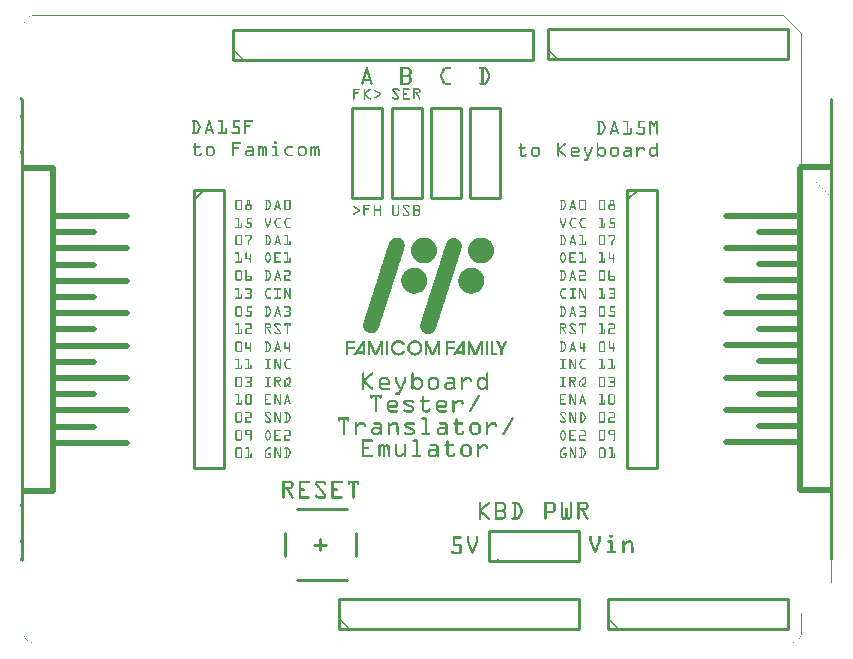
<source format=gto>
G04 MADE WITH FRITZING*
G04 WWW.FRITZING.ORG*
G04 DOUBLE SIDED*
G04 HOLES PLATED*
G04 CONTOUR ON CENTER OF CONTOUR VECTOR*
%ASAXBY*%
%FSLAX23Y23*%
%MOIN*%
%OFA0B0*%
%SFA1.0B1.0*%
%ADD10C,0.010000*%
%ADD11C,0.020000*%
%ADD12C,0.005000*%
%ADD13R,0.001000X0.001000*%
%LNSILK1*%
G90*
G70*
G54D10*
X1959Y54D02*
X2559Y54D01*
D02*
X2559Y54D02*
X2559Y154D01*
D02*
X2559Y154D02*
X1959Y154D01*
D02*
X1959Y154D02*
X1959Y54D01*
D02*
X1063Y55D02*
X1863Y55D01*
D02*
X1863Y55D02*
X1863Y155D01*
D02*
X1863Y155D02*
X1063Y155D01*
D02*
X1063Y155D02*
X1063Y55D01*
D02*
X1563Y282D02*
X1863Y282D01*
D02*
X1863Y282D02*
X1863Y382D01*
D02*
X1863Y382D02*
X1563Y382D01*
D02*
X1563Y382D02*
X1563Y282D01*
D02*
X1118Y376D02*
X1118Y297D01*
D02*
X921Y455D02*
X1089Y455D01*
D02*
X921Y218D02*
X1089Y218D01*
D02*
X882Y376D02*
X882Y297D01*
D02*
X1000Y356D02*
X1000Y317D01*
D02*
X1020Y336D02*
X980Y336D01*
D02*
X1758Y1954D02*
X2558Y1954D01*
D02*
X2558Y1954D02*
X2558Y2054D01*
D02*
X2558Y2054D02*
X1758Y2054D01*
D02*
X1758Y2054D02*
X1758Y1954D01*
D02*
X707Y1953D02*
X1707Y1953D01*
D02*
X1707Y1953D02*
X1707Y2053D01*
D02*
X1707Y2053D02*
X707Y2053D01*
D02*
X707Y2053D02*
X707Y1953D01*
D02*
X1499Y1793D02*
X1499Y1493D01*
D02*
X1499Y1493D02*
X1599Y1493D01*
D02*
X1599Y1493D02*
X1599Y1793D01*
D02*
X1599Y1793D02*
X1499Y1793D01*
D02*
X1367Y1792D02*
X1367Y1492D01*
D02*
X1367Y1492D02*
X1467Y1492D01*
D02*
X1467Y1492D02*
X1467Y1792D01*
D02*
X1467Y1792D02*
X1367Y1792D01*
D02*
X1237Y1793D02*
X1237Y1493D01*
D02*
X1237Y1493D02*
X1337Y1493D01*
D02*
X1337Y1493D02*
X1337Y1793D01*
D02*
X1337Y1793D02*
X1237Y1793D01*
D02*
X1106Y1793D02*
X1106Y1493D01*
D02*
X1106Y1493D02*
X1206Y1493D01*
D02*
X1206Y1493D02*
X1206Y1793D01*
D02*
X1206Y1793D02*
X1106Y1793D01*
D02*
X2702Y287D02*
X2702Y1823D01*
G54D11*
D02*
X2597Y517D02*
X2597Y1593D01*
G54D10*
D02*
X2702Y1593D02*
X2702Y517D01*
G54D11*
D02*
X2351Y1433D02*
X2597Y1433D01*
D02*
X2351Y1325D02*
X2597Y1325D01*
D02*
X2351Y1217D02*
X2597Y1217D01*
D02*
X2351Y1109D02*
X2597Y1109D01*
D02*
X2351Y1001D02*
X2597Y1001D01*
D02*
X2351Y893D02*
X2597Y893D01*
D02*
X2351Y785D02*
X2597Y785D01*
D02*
X2351Y677D02*
X2597Y677D01*
D02*
X2463Y1379D02*
X2597Y1379D01*
D02*
X2463Y1271D02*
X2597Y1271D01*
D02*
X2463Y1163D02*
X2597Y1163D01*
D02*
X2463Y1055D02*
X2597Y1055D01*
D02*
X2463Y947D02*
X2597Y947D01*
D02*
X2463Y839D02*
X2597Y839D01*
D02*
X2463Y731D02*
X2597Y731D01*
G54D10*
D02*
X2022Y1520D02*
X2022Y593D01*
D02*
X2022Y593D02*
X2122Y593D01*
D02*
X2122Y593D02*
X2122Y1520D01*
D02*
X2122Y1520D02*
X2022Y1520D01*
G54D12*
D02*
X2022Y1485D02*
X2057Y1520D01*
G54D10*
D02*
X578Y1520D02*
X578Y593D01*
D02*
X578Y593D02*
X678Y593D01*
D02*
X678Y593D02*
X678Y1520D01*
D02*
X678Y1520D02*
X578Y1520D01*
G54D12*
D02*
X578Y1485D02*
X613Y1520D01*
G54D10*
D02*
X5Y1822D02*
X5Y286D01*
G54D11*
D02*
X110Y1592D02*
X110Y516D01*
G54D10*
D02*
X5Y516D02*
X5Y1592D01*
G54D11*
D02*
X356Y676D02*
X110Y676D01*
D02*
X356Y784D02*
X110Y784D01*
D02*
X356Y892D02*
X110Y892D01*
D02*
X356Y1000D02*
X110Y1000D01*
D02*
X356Y1108D02*
X110Y1108D01*
D02*
X356Y1216D02*
X110Y1216D01*
D02*
X356Y1324D02*
X110Y1324D01*
D02*
X356Y1432D02*
X110Y1432D01*
D02*
X244Y730D02*
X110Y730D01*
D02*
X244Y838D02*
X110Y838D01*
D02*
X244Y946D02*
X110Y946D01*
D02*
X244Y1054D02*
X110Y1054D01*
D02*
X244Y1162D02*
X110Y1162D01*
D02*
X244Y1270D02*
X110Y1270D01*
D02*
X244Y1378D02*
X110Y1378D01*
G36*
X1253Y1360D02*
X1253Y1360D01*
X1251Y1360D01*
X1251Y1359D01*
X1249Y1359D01*
X1249Y1359D01*
X1248Y1359D01*
X1248Y1359D01*
X1247Y1359D01*
X1247Y1359D01*
X1246Y1359D01*
X1246Y1359D01*
X1246Y1359D01*
X1246Y1358D01*
X1245Y1358D01*
X1245Y1358D01*
X1245Y1358D01*
X1245Y1358D01*
X1244Y1358D01*
X1244Y1358D01*
X1243Y1358D01*
X1243Y1357D01*
X1243Y1357D01*
X1243Y1357D01*
X1243Y1357D01*
X1243Y1357D01*
X1242Y1357D01*
X1242Y1357D01*
X1242Y1357D01*
X1242Y1357D01*
X1241Y1357D01*
X1241Y1356D01*
X1241Y1356D01*
X1241Y1356D01*
X1241Y1356D01*
X1241Y1356D01*
X1240Y1356D01*
X1240Y1356D01*
X1240Y1356D01*
X1240Y1356D01*
X1239Y1356D01*
X1239Y1355D01*
X1239Y1355D01*
X1239Y1355D01*
X1239Y1355D01*
X1239Y1355D01*
X1239Y1355D01*
X1239Y1355D01*
X1238Y1355D01*
X1238Y1355D01*
X1238Y1355D01*
X1238Y1354D01*
X1238Y1354D01*
X1238Y1354D01*
X1237Y1354D01*
X1237Y1354D01*
X1237Y1354D01*
X1237Y1354D01*
X1237Y1354D01*
X1237Y1353D01*
X1237Y1353D01*
X1237Y1353D01*
X1236Y1353D01*
X1236Y1353D01*
X1236Y1353D01*
X1236Y1353D01*
X1236Y1353D01*
X1236Y1353D01*
X1236Y1353D01*
X1236Y1352D01*
X1235Y1352D01*
X1235Y1352D01*
X1235Y1352D01*
X1235Y1352D01*
X1235Y1352D01*
X1235Y1352D01*
X1235Y1352D01*
X1235Y1352D01*
X1235Y1352D01*
X1235Y1351D01*
X1234Y1351D01*
X1234Y1351D01*
X1234Y1351D01*
X1234Y1351D01*
X1234Y1351D01*
X1234Y1351D01*
X1234Y1351D01*
X1234Y1351D01*
X1234Y1351D01*
X1234Y1350D01*
X1233Y1350D01*
X1233Y1350D01*
X1233Y1350D01*
X1233Y1350D01*
X1233Y1350D01*
X1233Y1349D01*
X1233Y1349D01*
X1233Y1349D01*
X1232Y1349D01*
X1232Y1349D01*
X1232Y1349D01*
X1232Y1349D01*
X1232Y1349D01*
X1232Y1348D01*
X1232Y1348D01*
X1232Y1348D01*
X1232Y1348D01*
X1232Y1348D01*
X1231Y1348D01*
X1231Y1347D01*
X1231Y1347D01*
X1231Y1347D01*
X1231Y1347D01*
X1231Y1347D01*
X1231Y1347D01*
X1231Y1347D01*
X1231Y1347D01*
X1231Y1346D01*
X1230Y1346D01*
X1230Y1346D01*
X1230Y1346D01*
X1230Y1345D01*
X1230Y1345D01*
X1230Y1345D01*
X1230Y1345D01*
X1230Y1344D01*
X1230Y1344D01*
X1230Y1344D01*
X1229Y1344D01*
X1229Y1344D01*
X1229Y1344D01*
X1229Y1343D01*
X1229Y1343D01*
X1229Y1343D01*
X1229Y1343D01*
X1229Y1342D01*
X1228Y1342D01*
X1228Y1341D01*
X1228Y1341D01*
X1228Y1341D01*
X1228Y1341D01*
X1228Y1340D01*
X1228Y1340D01*
X1228Y1339D01*
X1228Y1339D01*
X1228Y1339D01*
X1227Y1339D01*
X1227Y1338D01*
X1227Y1338D01*
X1227Y1337D01*
X1227Y1337D01*
X1227Y1337D01*
X1227Y1337D01*
X1227Y1336D01*
X1227Y1336D01*
X1227Y1336D01*
X1226Y1336D01*
X1226Y1335D01*
X1226Y1335D01*
X1226Y1334D01*
X1226Y1334D01*
X1226Y1333D01*
X1226Y1333D01*
X1226Y1333D01*
X1226Y1333D01*
X1226Y1332D01*
X1225Y1332D01*
X1225Y1332D01*
X1225Y1332D01*
X1225Y1331D01*
X1225Y1331D01*
X1225Y1330D01*
X1225Y1330D01*
X1225Y1329D01*
X1224Y1329D01*
X1224Y1329D01*
X1224Y1329D01*
X1224Y1328D01*
X1224Y1328D01*
X1224Y1328D01*
X1224Y1328D01*
X1224Y1327D01*
X1224Y1327D01*
X1224Y1326D01*
X1223Y1326D01*
X1223Y1326D01*
X1223Y1326D01*
X1223Y1325D01*
X1223Y1325D01*
X1223Y1324D01*
X1223Y1324D01*
X1223Y1324D01*
X1223Y1324D01*
X1223Y1323D01*
X1222Y1323D01*
X1222Y1322D01*
X1222Y1322D01*
X1222Y1322D01*
X1222Y1322D01*
X1222Y1321D01*
X1222Y1321D01*
X1222Y1320D01*
X1222Y1320D01*
X1222Y1320D01*
X1221Y1320D01*
X1221Y1319D01*
X1221Y1319D01*
X1221Y1318D01*
X1221Y1318D01*
X1221Y1318D01*
X1221Y1318D01*
X1221Y1317D01*
X1220Y1317D01*
X1220Y1316D01*
X1220Y1316D01*
X1220Y1316D01*
X1220Y1316D01*
X1220Y1315D01*
X1220Y1315D01*
X1220Y1314D01*
X1220Y1314D01*
X1220Y1314D01*
X1219Y1314D01*
X1219Y1313D01*
X1219Y1313D01*
X1219Y1312D01*
X1219Y1312D01*
X1219Y1312D01*
X1219Y1312D01*
X1219Y1311D01*
X1219Y1311D01*
X1219Y1310D01*
X1218Y1310D01*
X1218Y1310D01*
X1218Y1310D01*
X1218Y1309D01*
X1218Y1309D01*
X1218Y1309D01*
X1218Y1309D01*
X1218Y1308D01*
X1218Y1308D01*
X1218Y1307D01*
X1217Y1307D01*
X1217Y1306D01*
X1217Y1306D01*
X1217Y1306D01*
X1217Y1306D01*
X1217Y1305D01*
X1217Y1305D01*
X1217Y1305D01*
X1216Y1305D01*
X1216Y1304D01*
X1216Y1304D01*
X1216Y1303D01*
X1216Y1303D01*
X1216Y1303D01*
X1216Y1303D01*
X1216Y1302D01*
X1216Y1302D01*
X1216Y1301D01*
X1215Y1301D01*
X1215Y1301D01*
X1215Y1301D01*
X1215Y1300D01*
X1215Y1300D01*
X1215Y1299D01*
X1215Y1299D01*
X1215Y1299D01*
X1215Y1299D01*
X1215Y1298D01*
X1214Y1298D01*
X1214Y1297D01*
X1214Y1297D01*
X1214Y1297D01*
X1214Y1297D01*
X1214Y1296D01*
X1214Y1296D01*
X1214Y1295D01*
X1214Y1295D01*
X1214Y1295D01*
X1213Y1295D01*
X1213Y1294D01*
X1213Y1294D01*
X1213Y1293D01*
X1213Y1293D01*
X1213Y1293D01*
X1213Y1293D01*
X1213Y1292D01*
X1212Y1292D01*
X1212Y1291D01*
X1212Y1291D01*
X1212Y1291D01*
X1212Y1291D01*
X1212Y1290D01*
X1212Y1290D01*
X1212Y1289D01*
X1212Y1289D01*
X1212Y1289D01*
X1211Y1289D01*
X1211Y1288D01*
X1211Y1288D01*
X1211Y1287D01*
X1211Y1287D01*
X1211Y1287D01*
X1211Y1287D01*
X1211Y1286D01*
X1211Y1286D01*
X1211Y1285D01*
X1210Y1285D01*
X1210Y1285D01*
X1210Y1285D01*
X1210Y1284D01*
X1210Y1284D01*
X1210Y1283D01*
X1210Y1283D01*
X1210Y1283D01*
X1210Y1283D01*
X1210Y1282D01*
X1209Y1282D01*
X1209Y1282D01*
X1209Y1282D01*
X1209Y1281D01*
X1209Y1281D01*
X1209Y1280D01*
X1209Y1280D01*
X1209Y1279D01*
X1208Y1279D01*
X1208Y1279D01*
X1208Y1279D01*
X1208Y1278D01*
X1208Y1278D01*
X1208Y1278D01*
X1208Y1278D01*
X1208Y1277D01*
X1208Y1277D01*
X1208Y1276D01*
X1207Y1276D01*
X1207Y1276D01*
X1207Y1276D01*
X1207Y1275D01*
X1207Y1275D01*
X1207Y1274D01*
X1207Y1274D01*
X1207Y1274D01*
X1207Y1274D01*
X1207Y1273D01*
X1206Y1273D01*
X1206Y1272D01*
X1206Y1272D01*
X1206Y1272D01*
X1206Y1272D01*
X1206Y1271D01*
X1206Y1271D01*
X1206Y1270D01*
X1206Y1270D01*
X1206Y1270D01*
X1205Y1270D01*
X1205Y1269D01*
X1205Y1269D01*
X1205Y1268D01*
X1205Y1268D01*
X1205Y1268D01*
X1205Y1268D01*
X1205Y1267D01*
X1204Y1267D01*
X1204Y1266D01*
X1204Y1266D01*
X1204Y1266D01*
X1204Y1266D01*
X1204Y1265D01*
X1204Y1265D01*
X1204Y1264D01*
X1204Y1264D01*
X1204Y1264D01*
X1203Y1264D01*
X1203Y1263D01*
X1203Y1263D01*
X1203Y1262D01*
X1203Y1262D01*
X1203Y1262D01*
X1203Y1262D01*
X1203Y1261D01*
X1203Y1261D01*
X1203Y1260D01*
X1202Y1260D01*
X1202Y1260D01*
X1202Y1260D01*
X1202Y1259D01*
X1202Y1259D01*
X1202Y1259D01*
X1202Y1259D01*
X1202Y1258D01*
X1201Y1258D01*
X1201Y1257D01*
X1201Y1257D01*
X1201Y1256D01*
X1201Y1256D01*
X1201Y1256D01*
X1201Y1256D01*
X1201Y1255D01*
X1201Y1255D01*
X1201Y1255D01*
X1200Y1255D01*
X1200Y1254D01*
X1200Y1254D01*
X1200Y1253D01*
X1200Y1253D01*
X1200Y1252D01*
X1200Y1252D01*
X1200Y1252D01*
X1200Y1252D01*
X1200Y1251D01*
X1199Y1251D01*
X1199Y1251D01*
X1199Y1251D01*
X1199Y1250D01*
X1199Y1250D01*
X1199Y1249D01*
X1199Y1249D01*
X1199Y1249D01*
X1199Y1249D01*
X1199Y1248D01*
X1198Y1248D01*
X1198Y1247D01*
X1198Y1247D01*
X1198Y1247D01*
X1198Y1247D01*
X1198Y1246D01*
X1198Y1246D01*
X1198Y1245D01*
X1197Y1245D01*
X1197Y1245D01*
X1197Y1245D01*
X1197Y1244D01*
X1197Y1244D01*
X1197Y1243D01*
X1197Y1243D01*
X1197Y1243D01*
X1197Y1243D01*
X1197Y1242D01*
X1196Y1242D01*
X1196Y1241D01*
X1196Y1241D01*
X1196Y1241D01*
X1196Y1241D01*
X1196Y1240D01*
X1196Y1240D01*
X1196Y1239D01*
X1196Y1239D01*
X1196Y1239D01*
X1195Y1239D01*
X1195Y1238D01*
X1195Y1238D01*
X1195Y1237D01*
X1195Y1237D01*
X1195Y1237D01*
X1195Y1237D01*
X1195Y1236D01*
X1195Y1236D01*
X1195Y1235D01*
X1194Y1235D01*
X1194Y1235D01*
X1194Y1235D01*
X1194Y1234D01*
X1194Y1234D01*
X1194Y1233D01*
X1194Y1233D01*
X1194Y1233D01*
X1193Y1233D01*
X1193Y1232D01*
X1193Y1232D01*
X1193Y1232D01*
X1193Y1232D01*
X1193Y1231D01*
X1193Y1231D01*
X1193Y1230D01*
X1193Y1230D01*
X1193Y1229D01*
X1192Y1229D01*
X1192Y1229D01*
X1192Y1229D01*
X1192Y1228D01*
X1192Y1228D01*
X1192Y1228D01*
X1192Y1228D01*
X1192Y1227D01*
X1192Y1227D01*
X1192Y1226D01*
X1191Y1226D01*
X1191Y1226D01*
X1191Y1226D01*
X1191Y1225D01*
X1191Y1225D01*
X1191Y1224D01*
X1191Y1224D01*
X1191Y1224D01*
X1191Y1224D01*
X1191Y1223D01*
X1190Y1223D01*
X1190Y1222D01*
X1190Y1222D01*
X1190Y1222D01*
X1190Y1222D01*
X1190Y1221D01*
X1190Y1221D01*
X1190Y1220D01*
X1189Y1220D01*
X1189Y1220D01*
X1189Y1220D01*
X1189Y1219D01*
X1189Y1219D01*
X1189Y1218D01*
X1189Y1218D01*
X1189Y1218D01*
X1189Y1218D01*
X1189Y1217D01*
X1188Y1217D01*
X1188Y1216D01*
X1188Y1216D01*
X1188Y1216D01*
X1188Y1216D01*
X1188Y1215D01*
X1188Y1215D01*
X1188Y1214D01*
X1188Y1214D01*
X1188Y1214D01*
X1187Y1214D01*
X1187Y1213D01*
X1187Y1213D01*
X1187Y1212D01*
X1187Y1212D01*
X1187Y1212D01*
X1187Y1212D01*
X1187Y1211D01*
X1187Y1211D01*
X1187Y1210D01*
X1186Y1210D01*
X1186Y1210D01*
X1186Y1210D01*
X1186Y1209D01*
X1186Y1209D01*
X1186Y1208D01*
X1186Y1208D01*
X1186Y1208D01*
X1185Y1208D01*
X1185Y1207D01*
X1185Y1207D01*
X1185Y1206D01*
X1185Y1206D01*
X1185Y1206D01*
X1185Y1206D01*
X1185Y1205D01*
X1185Y1205D01*
X1185Y1205D01*
X1184Y1205D01*
X1184Y1204D01*
X1184Y1204D01*
X1184Y1203D01*
X1184Y1203D01*
X1184Y1202D01*
X1184Y1202D01*
X1184Y1202D01*
X1184Y1202D01*
X1184Y1201D01*
X1183Y1201D01*
X1183Y1201D01*
X1183Y1201D01*
X1183Y1200D01*
X1183Y1200D01*
X1183Y1199D01*
X1183Y1199D01*
X1183Y1199D01*
X1183Y1199D01*
X1183Y1198D01*
X1182Y1198D01*
X1182Y1197D01*
X1182Y1197D01*
X1182Y1197D01*
X1182Y1197D01*
X1182Y1196D01*
X1182Y1196D01*
X1182Y1195D01*
X1181Y1195D01*
X1181Y1195D01*
X1181Y1195D01*
X1181Y1194D01*
X1181Y1194D01*
X1181Y1193D01*
X1181Y1193D01*
X1181Y1193D01*
X1181Y1193D01*
X1181Y1192D01*
X1180Y1192D01*
X1180Y1191D01*
X1180Y1191D01*
X1180Y1191D01*
X1180Y1191D01*
X1180Y1190D01*
X1180Y1190D01*
X1180Y1189D01*
X1180Y1189D01*
X1180Y1189D01*
X1179Y1189D01*
X1179Y1188D01*
X1179Y1188D01*
X1179Y1188D01*
X1179Y1188D01*
X1179Y1187D01*
X1179Y1187D01*
X1179Y1186D01*
X1179Y1186D01*
X1179Y1185D01*
X1178Y1185D01*
X1178Y1185D01*
X1178Y1185D01*
X1178Y1184D01*
X1178Y1184D01*
X1178Y1184D01*
X1178Y1184D01*
X1178Y1183D01*
X1177Y1183D01*
X1177Y1182D01*
X1177Y1182D01*
X1177Y1181D01*
X1177Y1181D01*
X1177Y1181D01*
X1177Y1181D01*
X1177Y1180D01*
X1177Y1180D01*
X1177Y1179D01*
X1176Y1179D01*
X1176Y1179D01*
X1176Y1179D01*
X1176Y1178D01*
X1176Y1178D01*
X1176Y1178D01*
X1176Y1178D01*
X1176Y1177D01*
X1176Y1177D01*
X1176Y1176D01*
X1175Y1176D01*
X1175Y1175D01*
X1175Y1175D01*
X1175Y1175D01*
X1175Y1175D01*
X1175Y1174D01*
X1175Y1174D01*
X1175Y1174D01*
X1175Y1174D01*
X1175Y1173D01*
X1174Y1173D01*
X1174Y1172D01*
X1174Y1172D01*
X1174Y1172D01*
X1174Y1172D01*
X1174Y1171D01*
X1174Y1171D01*
X1174Y1170D01*
X1173Y1170D01*
X1173Y1170D01*
X1173Y1170D01*
X1173Y1169D01*
X1173Y1169D01*
X1173Y1168D01*
X1173Y1168D01*
X1173Y1168D01*
X1173Y1168D01*
X1173Y1167D01*
X1172Y1167D01*
X1172Y1166D01*
X1172Y1166D01*
X1172Y1166D01*
X1172Y1166D01*
X1172Y1165D01*
X1172Y1165D01*
X1172Y1164D01*
X1172Y1164D01*
X1172Y1164D01*
X1171Y1164D01*
X1171Y1163D01*
X1171Y1163D01*
X1171Y1162D01*
X1171Y1162D01*
X1171Y1162D01*
X1171Y1162D01*
X1171Y1161D01*
X1170Y1161D01*
X1170Y1161D01*
X1170Y1161D01*
X1170Y1160D01*
X1170Y1160D01*
X1170Y1159D01*
X1170Y1159D01*
X1170Y1158D01*
X1170Y1158D01*
X1170Y1158D01*
X1169Y1158D01*
X1169Y1157D01*
X1169Y1157D01*
X1169Y1157D01*
X1169Y1157D01*
X1169Y1156D01*
X1169Y1156D01*
X1169Y1155D01*
X1169Y1155D01*
X1169Y1155D01*
X1168Y1155D01*
X1168Y1154D01*
X1168Y1154D01*
X1168Y1153D01*
X1168Y1153D01*
X1168Y1153D01*
X1168Y1153D01*
X1168Y1152D01*
X1168Y1152D01*
X1168Y1151D01*
X1167Y1151D01*
X1167Y1151D01*
X1167Y1151D01*
X1167Y1150D01*
X1167Y1150D01*
X1167Y1149D01*
X1167Y1149D01*
X1167Y1148D01*
X1166Y1148D01*
X1166Y1148D01*
X1166Y1148D01*
X1166Y1147D01*
X1166Y1147D01*
X1166Y1147D01*
X1166Y1147D01*
X1166Y1146D01*
X1166Y1146D01*
X1166Y1145D01*
X1165Y1145D01*
X1165Y1145D01*
X1165Y1145D01*
X1165Y1144D01*
X1165Y1144D01*
X1165Y1143D01*
X1165Y1143D01*
X1165Y1143D01*
X1165Y1143D01*
X1165Y1142D01*
X1164Y1142D01*
X1164Y1141D01*
X1164Y1141D01*
X1164Y1141D01*
X1164Y1141D01*
X1164Y1140D01*
X1164Y1140D01*
X1164Y1139D01*
X1164Y1139D01*
X1164Y1139D01*
X1163Y1139D01*
X1163Y1138D01*
X1163Y1138D01*
X1163Y1137D01*
X1163Y1137D01*
X1163Y1137D01*
X1163Y1137D01*
X1163Y1136D01*
X1162Y1136D01*
X1162Y1135D01*
X1162Y1135D01*
X1162Y1135D01*
X1162Y1135D01*
X1162Y1134D01*
X1162Y1134D01*
X1162Y1134D01*
X1162Y1134D01*
X1162Y1133D01*
X1161Y1133D01*
X1161Y1132D01*
X1161Y1132D01*
X1161Y1131D01*
X1161Y1131D01*
X1161Y1131D01*
X1161Y1131D01*
X1161Y1130D01*
X1161Y1130D01*
X1161Y1130D01*
X1160Y1130D01*
X1160Y1129D01*
X1160Y1129D01*
X1160Y1128D01*
X1160Y1128D01*
X1160Y1128D01*
X1160Y1128D01*
X1160Y1127D01*
X1160Y1127D01*
X1160Y1126D01*
X1159Y1126D01*
X1159Y1126D01*
X1159Y1126D01*
X1159Y1125D01*
X1159Y1125D01*
X1159Y1124D01*
X1159Y1124D01*
X1159Y1124D01*
X1158Y1124D01*
X1158Y1123D01*
X1158Y1123D01*
X1158Y1122D01*
X1158Y1122D01*
X1158Y1122D01*
X1158Y1122D01*
X1158Y1121D01*
X1158Y1121D01*
X1158Y1120D01*
X1157Y1120D01*
X1157Y1120D01*
X1157Y1120D01*
X1157Y1119D01*
X1157Y1119D01*
X1157Y1118D01*
X1157Y1118D01*
X1157Y1118D01*
X1157Y1118D01*
X1157Y1117D01*
X1156Y1117D01*
X1156Y1116D01*
X1156Y1116D01*
X1156Y1116D01*
X1156Y1116D01*
X1156Y1115D01*
X1156Y1115D01*
X1156Y1114D01*
X1156Y1114D01*
X1156Y1114D01*
X1155Y1114D01*
X1155Y1113D01*
X1155Y1113D01*
X1155Y1112D01*
X1155Y1112D01*
X1155Y1112D01*
X1155Y1112D01*
X1155Y1111D01*
X1154Y1111D01*
X1154Y1111D01*
X1154Y1111D01*
X1154Y1110D01*
X1154Y1110D01*
X1154Y1109D01*
X1154Y1109D01*
X1154Y1108D01*
X1154Y1108D01*
X1154Y1108D01*
X1153Y1108D01*
X1153Y1107D01*
X1153Y1107D01*
X1153Y1107D01*
X1153Y1107D01*
X1153Y1106D01*
X1153Y1106D01*
X1153Y1105D01*
X1153Y1105D01*
X1153Y1104D01*
X1152Y1104D01*
X1152Y1104D01*
X1152Y1104D01*
X1152Y1103D01*
X1152Y1103D01*
X1152Y1103D01*
X1152Y1103D01*
X1152Y1102D01*
X1152Y1102D01*
X1152Y1101D01*
X1151Y1101D01*
X1151Y1101D01*
X1151Y1101D01*
X1151Y1100D01*
X1151Y1100D01*
X1151Y1099D01*
X1151Y1099D01*
X1151Y1099D01*
X1150Y1099D01*
X1150Y1098D01*
X1150Y1098D01*
X1150Y1097D01*
X1150Y1097D01*
X1150Y1097D01*
X1150Y1097D01*
X1150Y1096D01*
X1150Y1096D01*
X1150Y1095D01*
X1149Y1095D01*
X1149Y1095D01*
X1149Y1095D01*
X1149Y1094D01*
X1149Y1094D01*
X1149Y1093D01*
X1149Y1093D01*
X1149Y1093D01*
X1149Y1093D01*
X1149Y1092D01*
X1148Y1092D01*
X1148Y1091D01*
X1148Y1091D01*
X1148Y1091D01*
X1148Y1091D01*
X1148Y1090D01*
X1148Y1090D01*
X1148Y1089D01*
X1148Y1089D01*
X1148Y1089D01*
X1147Y1089D01*
X1147Y1088D01*
X1147Y1088D01*
X1147Y1087D01*
X1147Y1087D01*
X1147Y1087D01*
X1147Y1087D01*
X1147Y1086D01*
X1146Y1086D01*
X1146Y1085D01*
X1146Y1085D01*
X1146Y1085D01*
X1146Y1085D01*
X1146Y1084D01*
X1146Y1084D01*
X1146Y1084D01*
X1146Y1084D01*
X1146Y1083D01*
X1145Y1083D01*
X1145Y1082D01*
X1145Y1082D01*
X1145Y1081D01*
X1145Y1081D01*
X1145Y1081D01*
X1145Y1081D01*
X1145Y1080D01*
X1145Y1080D01*
X1145Y1080D01*
X1144Y1080D01*
X1144Y1079D01*
X1144Y1079D01*
X1144Y1078D01*
X1144Y1078D01*
X1144Y1078D01*
X1144Y1078D01*
X1144Y1077D01*
X1144Y1077D01*
X1144Y1076D01*
X1143Y1076D01*
X1143Y1076D01*
X1143Y1076D01*
X1143Y1075D01*
X1143Y1075D01*
X1143Y1074D01*
X1143Y1074D01*
X1143Y1073D01*
X1142Y1073D01*
X1142Y1072D01*
X1142Y1072D01*
X1142Y1070D01*
X1142Y1070D01*
X1142Y1065D01*
X1142Y1065D01*
X1142Y1064D01*
X1142Y1064D01*
X1142Y1062D01*
X1143Y1062D01*
X1143Y1061D01*
X1143Y1061D01*
X1143Y1061D01*
X1143Y1061D01*
X1143Y1060D01*
X1143Y1060D01*
X1143Y1059D01*
X1144Y1059D01*
X1144Y1058D01*
X1144Y1058D01*
X1144Y1058D01*
X1144Y1058D01*
X1144Y1057D01*
X1144Y1057D01*
X1144Y1057D01*
X1144Y1057D01*
X1144Y1056D01*
X1145Y1056D01*
X1145Y1056D01*
X1145Y1056D01*
X1145Y1056D01*
X1145Y1056D01*
X1145Y1055D01*
X1145Y1055D01*
X1145Y1055D01*
X1145Y1055D01*
X1145Y1054D01*
X1146Y1054D01*
X1146Y1054D01*
X1146Y1054D01*
X1146Y1054D01*
X1146Y1054D01*
X1146Y1053D01*
X1146Y1053D01*
X1146Y1053D01*
X1146Y1053D01*
X1146Y1053D01*
X1147Y1053D01*
X1147Y1052D01*
X1147Y1052D01*
X1147Y1052D01*
X1147Y1052D01*
X1147Y1052D01*
X1147Y1052D01*
X1147Y1052D01*
X1148Y1052D01*
X1148Y1051D01*
X1148Y1051D01*
X1148Y1051D01*
X1148Y1051D01*
X1148Y1051D01*
X1148Y1051D01*
X1148Y1050D01*
X1148Y1050D01*
X1148Y1050D01*
X1149Y1050D01*
X1149Y1050D01*
X1149Y1050D01*
X1149Y1050D01*
X1149Y1050D01*
X1149Y1049D01*
X1149Y1049D01*
X1149Y1049D01*
X1149Y1049D01*
X1149Y1049D01*
X1150Y1049D01*
X1150Y1049D01*
X1150Y1049D01*
X1150Y1049D01*
X1150Y1049D01*
X1150Y1048D01*
X1150Y1048D01*
X1150Y1048D01*
X1150Y1048D01*
X1150Y1048D01*
X1151Y1048D01*
X1151Y1048D01*
X1151Y1048D01*
X1151Y1047D01*
X1151Y1047D01*
X1151Y1047D01*
X1152Y1047D01*
X1152Y1047D01*
X1152Y1047D01*
X1152Y1047D01*
X1152Y1047D01*
X1152Y1047D01*
X1152Y1047D01*
X1152Y1046D01*
X1152Y1046D01*
X1152Y1046D01*
X1153Y1046D01*
X1153Y1046D01*
X1153Y1046D01*
X1153Y1046D01*
X1153Y1046D01*
X1153Y1046D01*
X1154Y1046D01*
X1154Y1045D01*
X1154Y1045D01*
X1154Y1045D01*
X1154Y1045D01*
X1154Y1045D01*
X1154Y1045D01*
X1154Y1045D01*
X1155Y1045D01*
X1155Y1045D01*
X1155Y1045D01*
X1155Y1044D01*
X1156Y1044D01*
X1156Y1044D01*
X1156Y1044D01*
X1156Y1044D01*
X1156Y1044D01*
X1156Y1044D01*
X1157Y1044D01*
X1157Y1043D01*
X1157Y1043D01*
X1157Y1043D01*
X1158Y1043D01*
X1158Y1043D01*
X1158Y1043D01*
X1158Y1043D01*
X1159Y1043D01*
X1159Y1043D01*
X1159Y1043D01*
X1159Y1042D01*
X1160Y1042D01*
X1160Y1042D01*
X1160Y1042D01*
X1160Y1042D01*
X1161Y1042D01*
X1161Y1042D01*
X1162Y1042D01*
X1162Y1042D01*
X1162Y1042D01*
X1162Y1041D01*
X1163Y1041D01*
X1163Y1041D01*
X1164Y1041D01*
X1164Y1041D01*
X1166Y1041D01*
X1166Y1041D01*
X1172Y1041D01*
X1172Y1041D01*
X1174Y1041D01*
X1174Y1041D01*
X1175Y1041D01*
X1175Y1041D01*
X1176Y1041D01*
X1176Y1042D01*
X1176Y1042D01*
X1176Y1042D01*
X1177Y1042D01*
X1177Y1042D01*
X1178Y1042D01*
X1178Y1042D01*
X1178Y1042D01*
X1178Y1042D01*
X1179Y1042D01*
X1179Y1043D01*
X1179Y1043D01*
X1179Y1043D01*
X1180Y1043D01*
X1180Y1043D01*
X1180Y1043D01*
X1180Y1043D01*
X1181Y1043D01*
X1181Y1043D01*
X1181Y1043D01*
X1181Y1044D01*
X1182Y1044D01*
X1182Y1044D01*
X1182Y1044D01*
X1182Y1044D01*
X1183Y1044D01*
X1183Y1044D01*
X1183Y1044D01*
X1183Y1045D01*
X1183Y1045D01*
X1183Y1045D01*
X1184Y1045D01*
X1184Y1045D01*
X1184Y1045D01*
X1184Y1045D01*
X1184Y1045D01*
X1184Y1045D01*
X1184Y1045D01*
X1184Y1046D01*
X1185Y1046D01*
X1185Y1046D01*
X1185Y1046D01*
X1185Y1046D01*
X1185Y1046D01*
X1185Y1046D01*
X1185Y1046D01*
X1185Y1046D01*
X1186Y1046D01*
X1186Y1047D01*
X1186Y1047D01*
X1186Y1047D01*
X1186Y1047D01*
X1186Y1047D01*
X1187Y1047D01*
X1187Y1047D01*
X1187Y1047D01*
X1187Y1047D01*
X1187Y1047D01*
X1187Y1048D01*
X1187Y1048D01*
X1187Y1048D01*
X1188Y1048D01*
X1188Y1048D01*
X1188Y1048D01*
X1188Y1048D01*
X1188Y1048D01*
X1188Y1049D01*
X1188Y1049D01*
X1188Y1049D01*
X1188Y1049D01*
X1188Y1049D01*
X1189Y1049D01*
X1189Y1049D01*
X1189Y1049D01*
X1189Y1049D01*
X1189Y1049D01*
X1189Y1050D01*
X1189Y1050D01*
X1189Y1050D01*
X1189Y1050D01*
X1189Y1050D01*
X1190Y1050D01*
X1190Y1050D01*
X1190Y1050D01*
X1190Y1051D01*
X1190Y1051D01*
X1190Y1051D01*
X1190Y1051D01*
X1190Y1051D01*
X1191Y1051D01*
X1191Y1052D01*
X1191Y1052D01*
X1191Y1052D01*
X1191Y1052D01*
X1191Y1052D01*
X1191Y1052D01*
X1191Y1052D01*
X1191Y1052D01*
X1191Y1053D01*
X1192Y1053D01*
X1192Y1053D01*
X1192Y1053D01*
X1192Y1053D01*
X1192Y1053D01*
X1192Y1054D01*
X1192Y1054D01*
X1192Y1054D01*
X1192Y1054D01*
X1192Y1054D01*
X1193Y1054D01*
X1193Y1055D01*
X1193Y1055D01*
X1193Y1055D01*
X1193Y1055D01*
X1193Y1056D01*
X1193Y1056D01*
X1193Y1056D01*
X1193Y1056D01*
X1193Y1057D01*
X1194Y1057D01*
X1194Y1057D01*
X1194Y1057D01*
X1194Y1057D01*
X1194Y1057D01*
X1194Y1058D01*
X1194Y1058D01*
X1194Y1058D01*
X1195Y1058D01*
X1195Y1059D01*
X1195Y1059D01*
X1195Y1060D01*
X1195Y1060D01*
X1195Y1060D01*
X1195Y1060D01*
X1195Y1061D01*
X1195Y1061D01*
X1195Y1062D01*
X1196Y1062D01*
X1196Y1062D01*
X1196Y1062D01*
X1196Y1063D01*
X1196Y1063D01*
X1196Y1064D01*
X1196Y1064D01*
X1196Y1064D01*
X1196Y1064D01*
X1196Y1065D01*
X1197Y1065D01*
X1197Y1066D01*
X1197Y1066D01*
X1197Y1066D01*
X1197Y1066D01*
X1197Y1067D01*
X1197Y1067D01*
X1197Y1068D01*
X1197Y1068D01*
X1197Y1068D01*
X1198Y1068D01*
X1198Y1069D01*
X1198Y1069D01*
X1198Y1070D01*
X1198Y1070D01*
X1198Y1070D01*
X1198Y1070D01*
X1198Y1071D01*
X1199Y1071D01*
X1199Y1072D01*
X1199Y1072D01*
X1199Y1072D01*
X1199Y1072D01*
X1199Y1073D01*
X1199Y1073D01*
X1199Y1074D01*
X1199Y1074D01*
X1199Y1074D01*
X1200Y1074D01*
X1200Y1075D01*
X1200Y1075D01*
X1200Y1076D01*
X1200Y1076D01*
X1200Y1076D01*
X1200Y1076D01*
X1200Y1077D01*
X1200Y1077D01*
X1200Y1078D01*
X1201Y1078D01*
X1201Y1078D01*
X1201Y1078D01*
X1201Y1079D01*
X1201Y1079D01*
X1201Y1080D01*
X1201Y1080D01*
X1201Y1080D01*
X1201Y1080D01*
X1201Y1081D01*
X1202Y1081D01*
X1202Y1081D01*
X1202Y1081D01*
X1202Y1082D01*
X1202Y1082D01*
X1202Y1083D01*
X1202Y1083D01*
X1202Y1084D01*
X1203Y1084D01*
X1203Y1084D01*
X1203Y1084D01*
X1203Y1085D01*
X1203Y1085D01*
X1203Y1085D01*
X1203Y1085D01*
X1203Y1086D01*
X1203Y1086D01*
X1203Y1087D01*
X1204Y1087D01*
X1204Y1087D01*
X1204Y1087D01*
X1204Y1088D01*
X1204Y1088D01*
X1204Y1089D01*
X1204Y1089D01*
X1204Y1089D01*
X1204Y1089D01*
X1204Y1090D01*
X1205Y1090D01*
X1205Y1091D01*
X1205Y1091D01*
X1205Y1091D01*
X1205Y1091D01*
X1205Y1092D01*
X1205Y1092D01*
X1205Y1093D01*
X1206Y1093D01*
X1206Y1093D01*
X1206Y1093D01*
X1206Y1094D01*
X1206Y1094D01*
X1206Y1095D01*
X1206Y1095D01*
X1206Y1095D01*
X1206Y1095D01*
X1206Y1096D01*
X1207Y1096D01*
X1207Y1097D01*
X1207Y1097D01*
X1207Y1097D01*
X1207Y1097D01*
X1207Y1098D01*
X1207Y1098D01*
X1207Y1099D01*
X1207Y1099D01*
X1207Y1099D01*
X1208Y1099D01*
X1208Y1100D01*
X1208Y1100D01*
X1208Y1101D01*
X1208Y1101D01*
X1208Y1101D01*
X1208Y1101D01*
X1208Y1102D01*
X1208Y1102D01*
X1208Y1103D01*
X1209Y1103D01*
X1209Y1103D01*
X1209Y1103D01*
X1209Y1104D01*
X1209Y1104D01*
X1209Y1104D01*
X1209Y1104D01*
X1209Y1105D01*
X1210Y1105D01*
X1210Y1106D01*
X1210Y1106D01*
X1210Y1107D01*
X1210Y1107D01*
X1210Y1107D01*
X1210Y1107D01*
X1210Y1108D01*
X1210Y1108D01*
X1210Y1108D01*
X1211Y1108D01*
X1211Y1109D01*
X1211Y1109D01*
X1211Y1110D01*
X1211Y1110D01*
X1211Y1111D01*
X1211Y1111D01*
X1211Y1111D01*
X1211Y1111D01*
X1211Y1112D01*
X1212Y1112D01*
X1212Y1112D01*
X1212Y1112D01*
X1212Y1113D01*
X1212Y1113D01*
X1212Y1114D01*
X1212Y1114D01*
X1212Y1114D01*
X1212Y1114D01*
X1212Y1115D01*
X1213Y1115D01*
X1213Y1116D01*
X1213Y1116D01*
X1213Y1116D01*
X1213Y1116D01*
X1213Y1117D01*
X1213Y1117D01*
X1213Y1118D01*
X1214Y1118D01*
X1214Y1118D01*
X1214Y1118D01*
X1214Y1119D01*
X1214Y1119D01*
X1214Y1120D01*
X1214Y1120D01*
X1214Y1120D01*
X1214Y1120D01*
X1214Y1121D01*
X1215Y1121D01*
X1215Y1122D01*
X1215Y1122D01*
X1215Y1122D01*
X1215Y1122D01*
X1215Y1123D01*
X1215Y1123D01*
X1215Y1124D01*
X1215Y1124D01*
X1215Y1124D01*
X1216Y1124D01*
X1216Y1125D01*
X1216Y1125D01*
X1216Y1126D01*
X1216Y1126D01*
X1216Y1126D01*
X1216Y1126D01*
X1216Y1127D01*
X1216Y1127D01*
X1216Y1128D01*
X1217Y1128D01*
X1217Y1128D01*
X1217Y1128D01*
X1217Y1129D01*
X1217Y1129D01*
X1217Y1130D01*
X1217Y1130D01*
X1217Y1130D01*
X1218Y1130D01*
X1218Y1131D01*
X1218Y1131D01*
X1218Y1131D01*
X1218Y1131D01*
X1218Y1132D01*
X1218Y1132D01*
X1218Y1133D01*
X1218Y1133D01*
X1218Y1134D01*
X1219Y1134D01*
X1219Y1134D01*
X1219Y1134D01*
X1219Y1135D01*
X1219Y1135D01*
X1219Y1135D01*
X1219Y1135D01*
X1219Y1136D01*
X1219Y1136D01*
X1219Y1137D01*
X1220Y1137D01*
X1220Y1137D01*
X1220Y1137D01*
X1220Y1138D01*
X1220Y1138D01*
X1220Y1139D01*
X1220Y1139D01*
X1220Y1139D01*
X1220Y1139D01*
X1220Y1140D01*
X1221Y1140D01*
X1221Y1141D01*
X1221Y1141D01*
X1221Y1141D01*
X1221Y1141D01*
X1221Y1142D01*
X1221Y1142D01*
X1221Y1143D01*
X1222Y1143D01*
X1222Y1143D01*
X1222Y1143D01*
X1222Y1144D01*
X1222Y1144D01*
X1222Y1145D01*
X1222Y1145D01*
X1222Y1145D01*
X1222Y1145D01*
X1222Y1146D01*
X1223Y1146D01*
X1223Y1147D01*
X1223Y1147D01*
X1223Y1147D01*
X1223Y1147D01*
X1223Y1148D01*
X1223Y1148D01*
X1223Y1149D01*
X1223Y1149D01*
X1223Y1149D01*
X1224Y1149D01*
X1224Y1150D01*
X1224Y1150D01*
X1224Y1151D01*
X1224Y1151D01*
X1224Y1151D01*
X1224Y1151D01*
X1224Y1152D01*
X1224Y1152D01*
X1224Y1153D01*
X1225Y1153D01*
X1225Y1153D01*
X1225Y1153D01*
X1225Y1154D01*
X1225Y1154D01*
X1225Y1155D01*
X1225Y1155D01*
X1225Y1155D01*
X1226Y1155D01*
X1226Y1156D01*
X1226Y1156D01*
X1226Y1157D01*
X1226Y1157D01*
X1226Y1157D01*
X1226Y1157D01*
X1226Y1158D01*
X1226Y1158D01*
X1226Y1158D01*
X1227Y1158D01*
X1227Y1159D01*
X1227Y1159D01*
X1227Y1160D01*
X1227Y1160D01*
X1227Y1161D01*
X1227Y1161D01*
X1227Y1161D01*
X1227Y1161D01*
X1227Y1162D01*
X1228Y1162D01*
X1228Y1162D01*
X1228Y1162D01*
X1228Y1163D01*
X1228Y1163D01*
X1228Y1164D01*
X1228Y1164D01*
X1228Y1164D01*
X1228Y1164D01*
X1228Y1165D01*
X1229Y1165D01*
X1229Y1166D01*
X1229Y1166D01*
X1229Y1166D01*
X1229Y1166D01*
X1229Y1167D01*
X1229Y1167D01*
X1229Y1168D01*
X1230Y1168D01*
X1230Y1168D01*
X1230Y1168D01*
X1230Y1169D01*
X1230Y1169D01*
X1230Y1170D01*
X1230Y1170D01*
X1230Y1170D01*
X1230Y1170D01*
X1230Y1171D01*
X1231Y1171D01*
X1231Y1172D01*
X1231Y1172D01*
X1231Y1172D01*
X1231Y1172D01*
X1231Y1173D01*
X1231Y1173D01*
X1231Y1174D01*
X1231Y1174D01*
X1231Y1174D01*
X1232Y1174D01*
X1232Y1175D01*
X1232Y1175D01*
X1232Y1175D01*
X1232Y1175D01*
X1232Y1176D01*
X1232Y1176D01*
X1232Y1177D01*
X1232Y1177D01*
X1232Y1178D01*
X1233Y1178D01*
X1233Y1178D01*
X1233Y1178D01*
X1233Y1179D01*
X1233Y1179D01*
X1233Y1179D01*
X1233Y1179D01*
X1233Y1180D01*
X1234Y1180D01*
X1234Y1181D01*
X1234Y1181D01*
X1234Y1182D01*
X1234Y1182D01*
X1234Y1182D01*
X1234Y1182D01*
X1234Y1183D01*
X1234Y1183D01*
X1234Y1184D01*
X1235Y1184D01*
X1235Y1184D01*
X1235Y1184D01*
X1235Y1185D01*
X1235Y1185D01*
X1235Y1185D01*
X1235Y1185D01*
X1235Y1186D01*
X1235Y1186D01*
X1235Y1187D01*
X1236Y1187D01*
X1236Y1188D01*
X1236Y1188D01*
X1236Y1188D01*
X1236Y1188D01*
X1236Y1189D01*
X1236Y1189D01*
X1236Y1189D01*
X1237Y1189D01*
X1237Y1190D01*
X1237Y1190D01*
X1237Y1191D01*
X1237Y1191D01*
X1237Y1191D01*
X1237Y1191D01*
X1237Y1192D01*
X1237Y1192D01*
X1237Y1193D01*
X1238Y1193D01*
X1238Y1193D01*
X1238Y1193D01*
X1238Y1194D01*
X1238Y1194D01*
X1238Y1195D01*
X1238Y1195D01*
X1238Y1195D01*
X1238Y1195D01*
X1238Y1196D01*
X1239Y1196D01*
X1239Y1197D01*
X1239Y1197D01*
X1239Y1197D01*
X1239Y1197D01*
X1239Y1198D01*
X1239Y1198D01*
X1239Y1199D01*
X1239Y1199D01*
X1239Y1199D01*
X1240Y1199D01*
X1240Y1200D01*
X1240Y1200D01*
X1240Y1201D01*
X1240Y1201D01*
X1240Y1201D01*
X1240Y1201D01*
X1240Y1202D01*
X1241Y1202D01*
X1241Y1202D01*
X1241Y1202D01*
X1241Y1203D01*
X1241Y1203D01*
X1241Y1204D01*
X1241Y1204D01*
X1241Y1205D01*
X1241Y1205D01*
X1241Y1205D01*
X1242Y1205D01*
X1242Y1206D01*
X1242Y1206D01*
X1242Y1206D01*
X1242Y1206D01*
X1242Y1207D01*
X1242Y1207D01*
X1242Y1208D01*
X1242Y1208D01*
X1242Y1208D01*
X1243Y1208D01*
X1243Y1209D01*
X1243Y1209D01*
X1243Y1210D01*
X1243Y1210D01*
X1243Y1210D01*
X1243Y1210D01*
X1243Y1211D01*
X1243Y1211D01*
X1243Y1212D01*
X1244Y1212D01*
X1244Y1212D01*
X1244Y1212D01*
X1244Y1213D01*
X1244Y1213D01*
X1244Y1214D01*
X1244Y1214D01*
X1244Y1215D01*
X1245Y1215D01*
X1245Y1215D01*
X1245Y1215D01*
X1245Y1216D01*
X1245Y1216D01*
X1245Y1216D01*
X1245Y1216D01*
X1245Y1217D01*
X1245Y1217D01*
X1245Y1218D01*
X1246Y1218D01*
X1246Y1218D01*
X1246Y1218D01*
X1246Y1219D01*
X1246Y1219D01*
X1246Y1220D01*
X1246Y1220D01*
X1246Y1220D01*
X1246Y1220D01*
X1246Y1221D01*
X1247Y1221D01*
X1247Y1222D01*
X1247Y1222D01*
X1247Y1222D01*
X1247Y1222D01*
X1247Y1223D01*
X1247Y1223D01*
X1247Y1224D01*
X1247Y1224D01*
X1247Y1224D01*
X1248Y1224D01*
X1248Y1225D01*
X1248Y1225D01*
X1248Y1226D01*
X1248Y1226D01*
X1248Y1226D01*
X1248Y1226D01*
X1248Y1227D01*
X1249Y1227D01*
X1249Y1228D01*
X1249Y1228D01*
X1249Y1228D01*
X1249Y1228D01*
X1249Y1229D01*
X1249Y1229D01*
X1249Y1229D01*
X1249Y1229D01*
X1249Y1230D01*
X1250Y1230D01*
X1250Y1231D01*
X1250Y1231D01*
X1250Y1232D01*
X1250Y1232D01*
X1250Y1232D01*
X1250Y1232D01*
X1250Y1233D01*
X1250Y1233D01*
X1250Y1233D01*
X1251Y1233D01*
X1251Y1234D01*
X1251Y1234D01*
X1251Y1235D01*
X1251Y1235D01*
X1251Y1235D01*
X1251Y1235D01*
X1251Y1236D01*
X1251Y1236D01*
X1251Y1237D01*
X1252Y1237D01*
X1252Y1237D01*
X1252Y1237D01*
X1252Y1238D01*
X1252Y1238D01*
X1252Y1239D01*
X1252Y1239D01*
X1252Y1239D01*
X1253Y1239D01*
X1253Y1240D01*
X1253Y1240D01*
X1253Y1241D01*
X1253Y1241D01*
X1253Y1241D01*
X1253Y1241D01*
X1253Y1242D01*
X1253Y1242D01*
X1253Y1243D01*
X1254Y1243D01*
X1254Y1243D01*
X1254Y1243D01*
X1254Y1244D01*
X1254Y1244D01*
X1254Y1245D01*
X1254Y1245D01*
X1254Y1245D01*
X1254Y1245D01*
X1254Y1246D01*
X1255Y1246D01*
X1255Y1247D01*
X1255Y1247D01*
X1255Y1247D01*
X1255Y1247D01*
X1255Y1248D01*
X1255Y1248D01*
X1255Y1249D01*
X1255Y1249D01*
X1255Y1249D01*
X1256Y1249D01*
X1256Y1250D01*
X1256Y1250D01*
X1256Y1251D01*
X1256Y1251D01*
X1256Y1251D01*
X1256Y1251D01*
X1256Y1252D01*
X1257Y1252D01*
X1257Y1253D01*
X1257Y1253D01*
X1257Y1253D01*
X1257Y1253D01*
X1257Y1254D01*
X1257Y1254D01*
X1257Y1255D01*
X1257Y1255D01*
X1257Y1255D01*
X1258Y1255D01*
X1258Y1256D01*
X1258Y1256D01*
X1258Y1256D01*
X1258Y1256D01*
X1258Y1257D01*
X1258Y1257D01*
X1258Y1258D01*
X1258Y1258D01*
X1258Y1259D01*
X1259Y1259D01*
X1259Y1259D01*
X1259Y1259D01*
X1259Y1260D01*
X1259Y1260D01*
X1259Y1260D01*
X1259Y1260D01*
X1259Y1261D01*
X1259Y1261D01*
X1259Y1262D01*
X1260Y1262D01*
X1260Y1262D01*
X1260Y1262D01*
X1260Y1263D01*
X1260Y1263D01*
X1260Y1264D01*
X1260Y1264D01*
X1260Y1264D01*
X1261Y1264D01*
X1261Y1265D01*
X1261Y1265D01*
X1261Y1266D01*
X1261Y1266D01*
X1261Y1266D01*
X1261Y1266D01*
X1261Y1267D01*
X1261Y1267D01*
X1261Y1268D01*
X1262Y1268D01*
X1262Y1268D01*
X1262Y1268D01*
X1262Y1269D01*
X1262Y1269D01*
X1262Y1270D01*
X1262Y1270D01*
X1262Y1270D01*
X1262Y1270D01*
X1262Y1271D01*
X1263Y1271D01*
X1263Y1272D01*
X1263Y1272D01*
X1263Y1272D01*
X1263Y1272D01*
X1263Y1273D01*
X1263Y1273D01*
X1263Y1274D01*
X1263Y1274D01*
X1263Y1274D01*
X1264Y1274D01*
X1264Y1275D01*
X1264Y1275D01*
X1264Y1276D01*
X1264Y1276D01*
X1264Y1276D01*
X1264Y1276D01*
X1264Y1277D01*
X1265Y1277D01*
X1265Y1278D01*
X1265Y1278D01*
X1265Y1278D01*
X1265Y1278D01*
X1265Y1279D01*
X1265Y1279D01*
X1265Y1279D01*
X1265Y1279D01*
X1265Y1280D01*
X1266Y1280D01*
X1266Y1281D01*
X1266Y1281D01*
X1266Y1282D01*
X1266Y1282D01*
X1266Y1282D01*
X1266Y1282D01*
X1266Y1283D01*
X1266Y1283D01*
X1266Y1283D01*
X1267Y1283D01*
X1267Y1284D01*
X1267Y1284D01*
X1267Y1285D01*
X1267Y1285D01*
X1267Y1286D01*
X1267Y1286D01*
X1267Y1286D01*
X1268Y1286D01*
X1268Y1287D01*
X1268Y1287D01*
X1268Y1287D01*
X1268Y1287D01*
X1268Y1288D01*
X1268Y1288D01*
X1268Y1289D01*
X1268Y1289D01*
X1268Y1289D01*
X1269Y1289D01*
X1269Y1290D01*
X1269Y1290D01*
X1269Y1291D01*
X1269Y1291D01*
X1269Y1291D01*
X1269Y1291D01*
X1269Y1292D01*
X1269Y1292D01*
X1269Y1293D01*
X1270Y1293D01*
X1270Y1293D01*
X1270Y1293D01*
X1270Y1294D01*
X1270Y1294D01*
X1270Y1295D01*
X1270Y1295D01*
X1270Y1295D01*
X1270Y1295D01*
X1270Y1296D01*
X1271Y1296D01*
X1271Y1297D01*
X1271Y1297D01*
X1271Y1297D01*
X1271Y1297D01*
X1271Y1298D01*
X1271Y1298D01*
X1271Y1299D01*
X1272Y1299D01*
X1272Y1299D01*
X1272Y1299D01*
X1272Y1300D01*
X1272Y1300D01*
X1272Y1301D01*
X1272Y1301D01*
X1272Y1301D01*
X1272Y1301D01*
X1272Y1302D01*
X1273Y1302D01*
X1273Y1303D01*
X1273Y1303D01*
X1273Y1303D01*
X1273Y1303D01*
X1273Y1304D01*
X1273Y1304D01*
X1273Y1305D01*
X1273Y1305D01*
X1273Y1305D01*
X1274Y1305D01*
X1274Y1306D01*
X1274Y1306D01*
X1274Y1306D01*
X1274Y1306D01*
X1274Y1307D01*
X1274Y1307D01*
X1274Y1308D01*
X1274Y1308D01*
X1274Y1309D01*
X1275Y1309D01*
X1275Y1309D01*
X1275Y1309D01*
X1275Y1310D01*
X1275Y1310D01*
X1275Y1310D01*
X1275Y1310D01*
X1275Y1311D01*
X1276Y1311D01*
X1276Y1312D01*
X1276Y1312D01*
X1276Y1312D01*
X1276Y1312D01*
X1276Y1313D01*
X1276Y1313D01*
X1276Y1314D01*
X1276Y1314D01*
X1276Y1314D01*
X1277Y1314D01*
X1277Y1315D01*
X1277Y1315D01*
X1277Y1316D01*
X1277Y1316D01*
X1277Y1316D01*
X1277Y1316D01*
X1277Y1317D01*
X1277Y1317D01*
X1277Y1318D01*
X1278Y1318D01*
X1278Y1318D01*
X1278Y1318D01*
X1278Y1319D01*
X1278Y1319D01*
X1278Y1320D01*
X1278Y1320D01*
X1278Y1320D01*
X1278Y1320D01*
X1278Y1321D01*
X1279Y1321D01*
X1279Y1322D01*
X1279Y1322D01*
X1279Y1322D01*
X1279Y1322D01*
X1279Y1323D01*
X1279Y1323D01*
X1279Y1324D01*
X1280Y1324D01*
X1280Y1324D01*
X1280Y1324D01*
X1280Y1325D01*
X1280Y1325D01*
X1280Y1326D01*
X1280Y1326D01*
X1280Y1327D01*
X1280Y1327D01*
X1280Y1328D01*
X1281Y1328D01*
X1281Y1329D01*
X1281Y1329D01*
X1281Y1331D01*
X1281Y1331D01*
X1281Y1335D01*
X1281Y1335D01*
X1281Y1337D01*
X1281Y1337D01*
X1281Y1338D01*
X1280Y1338D01*
X1280Y1339D01*
X1280Y1339D01*
X1280Y1340D01*
X1280Y1340D01*
X1280Y1340D01*
X1280Y1340D01*
X1280Y1341D01*
X1280Y1341D01*
X1280Y1342D01*
X1279Y1342D01*
X1279Y1342D01*
X1279Y1342D01*
X1279Y1343D01*
X1279Y1343D01*
X1279Y1343D01*
X1279Y1343D01*
X1279Y1344D01*
X1278Y1344D01*
X1278Y1344D01*
X1278Y1344D01*
X1278Y1345D01*
X1278Y1345D01*
X1278Y1345D01*
X1278Y1345D01*
X1278Y1345D01*
X1278Y1345D01*
X1278Y1346D01*
X1277Y1346D01*
X1277Y1346D01*
X1277Y1346D01*
X1277Y1347D01*
X1277Y1347D01*
X1277Y1347D01*
X1277Y1347D01*
X1277Y1347D01*
X1277Y1347D01*
X1277Y1348D01*
X1276Y1348D01*
X1276Y1348D01*
X1276Y1348D01*
X1276Y1348D01*
X1276Y1348D01*
X1276Y1349D01*
X1276Y1349D01*
X1276Y1349D01*
X1276Y1349D01*
X1276Y1349D01*
X1275Y1349D01*
X1275Y1349D01*
X1275Y1349D01*
X1275Y1350D01*
X1275Y1350D01*
X1275Y1350D01*
X1275Y1350D01*
X1275Y1350D01*
X1274Y1350D01*
X1274Y1351D01*
X1274Y1351D01*
X1274Y1351D01*
X1274Y1351D01*
X1274Y1351D01*
X1274Y1351D01*
X1274Y1351D01*
X1274Y1351D01*
X1274Y1351D01*
X1273Y1351D01*
X1273Y1352D01*
X1273Y1352D01*
X1273Y1352D01*
X1273Y1352D01*
X1273Y1352D01*
X1273Y1352D01*
X1273Y1352D01*
X1273Y1352D01*
X1273Y1352D01*
X1272Y1352D01*
X1272Y1353D01*
X1272Y1353D01*
X1272Y1353D01*
X1272Y1353D01*
X1272Y1353D01*
X1272Y1353D01*
X1272Y1353D01*
X1271Y1353D01*
X1271Y1353D01*
X1271Y1353D01*
X1271Y1354D01*
X1271Y1354D01*
X1271Y1354D01*
X1271Y1354D01*
X1271Y1354D01*
X1270Y1354D01*
X1270Y1354D01*
X1270Y1354D01*
X1270Y1355D01*
X1270Y1355D01*
X1270Y1355D01*
X1269Y1355D01*
X1269Y1355D01*
X1269Y1355D01*
X1269Y1355D01*
X1269Y1355D01*
X1269Y1355D01*
X1269Y1355D01*
X1269Y1356D01*
X1268Y1356D01*
X1268Y1356D01*
X1268Y1356D01*
X1268Y1356D01*
X1268Y1356D01*
X1268Y1356D01*
X1267Y1356D01*
X1267Y1356D01*
X1267Y1356D01*
X1267Y1357D01*
X1266Y1357D01*
X1266Y1357D01*
X1266Y1357D01*
X1266Y1357D01*
X1265Y1357D01*
X1265Y1357D01*
X1265Y1357D01*
X1265Y1357D01*
X1265Y1357D01*
X1265Y1358D01*
X1264Y1358D01*
X1264Y1358D01*
X1263Y1358D01*
X1263Y1358D01*
X1263Y1358D01*
X1263Y1358D01*
X1262Y1358D01*
X1262Y1359D01*
X1261Y1359D01*
X1261Y1359D01*
X1261Y1359D01*
X1261Y1359D01*
X1260Y1359D01*
X1260Y1359D01*
X1259Y1359D01*
X1259Y1359D01*
X1257Y1359D01*
X1257Y1360D01*
X1255Y1360D01*
X1255Y1360D01*
X1253Y1360D01*
G37*
D02*
G36*
X1344Y1360D02*
X1344Y1360D01*
X1340Y1360D01*
X1340Y1359D01*
X1339Y1359D01*
X1339Y1359D01*
X1338Y1359D01*
X1338Y1359D01*
X1336Y1359D01*
X1336Y1359D01*
X1335Y1359D01*
X1335Y1359D01*
X1335Y1359D01*
X1335Y1358D01*
X1334Y1358D01*
X1334Y1358D01*
X1333Y1358D01*
X1333Y1358D01*
X1332Y1358D01*
X1332Y1358D01*
X1332Y1358D01*
X1332Y1357D01*
X1331Y1357D01*
X1331Y1357D01*
X1330Y1357D01*
X1330Y1357D01*
X1330Y1357D01*
X1330Y1357D01*
X1329Y1357D01*
X1329Y1357D01*
X1329Y1357D01*
X1329Y1356D01*
X1328Y1356D01*
X1328Y1356D01*
X1328Y1356D01*
X1328Y1356D01*
X1327Y1356D01*
X1327Y1356D01*
X1327Y1356D01*
X1327Y1356D01*
X1326Y1356D01*
X1326Y1355D01*
X1326Y1355D01*
X1326Y1355D01*
X1325Y1355D01*
X1325Y1355D01*
X1325Y1355D01*
X1325Y1355D01*
X1325Y1355D01*
X1325Y1355D01*
X1324Y1355D01*
X1324Y1354D01*
X1324Y1354D01*
X1324Y1354D01*
X1324Y1354D01*
X1324Y1354D01*
X1323Y1354D01*
X1323Y1354D01*
X1323Y1354D01*
X1323Y1353D01*
X1322Y1353D01*
X1322Y1353D01*
X1322Y1353D01*
X1322Y1353D01*
X1322Y1353D01*
X1322Y1353D01*
X1321Y1353D01*
X1321Y1353D01*
X1321Y1353D01*
X1321Y1352D01*
X1321Y1352D01*
X1321Y1352D01*
X1320Y1352D01*
X1320Y1352D01*
X1320Y1352D01*
X1320Y1352D01*
X1320Y1352D01*
X1320Y1352D01*
X1320Y1352D01*
X1320Y1351D01*
X1319Y1351D01*
X1319Y1351D01*
X1319Y1351D01*
X1319Y1351D01*
X1319Y1351D01*
X1319Y1351D01*
X1319Y1351D01*
X1319Y1351D01*
X1318Y1351D01*
X1318Y1350D01*
X1318Y1350D01*
X1318Y1350D01*
X1318Y1350D01*
X1318Y1350D01*
X1317Y1350D01*
X1317Y1350D01*
X1317Y1350D01*
X1317Y1349D01*
X1317Y1349D01*
X1317Y1349D01*
X1317Y1349D01*
X1317Y1349D01*
X1316Y1349D01*
X1316Y1349D01*
X1316Y1349D01*
X1316Y1349D01*
X1316Y1349D01*
X1316Y1348D01*
X1316Y1348D01*
X1316Y1348D01*
X1316Y1348D01*
X1316Y1348D01*
X1315Y1348D01*
X1315Y1348D01*
X1315Y1348D01*
X1315Y1348D01*
X1315Y1348D01*
X1315Y1347D01*
X1315Y1347D01*
X1315Y1347D01*
X1314Y1347D01*
X1314Y1347D01*
X1314Y1347D01*
X1314Y1347D01*
X1314Y1347D01*
X1314Y1346D01*
X1314Y1346D01*
X1314Y1346D01*
X1313Y1346D01*
X1313Y1346D01*
X1313Y1346D01*
X1313Y1346D01*
X1313Y1346D01*
X1313Y1345D01*
X1313Y1345D01*
X1313Y1345D01*
X1313Y1345D01*
X1313Y1345D01*
X1312Y1345D01*
X1312Y1345D01*
X1312Y1345D01*
X1312Y1345D01*
X1312Y1345D01*
X1312Y1344D01*
X1312Y1344D01*
X1312Y1344D01*
X1312Y1344D01*
X1312Y1344D01*
X1311Y1344D01*
X1311Y1344D01*
X1311Y1344D01*
X1311Y1343D01*
X1311Y1343D01*
X1311Y1343D01*
X1311Y1343D01*
X1311Y1343D01*
X1311Y1343D01*
X1311Y1342D01*
X1310Y1342D01*
X1310Y1342D01*
X1310Y1342D01*
X1310Y1342D01*
X1310Y1342D01*
X1310Y1341D01*
X1310Y1341D01*
X1310Y1341D01*
X1309Y1341D01*
X1309Y1341D01*
X1309Y1341D01*
X1309Y1341D01*
X1309Y1341D01*
X1309Y1340D01*
X1309Y1340D01*
X1309Y1340D01*
X1309Y1340D01*
X1309Y1340D01*
X1308Y1340D01*
X1308Y1339D01*
X1308Y1339D01*
X1308Y1339D01*
X1308Y1339D01*
X1308Y1338D01*
X1308Y1338D01*
X1308Y1338D01*
X1308Y1338D01*
X1308Y1338D01*
X1307Y1338D01*
X1307Y1337D01*
X1307Y1337D01*
X1307Y1337D01*
X1307Y1337D01*
X1307Y1337D01*
X1307Y1337D01*
X1307Y1336D01*
X1307Y1336D01*
X1307Y1336D01*
X1306Y1336D01*
X1306Y1336D01*
X1306Y1336D01*
X1306Y1335D01*
X1306Y1335D01*
X1306Y1334D01*
X1306Y1334D01*
X1306Y1334D01*
X1305Y1334D01*
X1305Y1334D01*
X1305Y1334D01*
X1305Y1333D01*
X1305Y1333D01*
X1305Y1333D01*
X1305Y1333D01*
X1305Y1332D01*
X1305Y1332D01*
X1305Y1332D01*
X1304Y1332D01*
X1304Y1331D01*
X1304Y1331D01*
X1304Y1330D01*
X1304Y1330D01*
X1304Y1330D01*
X1304Y1330D01*
X1304Y1329D01*
X1304Y1329D01*
X1304Y1328D01*
X1303Y1328D01*
X1303Y1328D01*
X1303Y1328D01*
X1303Y1327D01*
X1303Y1327D01*
X1303Y1326D01*
X1303Y1326D01*
X1303Y1325D01*
X1303Y1325D01*
X1303Y1323D01*
X1302Y1323D01*
X1302Y1322D01*
X1302Y1322D01*
X1302Y1320D01*
X1302Y1320D01*
X1302Y1314D01*
X1302Y1314D01*
X1302Y1311D01*
X1302Y1311D01*
X1302Y1310D01*
X1303Y1310D01*
X1303Y1309D01*
X1303Y1309D01*
X1303Y1307D01*
X1303Y1307D01*
X1303Y1307D01*
X1303Y1307D01*
X1303Y1306D01*
X1303Y1306D01*
X1303Y1305D01*
X1304Y1305D01*
X1304Y1304D01*
X1304Y1304D01*
X1304Y1303D01*
X1304Y1303D01*
X1304Y1303D01*
X1304Y1303D01*
X1304Y1302D01*
X1304Y1302D01*
X1304Y1302D01*
X1305Y1302D01*
X1305Y1301D01*
X1305Y1301D01*
X1305Y1301D01*
X1305Y1301D01*
X1305Y1300D01*
X1305Y1300D01*
X1305Y1300D01*
X1305Y1300D01*
X1305Y1299D01*
X1306Y1299D01*
X1306Y1299D01*
X1306Y1299D01*
X1306Y1298D01*
X1306Y1298D01*
X1306Y1298D01*
X1306Y1298D01*
X1306Y1297D01*
X1307Y1297D01*
X1307Y1297D01*
X1307Y1297D01*
X1307Y1297D01*
X1307Y1297D01*
X1307Y1296D01*
X1307Y1296D01*
X1307Y1296D01*
X1307Y1296D01*
X1307Y1295D01*
X1308Y1295D01*
X1308Y1295D01*
X1308Y1295D01*
X1308Y1295D01*
X1308Y1295D01*
X1308Y1294D01*
X1308Y1294D01*
X1308Y1294D01*
X1308Y1294D01*
X1308Y1294D01*
X1309Y1294D01*
X1309Y1293D01*
X1309Y1293D01*
X1309Y1293D01*
X1309Y1293D01*
X1309Y1293D01*
X1309Y1293D01*
X1309Y1292D01*
X1309Y1292D01*
X1309Y1292D01*
X1310Y1292D01*
X1310Y1292D01*
X1310Y1292D01*
X1310Y1291D01*
X1310Y1291D01*
X1310Y1291D01*
X1310Y1291D01*
X1310Y1291D01*
X1311Y1291D01*
X1311Y1291D01*
X1311Y1291D01*
X1311Y1290D01*
X1311Y1290D01*
X1311Y1290D01*
X1311Y1290D01*
X1311Y1290D01*
X1311Y1290D01*
X1311Y1289D01*
X1312Y1289D01*
X1312Y1289D01*
X1312Y1289D01*
X1312Y1289D01*
X1312Y1289D01*
X1312Y1289D01*
X1312Y1289D01*
X1312Y1289D01*
X1312Y1289D01*
X1312Y1288D01*
X1313Y1288D01*
X1313Y1288D01*
X1313Y1288D01*
X1313Y1288D01*
X1313Y1288D01*
X1313Y1287D01*
X1313Y1287D01*
X1313Y1287D01*
X1313Y1287D01*
X1313Y1287D01*
X1314Y1287D01*
X1314Y1287D01*
X1314Y1287D01*
X1314Y1287D01*
X1314Y1287D01*
X1314Y1286D01*
X1314Y1286D01*
X1314Y1286D01*
X1315Y1286D01*
X1315Y1286D01*
X1315Y1286D01*
X1315Y1286D01*
X1315Y1286D01*
X1315Y1286D01*
X1315Y1286D01*
X1315Y1285D01*
X1315Y1285D01*
X1315Y1285D01*
X1316Y1285D01*
X1316Y1285D01*
X1316Y1285D01*
X1316Y1285D01*
X1316Y1285D01*
X1316Y1285D01*
X1316Y1285D01*
X1316Y1284D01*
X1317Y1284D01*
X1317Y1284D01*
X1317Y1284D01*
X1317Y1284D01*
X1317Y1284D01*
X1317Y1284D01*
X1317Y1284D01*
X1317Y1283D01*
X1317Y1283D01*
X1317Y1283D01*
X1318Y1283D01*
X1318Y1283D01*
X1318Y1283D01*
X1318Y1283D01*
X1318Y1283D01*
X1318Y1283D01*
X1319Y1283D01*
X1319Y1282D01*
X1319Y1282D01*
X1319Y1282D01*
X1319Y1282D01*
X1319Y1282D01*
X1319Y1282D01*
X1319Y1282D01*
X1320Y1282D01*
X1320Y1282D01*
X1320Y1282D01*
X1320Y1281D01*
X1320Y1281D01*
X1320Y1281D01*
X1321Y1281D01*
X1321Y1281D01*
X1321Y1281D01*
X1321Y1281D01*
X1321Y1281D01*
X1321Y1281D01*
X1321Y1281D01*
X1321Y1280D01*
X1322Y1280D01*
X1322Y1280D01*
X1322Y1280D01*
X1322Y1280D01*
X1323Y1280D01*
X1323Y1280D01*
X1323Y1280D01*
X1323Y1279D01*
X1323Y1279D01*
X1323Y1279D01*
X1324Y1279D01*
X1324Y1279D01*
X1324Y1279D01*
X1324Y1279D01*
X1324Y1279D01*
X1324Y1279D01*
X1325Y1279D01*
X1325Y1278D01*
X1325Y1278D01*
X1325Y1278D01*
X1325Y1278D01*
X1325Y1278D01*
X1326Y1278D01*
X1326Y1278D01*
X1327Y1278D01*
X1327Y1278D01*
X1327Y1278D01*
X1327Y1277D01*
X1327Y1277D01*
X1327Y1277D01*
X1328Y1277D01*
X1328Y1277D01*
X1328Y1277D01*
X1328Y1277D01*
X1329Y1277D01*
X1329Y1276D01*
X1329Y1276D01*
X1329Y1276D01*
X1330Y1276D01*
X1330Y1276D01*
X1331Y1276D01*
X1331Y1276D01*
X1331Y1276D01*
X1331Y1276D01*
X1332Y1276D01*
X1332Y1275D01*
X1332Y1275D01*
X1332Y1275D01*
X1333Y1275D01*
X1333Y1275D01*
X1334Y1275D01*
X1334Y1275D01*
X1335Y1275D01*
X1335Y1275D01*
X1336Y1275D01*
X1336Y1274D01*
X1337Y1274D01*
X1337Y1274D01*
X1338Y1274D01*
X1338Y1274D01*
X1339Y1274D01*
X1339Y1274D01*
X1341Y1274D01*
X1341Y1274D01*
X1349Y1274D01*
X1349Y1274D01*
X1351Y1274D01*
X1351Y1274D01*
X1352Y1274D01*
X1352Y1274D01*
X1353Y1274D01*
X1353Y1274D01*
X1354Y1274D01*
X1354Y1275D01*
X1355Y1275D01*
X1355Y1275D01*
X1356Y1275D01*
X1356Y1275D01*
X1357Y1275D01*
X1357Y1275D01*
X1358Y1275D01*
X1358Y1275D01*
X1358Y1275D01*
X1358Y1276D01*
X1359Y1276D01*
X1359Y1276D01*
X1359Y1276D01*
X1359Y1276D01*
X1360Y1276D01*
X1360Y1276D01*
X1360Y1276D01*
X1360Y1276D01*
X1361Y1276D01*
X1361Y1277D01*
X1362Y1277D01*
X1362Y1277D01*
X1362Y1277D01*
X1362Y1277D01*
X1363Y1277D01*
X1363Y1277D01*
X1363Y1277D01*
X1363Y1278D01*
X1363Y1278D01*
X1363Y1278D01*
X1364Y1278D01*
X1364Y1278D01*
X1364Y1278D01*
X1364Y1278D01*
X1365Y1278D01*
X1365Y1278D01*
X1365Y1278D01*
X1365Y1279D01*
X1366Y1279D01*
X1366Y1279D01*
X1366Y1279D01*
X1366Y1279D01*
X1366Y1279D01*
X1366Y1279D01*
X1367Y1279D01*
X1367Y1279D01*
X1367Y1279D01*
X1367Y1280D01*
X1367Y1280D01*
X1367Y1280D01*
X1368Y1280D01*
X1368Y1280D01*
X1368Y1280D01*
X1368Y1280D01*
X1368Y1280D01*
X1368Y1281D01*
X1369Y1281D01*
X1369Y1281D01*
X1369Y1281D01*
X1369Y1281D01*
X1369Y1281D01*
X1369Y1281D01*
X1370Y1281D01*
X1370Y1281D01*
X1370Y1281D01*
X1370Y1282D01*
X1370Y1282D01*
X1370Y1282D01*
X1370Y1282D01*
X1370Y1282D01*
X1371Y1282D01*
X1371Y1282D01*
X1371Y1282D01*
X1371Y1282D01*
X1371Y1282D01*
X1371Y1283D01*
X1372Y1283D01*
X1372Y1283D01*
X1372Y1283D01*
X1372Y1283D01*
X1372Y1283D01*
X1372Y1283D01*
X1372Y1283D01*
X1372Y1283D01*
X1373Y1283D01*
X1373Y1284D01*
X1373Y1284D01*
X1373Y1284D01*
X1373Y1284D01*
X1373Y1284D01*
X1373Y1284D01*
X1373Y1284D01*
X1374Y1284D01*
X1374Y1285D01*
X1374Y1285D01*
X1374Y1285D01*
X1374Y1285D01*
X1374Y1285D01*
X1374Y1285D01*
X1374Y1285D01*
X1374Y1285D01*
X1374Y1285D01*
X1375Y1285D01*
X1375Y1286D01*
X1375Y1286D01*
X1375Y1286D01*
X1375Y1286D01*
X1375Y1286D01*
X1375Y1286D01*
X1375Y1286D01*
X1376Y1286D01*
X1376Y1286D01*
X1376Y1286D01*
X1376Y1287D01*
X1376Y1287D01*
X1376Y1287D01*
X1376Y1287D01*
X1376Y1287D01*
X1377Y1287D01*
X1377Y1287D01*
X1377Y1287D01*
X1377Y1288D01*
X1377Y1288D01*
X1377Y1288D01*
X1377Y1288D01*
X1377Y1288D01*
X1377Y1288D01*
X1377Y1288D01*
X1378Y1288D01*
X1378Y1289D01*
X1378Y1289D01*
X1378Y1289D01*
X1378Y1289D01*
X1378Y1289D01*
X1378Y1289D01*
X1378Y1289D01*
X1378Y1289D01*
X1378Y1290D01*
X1379Y1290D01*
X1379Y1290D01*
X1379Y1290D01*
X1379Y1290D01*
X1379Y1290D01*
X1379Y1290D01*
X1379Y1290D01*
X1379Y1291D01*
X1379Y1291D01*
X1379Y1291D01*
X1380Y1291D01*
X1380Y1291D01*
X1380Y1291D01*
X1380Y1291D01*
X1380Y1291D01*
X1380Y1292D01*
X1380Y1292D01*
X1380Y1292D01*
X1381Y1292D01*
X1381Y1293D01*
X1381Y1293D01*
X1381Y1293D01*
X1381Y1293D01*
X1381Y1293D01*
X1381Y1293D01*
X1381Y1293D01*
X1381Y1293D01*
X1381Y1294D01*
X1382Y1294D01*
X1382Y1294D01*
X1382Y1294D01*
X1382Y1294D01*
X1382Y1294D01*
X1382Y1295D01*
X1382Y1295D01*
X1382Y1295D01*
X1382Y1295D01*
X1382Y1295D01*
X1383Y1295D01*
X1383Y1296D01*
X1383Y1296D01*
X1383Y1296D01*
X1383Y1296D01*
X1383Y1297D01*
X1383Y1297D01*
X1383Y1297D01*
X1383Y1297D01*
X1383Y1298D01*
X1384Y1298D01*
X1384Y1298D01*
X1384Y1298D01*
X1384Y1298D01*
X1384Y1298D01*
X1384Y1299D01*
X1384Y1299D01*
X1384Y1299D01*
X1385Y1299D01*
X1385Y1300D01*
X1385Y1300D01*
X1385Y1300D01*
X1385Y1300D01*
X1385Y1301D01*
X1385Y1301D01*
X1385Y1301D01*
X1385Y1301D01*
X1385Y1302D01*
X1386Y1302D01*
X1386Y1303D01*
X1386Y1303D01*
X1386Y1303D01*
X1386Y1303D01*
X1386Y1304D01*
X1386Y1304D01*
X1386Y1305D01*
X1386Y1305D01*
X1386Y1305D01*
X1387Y1305D01*
X1387Y1306D01*
X1387Y1306D01*
X1387Y1307D01*
X1387Y1307D01*
X1387Y1308D01*
X1387Y1308D01*
X1387Y1309D01*
X1387Y1309D01*
X1387Y1311D01*
X1388Y1311D01*
X1388Y1312D01*
X1388Y1312D01*
X1388Y1321D01*
X1388Y1321D01*
X1388Y1323D01*
X1387Y1323D01*
X1387Y1324D01*
X1387Y1324D01*
X1387Y1325D01*
X1387Y1325D01*
X1387Y1326D01*
X1387Y1326D01*
X1387Y1327D01*
X1387Y1327D01*
X1387Y1328D01*
X1386Y1328D01*
X1386Y1329D01*
X1386Y1329D01*
X1386Y1329D01*
X1386Y1329D01*
X1386Y1330D01*
X1386Y1330D01*
X1386Y1331D01*
X1386Y1331D01*
X1386Y1331D01*
X1385Y1331D01*
X1385Y1332D01*
X1385Y1332D01*
X1385Y1332D01*
X1385Y1332D01*
X1385Y1333D01*
X1385Y1333D01*
X1385Y1333D01*
X1385Y1333D01*
X1385Y1334D01*
X1384Y1334D01*
X1384Y1334D01*
X1384Y1334D01*
X1384Y1335D01*
X1384Y1335D01*
X1384Y1335D01*
X1384Y1335D01*
X1384Y1336D01*
X1383Y1336D01*
X1383Y1336D01*
X1383Y1336D01*
X1383Y1337D01*
X1383Y1337D01*
X1383Y1337D01*
X1383Y1337D01*
X1383Y1337D01*
X1383Y1337D01*
X1383Y1338D01*
X1382Y1338D01*
X1382Y1338D01*
X1382Y1338D01*
X1382Y1338D01*
X1382Y1338D01*
X1382Y1339D01*
X1382Y1339D01*
X1382Y1339D01*
X1382Y1339D01*
X1382Y1340D01*
X1381Y1340D01*
X1381Y1340D01*
X1381Y1340D01*
X1381Y1340D01*
X1381Y1340D01*
X1381Y1340D01*
X1381Y1340D01*
X1381Y1341D01*
X1381Y1341D01*
X1381Y1341D01*
X1380Y1341D01*
X1380Y1341D01*
X1380Y1341D01*
X1380Y1342D01*
X1380Y1342D01*
X1380Y1342D01*
X1380Y1342D01*
X1380Y1342D01*
X1379Y1342D01*
X1379Y1343D01*
X1379Y1343D01*
X1379Y1343D01*
X1379Y1343D01*
X1379Y1343D01*
X1379Y1343D01*
X1379Y1343D01*
X1379Y1343D01*
X1379Y1344D01*
X1378Y1344D01*
X1378Y1344D01*
X1378Y1344D01*
X1378Y1344D01*
X1378Y1344D01*
X1378Y1344D01*
X1378Y1344D01*
X1378Y1345D01*
X1378Y1345D01*
X1378Y1345D01*
X1377Y1345D01*
X1377Y1345D01*
X1377Y1345D01*
X1377Y1345D01*
X1377Y1345D01*
X1377Y1346D01*
X1377Y1346D01*
X1377Y1346D01*
X1377Y1346D01*
X1377Y1346D01*
X1376Y1346D01*
X1376Y1346D01*
X1376Y1346D01*
X1376Y1347D01*
X1376Y1347D01*
X1376Y1347D01*
X1376Y1347D01*
X1376Y1347D01*
X1375Y1347D01*
X1375Y1347D01*
X1375Y1347D01*
X1375Y1347D01*
X1375Y1347D01*
X1375Y1348D01*
X1375Y1348D01*
X1375Y1348D01*
X1375Y1348D01*
X1375Y1348D01*
X1374Y1348D01*
X1374Y1348D01*
X1374Y1348D01*
X1374Y1348D01*
X1374Y1348D01*
X1374Y1349D01*
X1374Y1349D01*
X1374Y1349D01*
X1373Y1349D01*
X1373Y1349D01*
X1373Y1349D01*
X1373Y1349D01*
X1373Y1349D01*
X1373Y1349D01*
X1373Y1349D01*
X1373Y1350D01*
X1373Y1350D01*
X1373Y1350D01*
X1372Y1350D01*
X1372Y1350D01*
X1372Y1350D01*
X1372Y1350D01*
X1372Y1350D01*
X1372Y1351D01*
X1371Y1351D01*
X1371Y1351D01*
X1371Y1351D01*
X1371Y1351D01*
X1371Y1351D01*
X1371Y1351D01*
X1371Y1351D01*
X1371Y1351D01*
X1370Y1351D01*
X1370Y1352D01*
X1370Y1352D01*
X1370Y1352D01*
X1370Y1352D01*
X1370Y1352D01*
X1369Y1352D01*
X1369Y1352D01*
X1369Y1352D01*
X1369Y1352D01*
X1369Y1352D01*
X1369Y1353D01*
X1369Y1353D01*
X1369Y1353D01*
X1368Y1353D01*
X1368Y1353D01*
X1368Y1353D01*
X1368Y1353D01*
X1367Y1353D01*
X1367Y1353D01*
X1367Y1353D01*
X1367Y1354D01*
X1367Y1354D01*
X1367Y1354D01*
X1366Y1354D01*
X1366Y1354D01*
X1366Y1354D01*
X1366Y1354D01*
X1366Y1354D01*
X1366Y1355D01*
X1365Y1355D01*
X1365Y1355D01*
X1365Y1355D01*
X1365Y1355D01*
X1365Y1355D01*
X1365Y1355D01*
X1364Y1355D01*
X1364Y1355D01*
X1364Y1355D01*
X1364Y1356D01*
X1363Y1356D01*
X1363Y1356D01*
X1363Y1356D01*
X1363Y1356D01*
X1362Y1356D01*
X1362Y1356D01*
X1362Y1356D01*
X1362Y1356D01*
X1361Y1356D01*
X1361Y1357D01*
X1361Y1357D01*
X1361Y1357D01*
X1360Y1357D01*
X1360Y1357D01*
X1360Y1357D01*
X1360Y1357D01*
X1359Y1357D01*
X1359Y1357D01*
X1358Y1357D01*
X1358Y1358D01*
X1358Y1358D01*
X1358Y1358D01*
X1357Y1358D01*
X1357Y1358D01*
X1356Y1358D01*
X1356Y1358D01*
X1355Y1358D01*
X1355Y1359D01*
X1355Y1359D01*
X1355Y1359D01*
X1354Y1359D01*
X1354Y1359D01*
X1352Y1359D01*
X1352Y1359D01*
X1351Y1359D01*
X1351Y1359D01*
X1349Y1359D01*
X1349Y1360D01*
X1346Y1360D01*
X1346Y1360D01*
X1344Y1360D01*
G37*
D02*
G36*
X1534Y1360D02*
X1534Y1360D01*
X1531Y1360D01*
X1531Y1359D01*
X1529Y1359D01*
X1529Y1359D01*
X1528Y1359D01*
X1528Y1359D01*
X1527Y1359D01*
X1527Y1359D01*
X1526Y1359D01*
X1526Y1359D01*
X1525Y1359D01*
X1525Y1358D01*
X1524Y1358D01*
X1524Y1358D01*
X1523Y1358D01*
X1523Y1358D01*
X1523Y1358D01*
X1523Y1358D01*
X1522Y1358D01*
X1522Y1357D01*
X1521Y1357D01*
X1521Y1357D01*
X1521Y1357D01*
X1521Y1357D01*
X1520Y1357D01*
X1520Y1357D01*
X1519Y1357D01*
X1519Y1357D01*
X1519Y1357D01*
X1519Y1356D01*
X1519Y1356D01*
X1519Y1356D01*
X1518Y1356D01*
X1518Y1356D01*
X1518Y1356D01*
X1518Y1356D01*
X1517Y1356D01*
X1517Y1356D01*
X1517Y1356D01*
X1517Y1355D01*
X1516Y1355D01*
X1516Y1355D01*
X1516Y1355D01*
X1516Y1355D01*
X1515Y1355D01*
X1515Y1355D01*
X1515Y1355D01*
X1515Y1355D01*
X1515Y1355D01*
X1515Y1354D01*
X1514Y1354D01*
X1514Y1354D01*
X1514Y1354D01*
X1514Y1354D01*
X1514Y1354D01*
X1514Y1354D01*
X1513Y1354D01*
X1513Y1353D01*
X1513Y1353D01*
X1513Y1353D01*
X1513Y1353D01*
X1513Y1353D01*
X1512Y1353D01*
X1512Y1353D01*
X1512Y1353D01*
X1512Y1353D01*
X1511Y1353D01*
X1511Y1352D01*
X1511Y1352D01*
X1511Y1352D01*
X1511Y1352D01*
X1511Y1352D01*
X1511Y1352D01*
X1511Y1352D01*
X1510Y1352D01*
X1510Y1352D01*
X1510Y1352D01*
X1510Y1351D01*
X1510Y1351D01*
X1510Y1351D01*
X1509Y1351D01*
X1509Y1351D01*
X1509Y1351D01*
X1509Y1351D01*
X1509Y1351D01*
X1509Y1351D01*
X1509Y1351D01*
X1509Y1350D01*
X1508Y1350D01*
X1508Y1350D01*
X1508Y1350D01*
X1508Y1350D01*
X1508Y1350D01*
X1508Y1350D01*
X1507Y1350D01*
X1507Y1349D01*
X1507Y1349D01*
X1507Y1349D01*
X1507Y1349D01*
X1507Y1349D01*
X1507Y1349D01*
X1507Y1349D01*
X1507Y1349D01*
X1507Y1349D01*
X1506Y1349D01*
X1506Y1348D01*
X1506Y1348D01*
X1506Y1348D01*
X1506Y1348D01*
X1506Y1348D01*
X1506Y1348D01*
X1506Y1348D01*
X1505Y1348D01*
X1505Y1348D01*
X1505Y1348D01*
X1505Y1347D01*
X1505Y1347D01*
X1505Y1347D01*
X1505Y1347D01*
X1505Y1347D01*
X1505Y1347D01*
X1505Y1347D01*
X1504Y1347D01*
X1504Y1347D01*
X1504Y1347D01*
X1504Y1346D01*
X1504Y1346D01*
X1504Y1346D01*
X1504Y1346D01*
X1504Y1346D01*
X1503Y1346D01*
X1503Y1345D01*
X1503Y1345D01*
X1503Y1345D01*
X1503Y1345D01*
X1503Y1345D01*
X1503Y1345D01*
X1503Y1345D01*
X1503Y1345D01*
X1503Y1345D01*
X1502Y1345D01*
X1502Y1344D01*
X1502Y1344D01*
X1502Y1344D01*
X1502Y1344D01*
X1502Y1344D01*
X1502Y1344D01*
X1502Y1344D01*
X1502Y1344D01*
X1502Y1343D01*
X1501Y1343D01*
X1501Y1343D01*
X1501Y1343D01*
X1501Y1343D01*
X1501Y1343D01*
X1501Y1343D01*
X1501Y1343D01*
X1501Y1342D01*
X1501Y1342D01*
X1501Y1342D01*
X1500Y1342D01*
X1500Y1342D01*
X1500Y1342D01*
X1500Y1341D01*
X1500Y1341D01*
X1500Y1341D01*
X1500Y1341D01*
X1500Y1341D01*
X1499Y1341D01*
X1499Y1340D01*
X1499Y1340D01*
X1499Y1340D01*
X1499Y1340D01*
X1499Y1340D01*
X1499Y1340D01*
X1499Y1339D01*
X1499Y1339D01*
X1499Y1339D01*
X1498Y1339D01*
X1498Y1339D01*
X1498Y1339D01*
X1498Y1338D01*
X1498Y1338D01*
X1498Y1338D01*
X1498Y1338D01*
X1498Y1338D01*
X1498Y1338D01*
X1498Y1337D01*
X1497Y1337D01*
X1497Y1337D01*
X1497Y1337D01*
X1497Y1336D01*
X1497Y1336D01*
X1497Y1336D01*
X1497Y1336D01*
X1497Y1336D01*
X1497Y1336D01*
X1497Y1335D01*
X1496Y1335D01*
X1496Y1335D01*
X1496Y1335D01*
X1496Y1334D01*
X1496Y1334D01*
X1496Y1334D01*
X1496Y1334D01*
X1496Y1333D01*
X1495Y1333D01*
X1495Y1333D01*
X1495Y1333D01*
X1495Y1332D01*
X1495Y1332D01*
X1495Y1332D01*
X1495Y1332D01*
X1495Y1331D01*
X1495Y1331D01*
X1495Y1330D01*
X1494Y1330D01*
X1494Y1330D01*
X1494Y1330D01*
X1494Y1329D01*
X1494Y1329D01*
X1494Y1328D01*
X1494Y1328D01*
X1494Y1328D01*
X1494Y1328D01*
X1494Y1327D01*
X1493Y1327D01*
X1493Y1326D01*
X1493Y1326D01*
X1493Y1325D01*
X1493Y1325D01*
X1493Y1324D01*
X1493Y1324D01*
X1493Y1322D01*
X1493Y1322D01*
X1493Y1320D01*
X1492Y1320D01*
X1492Y1313D01*
X1493Y1313D01*
X1493Y1311D01*
X1493Y1311D01*
X1493Y1310D01*
X1493Y1310D01*
X1493Y1308D01*
X1493Y1308D01*
X1493Y1307D01*
X1493Y1307D01*
X1493Y1306D01*
X1494Y1306D01*
X1494Y1306D01*
X1494Y1306D01*
X1494Y1305D01*
X1494Y1305D01*
X1494Y1304D01*
X1494Y1304D01*
X1494Y1303D01*
X1494Y1303D01*
X1494Y1303D01*
X1495Y1303D01*
X1495Y1302D01*
X1495Y1302D01*
X1495Y1302D01*
X1495Y1302D01*
X1495Y1301D01*
X1495Y1301D01*
X1495Y1301D01*
X1495Y1301D01*
X1495Y1300D01*
X1496Y1300D01*
X1496Y1299D01*
X1496Y1299D01*
X1496Y1299D01*
X1496Y1299D01*
X1496Y1299D01*
X1496Y1299D01*
X1496Y1298D01*
X1497Y1298D01*
X1497Y1298D01*
X1497Y1298D01*
X1497Y1297D01*
X1497Y1297D01*
X1497Y1297D01*
X1497Y1297D01*
X1497Y1297D01*
X1497Y1297D01*
X1497Y1296D01*
X1498Y1296D01*
X1498Y1296D01*
X1498Y1296D01*
X1498Y1295D01*
X1498Y1295D01*
X1498Y1295D01*
X1498Y1295D01*
X1498Y1295D01*
X1498Y1295D01*
X1498Y1294D01*
X1499Y1294D01*
X1499Y1294D01*
X1499Y1294D01*
X1499Y1294D01*
X1499Y1294D01*
X1499Y1293D01*
X1499Y1293D01*
X1499Y1293D01*
X1499Y1293D01*
X1499Y1293D01*
X1500Y1293D01*
X1500Y1292D01*
X1500Y1292D01*
X1500Y1292D01*
X1500Y1292D01*
X1500Y1292D01*
X1500Y1292D01*
X1500Y1291D01*
X1501Y1291D01*
X1501Y1291D01*
X1501Y1291D01*
X1501Y1291D01*
X1501Y1291D01*
X1501Y1290D01*
X1501Y1290D01*
X1501Y1290D01*
X1501Y1290D01*
X1501Y1290D01*
X1502Y1290D01*
X1502Y1290D01*
X1502Y1290D01*
X1502Y1289D01*
X1502Y1289D01*
X1502Y1289D01*
X1502Y1289D01*
X1502Y1289D01*
X1502Y1289D01*
X1502Y1289D01*
X1503Y1289D01*
X1503Y1289D01*
X1503Y1289D01*
X1503Y1288D01*
X1503Y1288D01*
X1503Y1288D01*
X1503Y1288D01*
X1503Y1288D01*
X1503Y1288D01*
X1503Y1287D01*
X1504Y1287D01*
X1504Y1287D01*
X1504Y1287D01*
X1504Y1287D01*
X1504Y1287D01*
X1504Y1287D01*
X1504Y1287D01*
X1504Y1287D01*
X1505Y1287D01*
X1505Y1286D01*
X1505Y1286D01*
X1505Y1286D01*
X1505Y1286D01*
X1505Y1286D01*
X1505Y1286D01*
X1505Y1286D01*
X1505Y1286D01*
X1505Y1286D01*
X1506Y1286D01*
X1506Y1285D01*
X1506Y1285D01*
X1506Y1285D01*
X1506Y1285D01*
X1506Y1285D01*
X1506Y1285D01*
X1506Y1285D01*
X1506Y1285D01*
X1506Y1285D01*
X1507Y1285D01*
X1507Y1284D01*
X1507Y1284D01*
X1507Y1284D01*
X1507Y1284D01*
X1507Y1284D01*
X1507Y1284D01*
X1507Y1284D01*
X1508Y1284D01*
X1508Y1283D01*
X1508Y1283D01*
X1508Y1283D01*
X1508Y1283D01*
X1508Y1283D01*
X1509Y1283D01*
X1509Y1283D01*
X1509Y1283D01*
X1509Y1283D01*
X1509Y1283D01*
X1509Y1282D01*
X1509Y1282D01*
X1509Y1282D01*
X1510Y1282D01*
X1510Y1282D01*
X1510Y1282D01*
X1510Y1282D01*
X1510Y1282D01*
X1510Y1282D01*
X1510Y1282D01*
X1510Y1281D01*
X1511Y1281D01*
X1511Y1281D01*
X1511Y1281D01*
X1511Y1281D01*
X1511Y1281D01*
X1511Y1281D01*
X1512Y1281D01*
X1512Y1281D01*
X1512Y1281D01*
X1512Y1280D01*
X1512Y1280D01*
X1512Y1280D01*
X1513Y1280D01*
X1513Y1280D01*
X1513Y1280D01*
X1513Y1280D01*
X1513Y1280D01*
X1513Y1279D01*
X1514Y1279D01*
X1514Y1279D01*
X1514Y1279D01*
X1514Y1279D01*
X1514Y1279D01*
X1514Y1279D01*
X1515Y1279D01*
X1515Y1279D01*
X1515Y1279D01*
X1515Y1278D01*
X1515Y1278D01*
X1515Y1278D01*
X1516Y1278D01*
X1516Y1278D01*
X1516Y1278D01*
X1516Y1278D01*
X1517Y1278D01*
X1517Y1278D01*
X1517Y1278D01*
X1517Y1277D01*
X1518Y1277D01*
X1518Y1277D01*
X1518Y1277D01*
X1518Y1277D01*
X1519Y1277D01*
X1519Y1277D01*
X1519Y1277D01*
X1519Y1276D01*
X1520Y1276D01*
X1520Y1276D01*
X1520Y1276D01*
X1520Y1276D01*
X1521Y1276D01*
X1521Y1276D01*
X1522Y1276D01*
X1522Y1276D01*
X1522Y1276D01*
X1522Y1275D01*
X1523Y1275D01*
X1523Y1275D01*
X1524Y1275D01*
X1524Y1275D01*
X1524Y1275D01*
X1524Y1275D01*
X1525Y1275D01*
X1525Y1275D01*
X1526Y1275D01*
X1526Y1274D01*
X1527Y1274D01*
X1527Y1274D01*
X1528Y1274D01*
X1528Y1274D01*
X1530Y1274D01*
X1530Y1274D01*
X1532Y1274D01*
X1532Y1274D01*
X1539Y1274D01*
X1539Y1274D01*
X1541Y1274D01*
X1541Y1274D01*
X1542Y1274D01*
X1542Y1274D01*
X1544Y1274D01*
X1544Y1274D01*
X1545Y1274D01*
X1545Y1275D01*
X1545Y1275D01*
X1545Y1275D01*
X1546Y1275D01*
X1546Y1275D01*
X1547Y1275D01*
X1547Y1275D01*
X1548Y1275D01*
X1548Y1275D01*
X1549Y1275D01*
X1549Y1276D01*
X1549Y1276D01*
X1549Y1276D01*
X1550Y1276D01*
X1550Y1276D01*
X1550Y1276D01*
X1550Y1276D01*
X1551Y1276D01*
X1551Y1276D01*
X1552Y1276D01*
X1552Y1277D01*
X1552Y1277D01*
X1552Y1277D01*
X1552Y1277D01*
X1552Y1277D01*
X1553Y1277D01*
X1553Y1277D01*
X1553Y1277D01*
X1553Y1278D01*
X1554Y1278D01*
X1554Y1278D01*
X1554Y1278D01*
X1554Y1278D01*
X1555Y1278D01*
X1555Y1278D01*
X1555Y1278D01*
X1555Y1278D01*
X1556Y1278D01*
X1556Y1279D01*
X1556Y1279D01*
X1556Y1279D01*
X1556Y1279D01*
X1556Y1279D01*
X1557Y1279D01*
X1557Y1279D01*
X1557Y1279D01*
X1557Y1279D01*
X1557Y1279D01*
X1557Y1280D01*
X1558Y1280D01*
X1558Y1280D01*
X1558Y1280D01*
X1558Y1280D01*
X1559Y1280D01*
X1559Y1280D01*
X1559Y1280D01*
X1559Y1281D01*
X1559Y1281D01*
X1559Y1281D01*
X1559Y1281D01*
X1559Y1281D01*
X1560Y1281D01*
X1560Y1281D01*
X1560Y1281D01*
X1560Y1281D01*
X1560Y1281D01*
X1560Y1282D01*
X1561Y1282D01*
X1561Y1282D01*
X1561Y1282D01*
X1561Y1282D01*
X1561Y1282D01*
X1561Y1282D01*
X1561Y1282D01*
X1561Y1282D01*
X1562Y1282D01*
X1562Y1283D01*
X1562Y1283D01*
X1562Y1283D01*
X1562Y1283D01*
X1562Y1283D01*
X1563Y1283D01*
X1563Y1283D01*
X1563Y1283D01*
X1563Y1283D01*
X1563Y1283D01*
X1563Y1284D01*
X1563Y1284D01*
X1563Y1284D01*
X1564Y1284D01*
X1564Y1284D01*
X1564Y1284D01*
X1564Y1284D01*
X1564Y1284D01*
X1564Y1285D01*
X1564Y1285D01*
X1564Y1285D01*
X1564Y1285D01*
X1564Y1285D01*
X1565Y1285D01*
X1565Y1285D01*
X1565Y1285D01*
X1565Y1285D01*
X1565Y1285D01*
X1565Y1286D01*
X1565Y1286D01*
X1565Y1286D01*
X1566Y1286D01*
X1566Y1286D01*
X1566Y1286D01*
X1566Y1286D01*
X1566Y1286D01*
X1566Y1286D01*
X1566Y1286D01*
X1566Y1287D01*
X1567Y1287D01*
X1567Y1287D01*
X1567Y1287D01*
X1567Y1287D01*
X1567Y1287D01*
X1567Y1287D01*
X1567Y1287D01*
X1567Y1288D01*
X1567Y1288D01*
X1567Y1288D01*
X1568Y1288D01*
X1568Y1288D01*
X1568Y1288D01*
X1568Y1288D01*
X1568Y1288D01*
X1568Y1289D01*
X1568Y1289D01*
X1568Y1289D01*
X1568Y1289D01*
X1568Y1289D01*
X1569Y1289D01*
X1569Y1289D01*
X1569Y1289D01*
X1569Y1290D01*
X1569Y1290D01*
X1569Y1290D01*
X1569Y1290D01*
X1569Y1290D01*
X1569Y1290D01*
X1569Y1290D01*
X1570Y1290D01*
X1570Y1291D01*
X1570Y1291D01*
X1570Y1291D01*
X1570Y1291D01*
X1570Y1291D01*
X1570Y1291D01*
X1570Y1291D01*
X1571Y1291D01*
X1571Y1292D01*
X1571Y1292D01*
X1571Y1292D01*
X1571Y1292D01*
X1571Y1293D01*
X1571Y1293D01*
X1571Y1293D01*
X1571Y1293D01*
X1571Y1293D01*
X1572Y1293D01*
X1572Y1293D01*
X1572Y1293D01*
X1572Y1294D01*
X1572Y1294D01*
X1572Y1294D01*
X1572Y1294D01*
X1572Y1294D01*
X1572Y1294D01*
X1572Y1295D01*
X1573Y1295D01*
X1573Y1295D01*
X1573Y1295D01*
X1573Y1295D01*
X1573Y1295D01*
X1573Y1296D01*
X1573Y1296D01*
X1573Y1296D01*
X1573Y1296D01*
X1573Y1297D01*
X1574Y1297D01*
X1574Y1297D01*
X1574Y1297D01*
X1574Y1298D01*
X1574Y1298D01*
X1574Y1298D01*
X1574Y1298D01*
X1574Y1298D01*
X1575Y1298D01*
X1575Y1299D01*
X1575Y1299D01*
X1575Y1299D01*
X1575Y1299D01*
X1575Y1300D01*
X1575Y1300D01*
X1575Y1300D01*
X1575Y1300D01*
X1575Y1301D01*
X1576Y1301D01*
X1576Y1301D01*
X1576Y1301D01*
X1576Y1302D01*
X1576Y1302D01*
X1576Y1303D01*
X1576Y1303D01*
X1576Y1303D01*
X1576Y1303D01*
X1576Y1304D01*
X1577Y1304D01*
X1577Y1305D01*
X1577Y1305D01*
X1577Y1305D01*
X1577Y1305D01*
X1577Y1306D01*
X1577Y1306D01*
X1577Y1307D01*
X1577Y1307D01*
X1577Y1308D01*
X1578Y1308D01*
X1578Y1309D01*
X1578Y1309D01*
X1578Y1311D01*
X1578Y1311D01*
X1578Y1313D01*
X1578Y1313D01*
X1578Y1321D01*
X1578Y1321D01*
X1578Y1323D01*
X1578Y1323D01*
X1578Y1324D01*
X1578Y1324D01*
X1578Y1325D01*
X1577Y1325D01*
X1577Y1326D01*
X1577Y1326D01*
X1577Y1327D01*
X1577Y1327D01*
X1577Y1328D01*
X1577Y1328D01*
X1577Y1329D01*
X1577Y1329D01*
X1577Y1329D01*
X1576Y1329D01*
X1576Y1330D01*
X1576Y1330D01*
X1576Y1330D01*
X1576Y1330D01*
X1576Y1331D01*
X1576Y1331D01*
X1576Y1332D01*
X1576Y1332D01*
X1576Y1332D01*
X1575Y1332D01*
X1575Y1333D01*
X1575Y1333D01*
X1575Y1333D01*
X1575Y1333D01*
X1575Y1334D01*
X1575Y1334D01*
X1575Y1334D01*
X1575Y1334D01*
X1575Y1335D01*
X1574Y1335D01*
X1574Y1335D01*
X1574Y1335D01*
X1574Y1336D01*
X1574Y1336D01*
X1574Y1336D01*
X1574Y1336D01*
X1574Y1336D01*
X1573Y1336D01*
X1573Y1337D01*
X1573Y1337D01*
X1573Y1337D01*
X1573Y1337D01*
X1573Y1338D01*
X1573Y1338D01*
X1573Y1338D01*
X1573Y1338D01*
X1573Y1338D01*
X1572Y1338D01*
X1572Y1339D01*
X1572Y1339D01*
X1572Y1339D01*
X1572Y1339D01*
X1572Y1339D01*
X1572Y1339D01*
X1572Y1340D01*
X1572Y1340D01*
X1572Y1340D01*
X1571Y1340D01*
X1571Y1340D01*
X1571Y1340D01*
X1571Y1341D01*
X1571Y1341D01*
X1571Y1341D01*
X1571Y1341D01*
X1571Y1341D01*
X1571Y1341D01*
X1571Y1342D01*
X1570Y1342D01*
X1570Y1342D01*
X1570Y1342D01*
X1570Y1342D01*
X1570Y1342D01*
X1570Y1343D01*
X1570Y1343D01*
X1570Y1343D01*
X1569Y1343D01*
X1569Y1343D01*
X1569Y1343D01*
X1569Y1343D01*
X1569Y1343D01*
X1569Y1344D01*
X1569Y1344D01*
X1569Y1344D01*
X1569Y1344D01*
X1569Y1344D01*
X1568Y1344D01*
X1568Y1344D01*
X1568Y1344D01*
X1568Y1345D01*
X1568Y1345D01*
X1568Y1345D01*
X1568Y1345D01*
X1568Y1345D01*
X1568Y1345D01*
X1568Y1345D01*
X1567Y1345D01*
X1567Y1346D01*
X1567Y1346D01*
X1567Y1346D01*
X1567Y1346D01*
X1567Y1346D01*
X1567Y1346D01*
X1567Y1346D01*
X1567Y1346D01*
X1567Y1347D01*
X1566Y1347D01*
X1566Y1347D01*
X1566Y1347D01*
X1566Y1347D01*
X1566Y1347D01*
X1566Y1347D01*
X1566Y1347D01*
X1566Y1347D01*
X1565Y1347D01*
X1565Y1348D01*
X1565Y1348D01*
X1565Y1348D01*
X1565Y1348D01*
X1565Y1348D01*
X1565Y1348D01*
X1565Y1348D01*
X1565Y1348D01*
X1565Y1348D01*
X1564Y1348D01*
X1564Y1349D01*
X1564Y1349D01*
X1564Y1349D01*
X1564Y1349D01*
X1564Y1349D01*
X1564Y1349D01*
X1564Y1349D01*
X1563Y1349D01*
X1563Y1349D01*
X1563Y1349D01*
X1563Y1350D01*
X1563Y1350D01*
X1563Y1350D01*
X1563Y1350D01*
X1563Y1350D01*
X1562Y1350D01*
X1562Y1350D01*
X1562Y1350D01*
X1562Y1351D01*
X1562Y1351D01*
X1562Y1351D01*
X1561Y1351D01*
X1561Y1351D01*
X1561Y1351D01*
X1561Y1351D01*
X1561Y1351D01*
X1561Y1351D01*
X1561Y1351D01*
X1561Y1352D01*
X1560Y1352D01*
X1560Y1352D01*
X1560Y1352D01*
X1560Y1352D01*
X1560Y1352D01*
X1560Y1352D01*
X1560Y1352D01*
X1560Y1352D01*
X1559Y1352D01*
X1559Y1353D01*
X1559Y1353D01*
X1559Y1353D01*
X1559Y1353D01*
X1559Y1353D01*
X1558Y1353D01*
X1558Y1353D01*
X1558Y1353D01*
X1558Y1353D01*
X1557Y1353D01*
X1557Y1354D01*
X1557Y1354D01*
X1557Y1354D01*
X1557Y1354D01*
X1557Y1354D01*
X1556Y1354D01*
X1556Y1354D01*
X1556Y1354D01*
X1556Y1355D01*
X1556Y1355D01*
X1556Y1355D01*
X1555Y1355D01*
X1555Y1355D01*
X1555Y1355D01*
X1555Y1355D01*
X1555Y1355D01*
X1555Y1355D01*
X1554Y1355D01*
X1554Y1356D01*
X1553Y1356D01*
X1553Y1356D01*
X1553Y1356D01*
X1553Y1356D01*
X1553Y1356D01*
X1553Y1356D01*
X1552Y1356D01*
X1552Y1356D01*
X1552Y1356D01*
X1552Y1357D01*
X1551Y1357D01*
X1551Y1357D01*
X1550Y1357D01*
X1550Y1357D01*
X1550Y1357D01*
X1550Y1357D01*
X1549Y1357D01*
X1549Y1357D01*
X1549Y1357D01*
X1549Y1358D01*
X1548Y1358D01*
X1548Y1358D01*
X1547Y1358D01*
X1547Y1358D01*
X1547Y1358D01*
X1547Y1358D01*
X1546Y1358D01*
X1546Y1359D01*
X1545Y1359D01*
X1545Y1359D01*
X1544Y1359D01*
X1544Y1359D01*
X1543Y1359D01*
X1543Y1359D01*
X1541Y1359D01*
X1541Y1359D01*
X1540Y1359D01*
X1540Y1360D01*
X1536Y1360D01*
X1536Y1360D01*
X1534Y1360D01*
G37*
D02*
G36*
X1444Y1358D02*
X1444Y1358D01*
X1441Y1358D01*
X1441Y1357D01*
X1440Y1357D01*
X1440Y1357D01*
X1439Y1357D01*
X1439Y1357D01*
X1438Y1357D01*
X1438Y1357D01*
X1437Y1357D01*
X1437Y1357D01*
X1436Y1357D01*
X1436Y1356D01*
X1436Y1356D01*
X1436Y1356D01*
X1435Y1356D01*
X1435Y1356D01*
X1435Y1356D01*
X1435Y1356D01*
X1434Y1356D01*
X1434Y1356D01*
X1433Y1356D01*
X1433Y1355D01*
X1433Y1355D01*
X1433Y1355D01*
X1433Y1355D01*
X1433Y1355D01*
X1432Y1355D01*
X1432Y1355D01*
X1432Y1355D01*
X1432Y1355D01*
X1431Y1355D01*
X1431Y1354D01*
X1431Y1354D01*
X1431Y1354D01*
X1431Y1354D01*
X1431Y1354D01*
X1430Y1354D01*
X1430Y1354D01*
X1430Y1354D01*
X1430Y1353D01*
X1429Y1353D01*
X1429Y1353D01*
X1429Y1353D01*
X1429Y1353D01*
X1429Y1353D01*
X1429Y1353D01*
X1429Y1353D01*
X1429Y1353D01*
X1428Y1353D01*
X1428Y1352D01*
X1428Y1352D01*
X1428Y1352D01*
X1428Y1352D01*
X1428Y1352D01*
X1428Y1352D01*
X1428Y1352D01*
X1427Y1352D01*
X1427Y1352D01*
X1427Y1352D01*
X1427Y1351D01*
X1427Y1351D01*
X1427Y1351D01*
X1427Y1351D01*
X1427Y1351D01*
X1426Y1351D01*
X1426Y1351D01*
X1426Y1351D01*
X1426Y1351D01*
X1426Y1351D01*
X1426Y1350D01*
X1426Y1350D01*
X1426Y1350D01*
X1425Y1350D01*
X1425Y1350D01*
X1425Y1350D01*
X1425Y1350D01*
X1425Y1350D01*
X1425Y1349D01*
X1425Y1349D01*
X1425Y1349D01*
X1425Y1349D01*
X1425Y1349D01*
X1424Y1349D01*
X1424Y1349D01*
X1424Y1349D01*
X1424Y1349D01*
X1424Y1349D01*
X1424Y1348D01*
X1424Y1348D01*
X1424Y1348D01*
X1424Y1348D01*
X1424Y1348D01*
X1423Y1348D01*
X1423Y1348D01*
X1423Y1348D01*
X1423Y1347D01*
X1423Y1347D01*
X1423Y1347D01*
X1423Y1347D01*
X1423Y1347D01*
X1422Y1347D01*
X1422Y1347D01*
X1422Y1347D01*
X1422Y1346D01*
X1422Y1346D01*
X1422Y1346D01*
X1422Y1346D01*
X1422Y1345D01*
X1422Y1345D01*
X1422Y1345D01*
X1421Y1345D01*
X1421Y1345D01*
X1421Y1345D01*
X1421Y1345D01*
X1421Y1345D01*
X1421Y1344D01*
X1421Y1344D01*
X1421Y1344D01*
X1421Y1344D01*
X1421Y1343D01*
X1420Y1343D01*
X1420Y1343D01*
X1420Y1343D01*
X1420Y1343D01*
X1420Y1343D01*
X1420Y1342D01*
X1420Y1342D01*
X1420Y1342D01*
X1420Y1342D01*
X1420Y1341D01*
X1419Y1341D01*
X1419Y1341D01*
X1419Y1341D01*
X1419Y1340D01*
X1419Y1340D01*
X1419Y1340D01*
X1419Y1340D01*
X1419Y1339D01*
X1418Y1339D01*
X1418Y1338D01*
X1418Y1338D01*
X1418Y1337D01*
X1418Y1337D01*
X1418Y1337D01*
X1418Y1337D01*
X1418Y1336D01*
X1418Y1336D01*
X1418Y1336D01*
X1417Y1336D01*
X1417Y1335D01*
X1417Y1335D01*
X1417Y1334D01*
X1417Y1334D01*
X1417Y1334D01*
X1417Y1334D01*
X1417Y1333D01*
X1417Y1333D01*
X1417Y1332D01*
X1416Y1332D01*
X1416Y1332D01*
X1416Y1332D01*
X1416Y1331D01*
X1416Y1331D01*
X1416Y1330D01*
X1416Y1330D01*
X1416Y1330D01*
X1416Y1330D01*
X1416Y1329D01*
X1415Y1329D01*
X1415Y1328D01*
X1415Y1328D01*
X1415Y1328D01*
X1415Y1328D01*
X1415Y1327D01*
X1415Y1327D01*
X1415Y1326D01*
X1414Y1326D01*
X1414Y1326D01*
X1414Y1326D01*
X1414Y1325D01*
X1414Y1325D01*
X1414Y1324D01*
X1414Y1324D01*
X1414Y1324D01*
X1414Y1324D01*
X1414Y1323D01*
X1413Y1323D01*
X1413Y1322D01*
X1413Y1322D01*
X1413Y1322D01*
X1413Y1322D01*
X1413Y1321D01*
X1413Y1321D01*
X1413Y1320D01*
X1413Y1320D01*
X1413Y1320D01*
X1412Y1320D01*
X1412Y1319D01*
X1412Y1319D01*
X1412Y1318D01*
X1412Y1318D01*
X1412Y1318D01*
X1412Y1318D01*
X1412Y1317D01*
X1412Y1317D01*
X1412Y1317D01*
X1411Y1317D01*
X1411Y1316D01*
X1411Y1316D01*
X1411Y1315D01*
X1411Y1315D01*
X1411Y1314D01*
X1411Y1314D01*
X1411Y1314D01*
X1410Y1314D01*
X1410Y1313D01*
X1410Y1313D01*
X1410Y1313D01*
X1410Y1313D01*
X1410Y1312D01*
X1410Y1312D01*
X1410Y1311D01*
X1410Y1311D01*
X1410Y1310D01*
X1409Y1310D01*
X1409Y1310D01*
X1409Y1310D01*
X1409Y1309D01*
X1409Y1309D01*
X1409Y1309D01*
X1409Y1309D01*
X1409Y1308D01*
X1409Y1308D01*
X1409Y1307D01*
X1408Y1307D01*
X1408Y1307D01*
X1408Y1307D01*
X1408Y1306D01*
X1408Y1306D01*
X1408Y1305D01*
X1408Y1305D01*
X1408Y1305D01*
X1408Y1305D01*
X1408Y1304D01*
X1407Y1304D01*
X1407Y1303D01*
X1407Y1303D01*
X1407Y1303D01*
X1407Y1303D01*
X1407Y1302D01*
X1407Y1302D01*
X1407Y1301D01*
X1406Y1301D01*
X1406Y1301D01*
X1406Y1301D01*
X1406Y1300D01*
X1406Y1300D01*
X1406Y1299D01*
X1406Y1299D01*
X1406Y1299D01*
X1406Y1299D01*
X1406Y1298D01*
X1405Y1298D01*
X1405Y1297D01*
X1405Y1297D01*
X1405Y1297D01*
X1405Y1297D01*
X1405Y1296D01*
X1405Y1296D01*
X1405Y1295D01*
X1405Y1295D01*
X1405Y1295D01*
X1404Y1295D01*
X1404Y1294D01*
X1404Y1294D01*
X1404Y1293D01*
X1404Y1293D01*
X1404Y1293D01*
X1404Y1293D01*
X1404Y1292D01*
X1404Y1292D01*
X1404Y1291D01*
X1403Y1291D01*
X1403Y1291D01*
X1403Y1291D01*
X1403Y1290D01*
X1403Y1290D01*
X1403Y1290D01*
X1403Y1290D01*
X1403Y1289D01*
X1402Y1289D01*
X1402Y1288D01*
X1402Y1288D01*
X1402Y1287D01*
X1402Y1287D01*
X1402Y1287D01*
X1402Y1287D01*
X1402Y1286D01*
X1402Y1286D01*
X1402Y1286D01*
X1401Y1286D01*
X1401Y1285D01*
X1401Y1285D01*
X1401Y1284D01*
X1401Y1284D01*
X1401Y1283D01*
X1401Y1283D01*
X1401Y1283D01*
X1401Y1283D01*
X1401Y1282D01*
X1400Y1282D01*
X1400Y1282D01*
X1400Y1282D01*
X1400Y1281D01*
X1400Y1281D01*
X1400Y1280D01*
X1400Y1280D01*
X1400Y1280D01*
X1400Y1280D01*
X1400Y1279D01*
X1399Y1279D01*
X1399Y1278D01*
X1399Y1278D01*
X1399Y1278D01*
X1399Y1278D01*
X1399Y1277D01*
X1399Y1277D01*
X1399Y1276D01*
X1398Y1276D01*
X1398Y1276D01*
X1398Y1276D01*
X1398Y1275D01*
X1398Y1275D01*
X1398Y1274D01*
X1398Y1274D01*
X1398Y1274D01*
X1398Y1274D01*
X1398Y1273D01*
X1397Y1273D01*
X1397Y1272D01*
X1397Y1272D01*
X1397Y1272D01*
X1397Y1272D01*
X1397Y1271D01*
X1397Y1271D01*
X1397Y1270D01*
X1397Y1270D01*
X1397Y1270D01*
X1396Y1270D01*
X1396Y1269D01*
X1396Y1269D01*
X1396Y1268D01*
X1396Y1268D01*
X1396Y1268D01*
X1396Y1268D01*
X1396Y1267D01*
X1396Y1267D01*
X1396Y1266D01*
X1395Y1266D01*
X1395Y1266D01*
X1395Y1266D01*
X1395Y1265D01*
X1395Y1265D01*
X1395Y1264D01*
X1395Y1264D01*
X1395Y1264D01*
X1394Y1264D01*
X1394Y1263D01*
X1394Y1263D01*
X1394Y1263D01*
X1394Y1263D01*
X1394Y1262D01*
X1394Y1262D01*
X1394Y1261D01*
X1394Y1261D01*
X1394Y1260D01*
X1393Y1260D01*
X1393Y1260D01*
X1393Y1260D01*
X1393Y1259D01*
X1393Y1259D01*
X1393Y1259D01*
X1393Y1259D01*
X1393Y1258D01*
X1393Y1258D01*
X1393Y1257D01*
X1392Y1257D01*
X1392Y1257D01*
X1392Y1257D01*
X1392Y1256D01*
X1392Y1256D01*
X1392Y1255D01*
X1392Y1255D01*
X1392Y1255D01*
X1391Y1255D01*
X1391Y1254D01*
X1391Y1254D01*
X1391Y1253D01*
X1391Y1253D01*
X1391Y1253D01*
X1391Y1253D01*
X1391Y1252D01*
X1391Y1252D01*
X1391Y1251D01*
X1390Y1251D01*
X1390Y1251D01*
X1390Y1251D01*
X1390Y1250D01*
X1390Y1250D01*
X1390Y1249D01*
X1390Y1249D01*
X1390Y1249D01*
X1390Y1249D01*
X1390Y1248D01*
X1389Y1248D01*
X1389Y1247D01*
X1389Y1247D01*
X1389Y1247D01*
X1389Y1247D01*
X1389Y1246D01*
X1389Y1246D01*
X1389Y1246D01*
X1389Y1246D01*
X1389Y1245D01*
X1388Y1245D01*
X1388Y1244D01*
X1388Y1244D01*
X1388Y1243D01*
X1388Y1243D01*
X1388Y1243D01*
X1388Y1243D01*
X1388Y1242D01*
X1387Y1242D01*
X1387Y1241D01*
X1387Y1241D01*
X1387Y1241D01*
X1387Y1241D01*
X1387Y1240D01*
X1387Y1240D01*
X1387Y1239D01*
X1387Y1239D01*
X1387Y1239D01*
X1386Y1239D01*
X1386Y1238D01*
X1386Y1238D01*
X1386Y1237D01*
X1386Y1237D01*
X1386Y1237D01*
X1386Y1237D01*
X1386Y1236D01*
X1386Y1236D01*
X1386Y1236D01*
X1385Y1236D01*
X1385Y1235D01*
X1385Y1235D01*
X1385Y1234D01*
X1385Y1234D01*
X1385Y1233D01*
X1385Y1233D01*
X1385Y1233D01*
X1385Y1233D01*
X1385Y1232D01*
X1384Y1232D01*
X1384Y1232D01*
X1384Y1232D01*
X1384Y1231D01*
X1384Y1231D01*
X1384Y1230D01*
X1384Y1230D01*
X1384Y1230D01*
X1383Y1230D01*
X1383Y1229D01*
X1383Y1229D01*
X1383Y1228D01*
X1383Y1228D01*
X1383Y1228D01*
X1383Y1228D01*
X1383Y1227D01*
X1383Y1227D01*
X1383Y1226D01*
X1382Y1226D01*
X1382Y1226D01*
X1382Y1226D01*
X1382Y1225D01*
X1382Y1225D01*
X1382Y1224D01*
X1382Y1224D01*
X1382Y1224D01*
X1382Y1224D01*
X1382Y1223D01*
X1381Y1223D01*
X1381Y1222D01*
X1381Y1222D01*
X1381Y1222D01*
X1381Y1222D01*
X1381Y1221D01*
X1381Y1221D01*
X1381Y1220D01*
X1381Y1220D01*
X1381Y1220D01*
X1380Y1220D01*
X1380Y1219D01*
X1380Y1219D01*
X1380Y1219D01*
X1380Y1219D01*
X1380Y1218D01*
X1380Y1218D01*
X1380Y1217D01*
X1379Y1217D01*
X1379Y1216D01*
X1379Y1216D01*
X1379Y1216D01*
X1379Y1216D01*
X1379Y1215D01*
X1379Y1215D01*
X1379Y1215D01*
X1379Y1215D01*
X1379Y1214D01*
X1378Y1214D01*
X1378Y1213D01*
X1378Y1213D01*
X1378Y1213D01*
X1378Y1213D01*
X1378Y1212D01*
X1378Y1212D01*
X1378Y1211D01*
X1378Y1211D01*
X1378Y1210D01*
X1377Y1210D01*
X1377Y1210D01*
X1377Y1210D01*
X1377Y1209D01*
X1377Y1209D01*
X1377Y1209D01*
X1377Y1209D01*
X1377Y1208D01*
X1377Y1208D01*
X1377Y1207D01*
X1376Y1207D01*
X1376Y1206D01*
X1376Y1206D01*
X1376Y1206D01*
X1376Y1206D01*
X1376Y1205D01*
X1376Y1205D01*
X1376Y1205D01*
X1375Y1205D01*
X1375Y1204D01*
X1375Y1204D01*
X1375Y1203D01*
X1375Y1203D01*
X1375Y1203D01*
X1375Y1203D01*
X1375Y1202D01*
X1375Y1202D01*
X1375Y1201D01*
X1374Y1201D01*
X1374Y1201D01*
X1374Y1201D01*
X1374Y1200D01*
X1374Y1200D01*
X1374Y1199D01*
X1374Y1199D01*
X1374Y1199D01*
X1374Y1199D01*
X1374Y1198D01*
X1373Y1198D01*
X1373Y1197D01*
X1373Y1197D01*
X1373Y1197D01*
X1373Y1197D01*
X1373Y1196D01*
X1373Y1196D01*
X1373Y1195D01*
X1373Y1195D01*
X1373Y1195D01*
X1372Y1195D01*
X1372Y1194D01*
X1372Y1194D01*
X1372Y1193D01*
X1372Y1193D01*
X1372Y1193D01*
X1372Y1193D01*
X1372Y1192D01*
X1371Y1192D01*
X1371Y1192D01*
X1371Y1192D01*
X1371Y1191D01*
X1371Y1191D01*
X1371Y1190D01*
X1371Y1190D01*
X1371Y1189D01*
X1371Y1189D01*
X1371Y1189D01*
X1370Y1189D01*
X1370Y1188D01*
X1370Y1188D01*
X1370Y1188D01*
X1370Y1188D01*
X1370Y1187D01*
X1370Y1187D01*
X1370Y1186D01*
X1370Y1186D01*
X1370Y1186D01*
X1369Y1186D01*
X1369Y1185D01*
X1369Y1185D01*
X1369Y1184D01*
X1369Y1184D01*
X1369Y1184D01*
X1369Y1184D01*
X1369Y1183D01*
X1369Y1183D01*
X1369Y1182D01*
X1368Y1182D01*
X1368Y1182D01*
X1368Y1182D01*
X1368Y1181D01*
X1368Y1181D01*
X1368Y1180D01*
X1368Y1180D01*
X1368Y1179D01*
X1367Y1179D01*
X1367Y1179D01*
X1367Y1179D01*
X1367Y1178D01*
X1367Y1178D01*
X1367Y1178D01*
X1367Y1178D01*
X1367Y1177D01*
X1367Y1177D01*
X1367Y1176D01*
X1366Y1176D01*
X1366Y1176D01*
X1366Y1176D01*
X1366Y1175D01*
X1366Y1175D01*
X1366Y1174D01*
X1366Y1174D01*
X1366Y1174D01*
X1366Y1174D01*
X1366Y1173D01*
X1365Y1173D01*
X1365Y1172D01*
X1365Y1172D01*
X1365Y1172D01*
X1365Y1172D01*
X1365Y1171D01*
X1365Y1171D01*
X1365Y1170D01*
X1365Y1170D01*
X1365Y1170D01*
X1364Y1170D01*
X1364Y1169D01*
X1364Y1169D01*
X1364Y1168D01*
X1364Y1168D01*
X1364Y1168D01*
X1364Y1168D01*
X1364Y1167D01*
X1363Y1167D01*
X1363Y1166D01*
X1363Y1166D01*
X1363Y1166D01*
X1363Y1166D01*
X1363Y1165D01*
X1363Y1165D01*
X1363Y1165D01*
X1363Y1165D01*
X1363Y1164D01*
X1362Y1164D01*
X1362Y1163D01*
X1362Y1163D01*
X1362Y1162D01*
X1362Y1162D01*
X1362Y1162D01*
X1362Y1162D01*
X1362Y1161D01*
X1362Y1161D01*
X1362Y1161D01*
X1361Y1161D01*
X1361Y1160D01*
X1361Y1160D01*
X1361Y1159D01*
X1361Y1159D01*
X1361Y1159D01*
X1361Y1159D01*
X1361Y1158D01*
X1360Y1158D01*
X1360Y1157D01*
X1360Y1157D01*
X1360Y1157D01*
X1360Y1157D01*
X1360Y1156D01*
X1360Y1156D01*
X1360Y1155D01*
X1360Y1155D01*
X1360Y1155D01*
X1359Y1155D01*
X1359Y1154D01*
X1359Y1154D01*
X1359Y1153D01*
X1359Y1153D01*
X1359Y1153D01*
X1359Y1153D01*
X1359Y1152D01*
X1359Y1152D01*
X1359Y1151D01*
X1358Y1151D01*
X1358Y1151D01*
X1358Y1151D01*
X1358Y1150D01*
X1358Y1150D01*
X1358Y1149D01*
X1358Y1149D01*
X1358Y1149D01*
X1358Y1149D01*
X1358Y1148D01*
X1357Y1148D01*
X1357Y1147D01*
X1357Y1147D01*
X1357Y1147D01*
X1357Y1147D01*
X1357Y1146D01*
X1357Y1146D01*
X1357Y1145D01*
X1356Y1145D01*
X1356Y1145D01*
X1356Y1145D01*
X1356Y1144D01*
X1356Y1144D01*
X1356Y1143D01*
X1356Y1143D01*
X1356Y1143D01*
X1356Y1143D01*
X1356Y1142D01*
X1355Y1142D01*
X1355Y1142D01*
X1355Y1142D01*
X1355Y1141D01*
X1355Y1141D01*
X1355Y1140D01*
X1355Y1140D01*
X1355Y1139D01*
X1355Y1139D01*
X1355Y1139D01*
X1354Y1139D01*
X1354Y1138D01*
X1354Y1138D01*
X1354Y1138D01*
X1354Y1138D01*
X1354Y1137D01*
X1354Y1137D01*
X1354Y1136D01*
X1354Y1136D01*
X1354Y1135D01*
X1353Y1135D01*
X1353Y1135D01*
X1353Y1135D01*
X1353Y1134D01*
X1353Y1134D01*
X1353Y1134D01*
X1353Y1134D01*
X1353Y1133D01*
X1352Y1133D01*
X1352Y1132D01*
X1352Y1132D01*
X1352Y1132D01*
X1352Y1132D01*
X1352Y1131D01*
X1352Y1131D01*
X1352Y1130D01*
X1352Y1130D01*
X1352Y1130D01*
X1351Y1130D01*
X1351Y1129D01*
X1351Y1129D01*
X1351Y1128D01*
X1351Y1128D01*
X1351Y1128D01*
X1351Y1128D01*
X1351Y1127D01*
X1351Y1127D01*
X1351Y1126D01*
X1350Y1126D01*
X1350Y1126D01*
X1350Y1126D01*
X1350Y1125D01*
X1350Y1125D01*
X1350Y1124D01*
X1350Y1124D01*
X1350Y1124D01*
X1350Y1124D01*
X1350Y1123D01*
X1349Y1123D01*
X1349Y1122D01*
X1349Y1122D01*
X1349Y1122D01*
X1349Y1122D01*
X1349Y1121D01*
X1349Y1121D01*
X1349Y1120D01*
X1348Y1120D01*
X1348Y1120D01*
X1348Y1120D01*
X1348Y1119D01*
X1348Y1119D01*
X1348Y1118D01*
X1348Y1118D01*
X1348Y1118D01*
X1348Y1118D01*
X1348Y1117D01*
X1347Y1117D01*
X1347Y1116D01*
X1347Y1116D01*
X1347Y1116D01*
X1347Y1116D01*
X1347Y1115D01*
X1347Y1115D01*
X1347Y1115D01*
X1347Y1115D01*
X1347Y1114D01*
X1346Y1114D01*
X1346Y1113D01*
X1346Y1113D01*
X1346Y1112D01*
X1346Y1112D01*
X1346Y1112D01*
X1346Y1112D01*
X1346Y1111D01*
X1346Y1111D01*
X1346Y1111D01*
X1345Y1111D01*
X1345Y1110D01*
X1345Y1110D01*
X1345Y1109D01*
X1345Y1109D01*
X1345Y1109D01*
X1345Y1109D01*
X1345Y1108D01*
X1344Y1108D01*
X1344Y1107D01*
X1344Y1107D01*
X1344Y1107D01*
X1344Y1107D01*
X1344Y1106D01*
X1344Y1106D01*
X1344Y1105D01*
X1344Y1105D01*
X1344Y1105D01*
X1343Y1105D01*
X1343Y1104D01*
X1343Y1104D01*
X1343Y1103D01*
X1343Y1103D01*
X1343Y1103D01*
X1343Y1103D01*
X1343Y1102D01*
X1343Y1102D01*
X1343Y1101D01*
X1342Y1101D01*
X1342Y1101D01*
X1342Y1101D01*
X1342Y1100D01*
X1342Y1100D01*
X1342Y1099D01*
X1342Y1099D01*
X1342Y1099D01*
X1342Y1099D01*
X1342Y1098D01*
X1341Y1098D01*
X1341Y1097D01*
X1341Y1097D01*
X1341Y1097D01*
X1341Y1097D01*
X1341Y1096D01*
X1341Y1096D01*
X1341Y1095D01*
X1340Y1095D01*
X1340Y1095D01*
X1340Y1095D01*
X1340Y1094D01*
X1340Y1094D01*
X1340Y1093D01*
X1340Y1093D01*
X1340Y1093D01*
X1340Y1093D01*
X1340Y1092D01*
X1339Y1092D01*
X1339Y1091D01*
X1339Y1091D01*
X1339Y1091D01*
X1339Y1091D01*
X1339Y1090D01*
X1339Y1090D01*
X1339Y1089D01*
X1339Y1089D01*
X1339Y1089D01*
X1338Y1089D01*
X1338Y1088D01*
X1338Y1088D01*
X1338Y1088D01*
X1338Y1088D01*
X1338Y1087D01*
X1338Y1087D01*
X1338Y1086D01*
X1338Y1086D01*
X1338Y1085D01*
X1337Y1085D01*
X1337Y1085D01*
X1337Y1085D01*
X1337Y1084D01*
X1337Y1084D01*
X1337Y1084D01*
X1337Y1084D01*
X1337Y1083D01*
X1336Y1083D01*
X1336Y1082D01*
X1336Y1082D01*
X1336Y1082D01*
X1336Y1082D01*
X1336Y1081D01*
X1336Y1081D01*
X1336Y1080D01*
X1336Y1080D01*
X1336Y1080D01*
X1335Y1080D01*
X1335Y1079D01*
X1335Y1079D01*
X1335Y1078D01*
X1335Y1078D01*
X1335Y1078D01*
X1335Y1078D01*
X1335Y1077D01*
X1335Y1077D01*
X1335Y1076D01*
X1334Y1076D01*
X1334Y1076D01*
X1334Y1076D01*
X1334Y1075D01*
X1334Y1075D01*
X1334Y1074D01*
X1334Y1074D01*
X1334Y1074D01*
X1334Y1074D01*
X1334Y1073D01*
X1333Y1073D01*
X1333Y1072D01*
X1333Y1072D01*
X1333Y1071D01*
X1333Y1071D01*
X1333Y1070D01*
X1333Y1070D01*
X1333Y1068D01*
X1332Y1068D01*
X1332Y1063D01*
X1333Y1063D01*
X1333Y1061D01*
X1333Y1061D01*
X1333Y1060D01*
X1333Y1060D01*
X1333Y1059D01*
X1333Y1059D01*
X1333Y1059D01*
X1334Y1059D01*
X1334Y1058D01*
X1334Y1058D01*
X1334Y1057D01*
X1334Y1057D01*
X1334Y1057D01*
X1334Y1057D01*
X1334Y1056D01*
X1334Y1056D01*
X1334Y1056D01*
X1335Y1056D01*
X1335Y1055D01*
X1335Y1055D01*
X1335Y1054D01*
X1335Y1054D01*
X1335Y1054D01*
X1335Y1054D01*
X1335Y1054D01*
X1335Y1054D01*
X1335Y1053D01*
X1336Y1053D01*
X1336Y1053D01*
X1336Y1053D01*
X1336Y1053D01*
X1336Y1053D01*
X1336Y1052D01*
X1336Y1052D01*
X1336Y1052D01*
X1336Y1052D01*
X1336Y1051D01*
X1337Y1051D01*
X1337Y1051D01*
X1337Y1051D01*
X1337Y1051D01*
X1337Y1051D01*
X1337Y1050D01*
X1337Y1050D01*
X1337Y1050D01*
X1338Y1050D01*
X1338Y1050D01*
X1338Y1050D01*
X1338Y1050D01*
X1338Y1050D01*
X1338Y1049D01*
X1338Y1049D01*
X1338Y1049D01*
X1338Y1049D01*
X1338Y1049D01*
X1339Y1049D01*
X1339Y1049D01*
X1339Y1049D01*
X1339Y1048D01*
X1339Y1048D01*
X1339Y1048D01*
X1339Y1048D01*
X1339Y1048D01*
X1339Y1048D01*
X1339Y1047D01*
X1340Y1047D01*
X1340Y1047D01*
X1340Y1047D01*
X1340Y1047D01*
X1340Y1047D01*
X1340Y1047D01*
X1340Y1047D01*
X1340Y1047D01*
X1340Y1047D01*
X1340Y1046D01*
X1341Y1046D01*
X1341Y1046D01*
X1341Y1046D01*
X1341Y1046D01*
X1341Y1046D01*
X1341Y1046D01*
X1341Y1046D01*
X1341Y1046D01*
X1342Y1046D01*
X1342Y1045D01*
X1342Y1045D01*
X1342Y1045D01*
X1342Y1045D01*
X1342Y1045D01*
X1342Y1045D01*
X1342Y1045D01*
X1343Y1045D01*
X1343Y1045D01*
X1343Y1045D01*
X1343Y1044D01*
X1343Y1044D01*
X1343Y1044D01*
X1343Y1044D01*
X1343Y1044D01*
X1344Y1044D01*
X1344Y1044D01*
X1344Y1044D01*
X1344Y1043D01*
X1344Y1043D01*
X1344Y1043D01*
X1345Y1043D01*
X1345Y1043D01*
X1345Y1043D01*
X1345Y1043D01*
X1345Y1043D01*
X1345Y1043D01*
X1346Y1043D01*
X1346Y1042D01*
X1346Y1042D01*
X1346Y1042D01*
X1346Y1042D01*
X1346Y1042D01*
X1347Y1042D01*
X1347Y1042D01*
X1347Y1042D01*
X1347Y1042D01*
X1348Y1042D01*
X1348Y1041D01*
X1348Y1041D01*
X1348Y1041D01*
X1348Y1041D01*
X1348Y1041D01*
X1349Y1041D01*
X1349Y1041D01*
X1350Y1041D01*
X1350Y1041D01*
X1350Y1041D01*
X1350Y1040D01*
X1351Y1040D01*
X1351Y1040D01*
X1351Y1040D01*
X1351Y1040D01*
X1352Y1040D01*
X1352Y1040D01*
X1353Y1040D01*
X1353Y1039D01*
X1354Y1039D01*
X1354Y1039D01*
X1355Y1039D01*
X1355Y1039D01*
X1356Y1039D01*
X1356Y1039D01*
X1359Y1039D01*
X1359Y1039D01*
X1360Y1039D01*
X1360Y1039D01*
X1363Y1039D01*
X1363Y1039D01*
X1364Y1039D01*
X1364Y1039D01*
X1365Y1039D01*
X1365Y1039D01*
X1366Y1039D01*
X1366Y1040D01*
X1367Y1040D01*
X1367Y1040D01*
X1368Y1040D01*
X1368Y1040D01*
X1368Y1040D01*
X1368Y1040D01*
X1369Y1040D01*
X1369Y1041D01*
X1369Y1041D01*
X1369Y1041D01*
X1370Y1041D01*
X1370Y1041D01*
X1370Y1041D01*
X1370Y1041D01*
X1371Y1041D01*
X1371Y1041D01*
X1371Y1041D01*
X1371Y1042D01*
X1372Y1042D01*
X1372Y1042D01*
X1372Y1042D01*
X1372Y1042D01*
X1373Y1042D01*
X1373Y1042D01*
X1373Y1042D01*
X1373Y1042D01*
X1373Y1042D01*
X1373Y1043D01*
X1374Y1043D01*
X1374Y1043D01*
X1374Y1043D01*
X1374Y1043D01*
X1374Y1043D01*
X1374Y1043D01*
X1375Y1043D01*
X1375Y1043D01*
X1375Y1043D01*
X1375Y1044D01*
X1375Y1044D01*
X1375Y1044D01*
X1375Y1044D01*
X1375Y1044D01*
X1376Y1044D01*
X1376Y1044D01*
X1376Y1044D01*
X1376Y1045D01*
X1376Y1045D01*
X1376Y1045D01*
X1377Y1045D01*
X1377Y1045D01*
X1377Y1045D01*
X1377Y1045D01*
X1377Y1045D01*
X1377Y1045D01*
X1377Y1045D01*
X1377Y1046D01*
X1378Y1046D01*
X1378Y1046D01*
X1378Y1046D01*
X1378Y1046D01*
X1378Y1046D01*
X1378Y1046D01*
X1378Y1046D01*
X1378Y1046D01*
X1378Y1046D01*
X1378Y1047D01*
X1379Y1047D01*
X1379Y1047D01*
X1379Y1047D01*
X1379Y1047D01*
X1379Y1047D01*
X1379Y1047D01*
X1379Y1047D01*
X1379Y1047D01*
X1379Y1047D01*
X1379Y1048D01*
X1380Y1048D01*
X1380Y1048D01*
X1380Y1048D01*
X1380Y1048D01*
X1380Y1048D01*
X1380Y1049D01*
X1380Y1049D01*
X1380Y1049D01*
X1381Y1049D01*
X1381Y1049D01*
X1381Y1049D01*
X1381Y1049D01*
X1381Y1049D01*
X1381Y1050D01*
X1381Y1050D01*
X1381Y1050D01*
X1381Y1050D01*
X1381Y1050D01*
X1382Y1050D01*
X1382Y1050D01*
X1382Y1050D01*
X1382Y1051D01*
X1382Y1051D01*
X1382Y1051D01*
X1382Y1051D01*
X1382Y1052D01*
X1382Y1052D01*
X1382Y1052D01*
X1383Y1052D01*
X1383Y1052D01*
X1383Y1052D01*
X1383Y1053D01*
X1383Y1053D01*
X1383Y1053D01*
X1383Y1053D01*
X1383Y1053D01*
X1383Y1053D01*
X1383Y1054D01*
X1384Y1054D01*
X1384Y1054D01*
X1384Y1054D01*
X1384Y1054D01*
X1384Y1054D01*
X1384Y1055D01*
X1384Y1055D01*
X1384Y1056D01*
X1385Y1056D01*
X1385Y1056D01*
X1385Y1056D01*
X1385Y1057D01*
X1385Y1057D01*
X1385Y1057D01*
X1385Y1057D01*
X1385Y1058D01*
X1385Y1058D01*
X1385Y1058D01*
X1386Y1058D01*
X1386Y1059D01*
X1386Y1059D01*
X1386Y1060D01*
X1386Y1060D01*
X1386Y1061D01*
X1386Y1061D01*
X1386Y1061D01*
X1386Y1061D01*
X1386Y1062D01*
X1387Y1062D01*
X1387Y1062D01*
X1387Y1062D01*
X1387Y1063D01*
X1387Y1063D01*
X1387Y1064D01*
X1387Y1064D01*
X1387Y1064D01*
X1387Y1064D01*
X1387Y1065D01*
X1388Y1065D01*
X1388Y1066D01*
X1388Y1066D01*
X1388Y1066D01*
X1388Y1066D01*
X1388Y1067D01*
X1388Y1067D01*
X1388Y1068D01*
X1389Y1068D01*
X1389Y1068D01*
X1389Y1068D01*
X1389Y1069D01*
X1389Y1069D01*
X1389Y1070D01*
X1389Y1070D01*
X1389Y1070D01*
X1389Y1070D01*
X1389Y1071D01*
X1390Y1071D01*
X1390Y1072D01*
X1390Y1072D01*
X1390Y1072D01*
X1390Y1072D01*
X1390Y1073D01*
X1390Y1073D01*
X1390Y1074D01*
X1390Y1074D01*
X1390Y1074D01*
X1391Y1074D01*
X1391Y1075D01*
X1391Y1075D01*
X1391Y1076D01*
X1391Y1076D01*
X1391Y1076D01*
X1391Y1076D01*
X1391Y1077D01*
X1391Y1077D01*
X1391Y1078D01*
X1392Y1078D01*
X1392Y1078D01*
X1392Y1078D01*
X1392Y1079D01*
X1392Y1079D01*
X1392Y1080D01*
X1392Y1080D01*
X1392Y1080D01*
X1393Y1080D01*
X1393Y1081D01*
X1393Y1081D01*
X1393Y1082D01*
X1393Y1082D01*
X1393Y1082D01*
X1393Y1082D01*
X1393Y1083D01*
X1393Y1083D01*
X1393Y1084D01*
X1394Y1084D01*
X1394Y1084D01*
X1394Y1084D01*
X1394Y1085D01*
X1394Y1085D01*
X1394Y1085D01*
X1394Y1085D01*
X1394Y1086D01*
X1394Y1086D01*
X1394Y1087D01*
X1395Y1087D01*
X1395Y1088D01*
X1395Y1088D01*
X1395Y1088D01*
X1395Y1088D01*
X1395Y1089D01*
X1395Y1089D01*
X1395Y1089D01*
X1396Y1089D01*
X1396Y1090D01*
X1396Y1090D01*
X1396Y1091D01*
X1396Y1091D01*
X1396Y1091D01*
X1396Y1091D01*
X1396Y1092D01*
X1396Y1092D01*
X1396Y1093D01*
X1397Y1093D01*
X1397Y1093D01*
X1397Y1093D01*
X1397Y1094D01*
X1397Y1094D01*
X1397Y1095D01*
X1397Y1095D01*
X1397Y1095D01*
X1397Y1095D01*
X1397Y1096D01*
X1398Y1096D01*
X1398Y1097D01*
X1398Y1097D01*
X1398Y1097D01*
X1398Y1097D01*
X1398Y1098D01*
X1398Y1098D01*
X1398Y1099D01*
X1398Y1099D01*
X1398Y1099D01*
X1399Y1099D01*
X1399Y1100D01*
X1399Y1100D01*
X1399Y1101D01*
X1399Y1101D01*
X1399Y1101D01*
X1399Y1101D01*
X1399Y1102D01*
X1400Y1102D01*
X1400Y1103D01*
X1400Y1103D01*
X1400Y1103D01*
X1400Y1103D01*
X1400Y1104D01*
X1400Y1104D01*
X1400Y1105D01*
X1400Y1105D01*
X1400Y1105D01*
X1401Y1105D01*
X1401Y1106D01*
X1401Y1106D01*
X1401Y1107D01*
X1401Y1107D01*
X1401Y1107D01*
X1401Y1107D01*
X1401Y1108D01*
X1401Y1108D01*
X1401Y1109D01*
X1402Y1109D01*
X1402Y1109D01*
X1402Y1109D01*
X1402Y1110D01*
X1402Y1110D01*
X1402Y1111D01*
X1402Y1111D01*
X1402Y1111D01*
X1402Y1111D01*
X1402Y1112D01*
X1403Y1112D01*
X1403Y1112D01*
X1403Y1112D01*
X1403Y1113D01*
X1403Y1113D01*
X1403Y1114D01*
X1403Y1114D01*
X1403Y1115D01*
X1404Y1115D01*
X1404Y1115D01*
X1404Y1115D01*
X1404Y1116D01*
X1404Y1116D01*
X1404Y1116D01*
X1404Y1116D01*
X1404Y1117D01*
X1404Y1117D01*
X1404Y1118D01*
X1405Y1118D01*
X1405Y1118D01*
X1405Y1118D01*
X1405Y1119D01*
X1405Y1119D01*
X1405Y1120D01*
X1405Y1120D01*
X1405Y1120D01*
X1405Y1120D01*
X1405Y1121D01*
X1406Y1121D01*
X1406Y1122D01*
X1406Y1122D01*
X1406Y1122D01*
X1406Y1122D01*
X1406Y1123D01*
X1406Y1123D01*
X1406Y1124D01*
X1406Y1124D01*
X1406Y1124D01*
X1407Y1124D01*
X1407Y1125D01*
X1407Y1125D01*
X1407Y1126D01*
X1407Y1126D01*
X1407Y1126D01*
X1407Y1126D01*
X1407Y1127D01*
X1408Y1127D01*
X1408Y1128D01*
X1408Y1128D01*
X1408Y1128D01*
X1408Y1128D01*
X1408Y1129D01*
X1408Y1129D01*
X1408Y1130D01*
X1408Y1130D01*
X1408Y1130D01*
X1409Y1130D01*
X1409Y1131D01*
X1409Y1131D01*
X1409Y1132D01*
X1409Y1132D01*
X1409Y1132D01*
X1409Y1132D01*
X1409Y1133D01*
X1409Y1133D01*
X1409Y1134D01*
X1410Y1134D01*
X1410Y1134D01*
X1410Y1134D01*
X1410Y1135D01*
X1410Y1135D01*
X1410Y1135D01*
X1410Y1135D01*
X1410Y1136D01*
X1410Y1136D01*
X1410Y1137D01*
X1411Y1137D01*
X1411Y1138D01*
X1411Y1138D01*
X1411Y1138D01*
X1411Y1138D01*
X1411Y1139D01*
X1411Y1139D01*
X1411Y1139D01*
X1412Y1139D01*
X1412Y1140D01*
X1412Y1140D01*
X1412Y1141D01*
X1412Y1141D01*
X1412Y1142D01*
X1412Y1142D01*
X1412Y1142D01*
X1412Y1142D01*
X1412Y1143D01*
X1413Y1143D01*
X1413Y1143D01*
X1413Y1143D01*
X1413Y1144D01*
X1413Y1144D01*
X1413Y1145D01*
X1413Y1145D01*
X1413Y1145D01*
X1413Y1145D01*
X1413Y1146D01*
X1414Y1146D01*
X1414Y1147D01*
X1414Y1147D01*
X1414Y1147D01*
X1414Y1147D01*
X1414Y1148D01*
X1414Y1148D01*
X1414Y1149D01*
X1414Y1149D01*
X1414Y1149D01*
X1415Y1149D01*
X1415Y1150D01*
X1415Y1150D01*
X1415Y1151D01*
X1415Y1151D01*
X1415Y1151D01*
X1415Y1151D01*
X1415Y1152D01*
X1416Y1152D01*
X1416Y1153D01*
X1416Y1153D01*
X1416Y1153D01*
X1416Y1153D01*
X1416Y1154D01*
X1416Y1154D01*
X1416Y1155D01*
X1416Y1155D01*
X1416Y1155D01*
X1417Y1155D01*
X1417Y1156D01*
X1417Y1156D01*
X1417Y1157D01*
X1417Y1157D01*
X1417Y1157D01*
X1417Y1157D01*
X1417Y1158D01*
X1417Y1158D01*
X1417Y1159D01*
X1418Y1159D01*
X1418Y1159D01*
X1418Y1159D01*
X1418Y1160D01*
X1418Y1160D01*
X1418Y1161D01*
X1418Y1161D01*
X1418Y1161D01*
X1418Y1161D01*
X1418Y1162D01*
X1419Y1162D01*
X1419Y1162D01*
X1419Y1162D01*
X1419Y1163D01*
X1419Y1163D01*
X1419Y1164D01*
X1419Y1164D01*
X1419Y1165D01*
X1420Y1165D01*
X1420Y1165D01*
X1420Y1165D01*
X1420Y1166D01*
X1420Y1166D01*
X1420Y1166D01*
X1420Y1166D01*
X1420Y1167D01*
X1420Y1167D01*
X1420Y1168D01*
X1421Y1168D01*
X1421Y1168D01*
X1421Y1168D01*
X1421Y1169D01*
X1421Y1169D01*
X1421Y1170D01*
X1421Y1170D01*
X1421Y1170D01*
X1421Y1170D01*
X1421Y1171D01*
X1422Y1171D01*
X1422Y1172D01*
X1422Y1172D01*
X1422Y1172D01*
X1422Y1172D01*
X1422Y1173D01*
X1422Y1173D01*
X1422Y1174D01*
X1422Y1174D01*
X1422Y1174D01*
X1423Y1174D01*
X1423Y1175D01*
X1423Y1175D01*
X1423Y1176D01*
X1423Y1176D01*
X1423Y1176D01*
X1423Y1176D01*
X1423Y1177D01*
X1424Y1177D01*
X1424Y1178D01*
X1424Y1178D01*
X1424Y1178D01*
X1424Y1178D01*
X1424Y1179D01*
X1424Y1179D01*
X1424Y1180D01*
X1424Y1180D01*
X1424Y1180D01*
X1425Y1180D01*
X1425Y1181D01*
X1425Y1181D01*
X1425Y1182D01*
X1425Y1182D01*
X1425Y1182D01*
X1425Y1182D01*
X1425Y1183D01*
X1425Y1183D01*
X1425Y1184D01*
X1426Y1184D01*
X1426Y1184D01*
X1426Y1184D01*
X1426Y1185D01*
X1426Y1185D01*
X1426Y1186D01*
X1426Y1186D01*
X1426Y1186D01*
X1427Y1186D01*
X1427Y1187D01*
X1427Y1187D01*
X1427Y1188D01*
X1427Y1188D01*
X1427Y1188D01*
X1427Y1188D01*
X1427Y1189D01*
X1427Y1189D01*
X1427Y1189D01*
X1428Y1189D01*
X1428Y1190D01*
X1428Y1190D01*
X1428Y1191D01*
X1428Y1191D01*
X1428Y1192D01*
X1428Y1192D01*
X1428Y1192D01*
X1428Y1192D01*
X1428Y1193D01*
X1429Y1193D01*
X1429Y1193D01*
X1429Y1193D01*
X1429Y1194D01*
X1429Y1194D01*
X1429Y1195D01*
X1429Y1195D01*
X1429Y1195D01*
X1429Y1195D01*
X1429Y1196D01*
X1430Y1196D01*
X1430Y1197D01*
X1430Y1197D01*
X1430Y1197D01*
X1430Y1197D01*
X1430Y1198D01*
X1430Y1198D01*
X1430Y1199D01*
X1431Y1199D01*
X1431Y1199D01*
X1431Y1199D01*
X1431Y1200D01*
X1431Y1200D01*
X1431Y1201D01*
X1431Y1201D01*
X1431Y1201D01*
X1431Y1201D01*
X1431Y1202D01*
X1432Y1202D01*
X1432Y1203D01*
X1432Y1203D01*
X1432Y1203D01*
X1432Y1203D01*
X1432Y1204D01*
X1432Y1204D01*
X1432Y1205D01*
X1432Y1205D01*
X1432Y1205D01*
X1433Y1205D01*
X1433Y1206D01*
X1433Y1206D01*
X1433Y1206D01*
X1433Y1206D01*
X1433Y1207D01*
X1433Y1207D01*
X1433Y1208D01*
X1433Y1208D01*
X1433Y1209D01*
X1434Y1209D01*
X1434Y1209D01*
X1434Y1209D01*
X1434Y1210D01*
X1434Y1210D01*
X1434Y1210D01*
X1434Y1210D01*
X1434Y1211D01*
X1435Y1211D01*
X1435Y1212D01*
X1435Y1212D01*
X1435Y1213D01*
X1435Y1213D01*
X1435Y1213D01*
X1435Y1213D01*
X1435Y1214D01*
X1435Y1214D01*
X1435Y1215D01*
X1436Y1215D01*
X1436Y1215D01*
X1436Y1215D01*
X1436Y1216D01*
X1436Y1216D01*
X1436Y1216D01*
X1436Y1216D01*
X1436Y1217D01*
X1436Y1217D01*
X1436Y1218D01*
X1437Y1218D01*
X1437Y1219D01*
X1437Y1219D01*
X1437Y1219D01*
X1437Y1219D01*
X1437Y1220D01*
X1437Y1220D01*
X1437Y1220D01*
X1437Y1220D01*
X1437Y1221D01*
X1438Y1221D01*
X1438Y1222D01*
X1438Y1222D01*
X1438Y1222D01*
X1438Y1222D01*
X1438Y1223D01*
X1438Y1223D01*
X1438Y1224D01*
X1439Y1224D01*
X1439Y1224D01*
X1439Y1224D01*
X1439Y1225D01*
X1439Y1225D01*
X1439Y1226D01*
X1439Y1226D01*
X1439Y1226D01*
X1439Y1226D01*
X1439Y1227D01*
X1440Y1227D01*
X1440Y1228D01*
X1440Y1228D01*
X1440Y1228D01*
X1440Y1228D01*
X1440Y1229D01*
X1440Y1229D01*
X1440Y1230D01*
X1440Y1230D01*
X1440Y1230D01*
X1441Y1230D01*
X1441Y1231D01*
X1441Y1231D01*
X1441Y1232D01*
X1441Y1232D01*
X1441Y1232D01*
X1441Y1232D01*
X1441Y1233D01*
X1441Y1233D01*
X1441Y1233D01*
X1442Y1233D01*
X1442Y1234D01*
X1442Y1234D01*
X1442Y1235D01*
X1442Y1235D01*
X1442Y1236D01*
X1442Y1236D01*
X1442Y1236D01*
X1443Y1236D01*
X1443Y1237D01*
X1443Y1237D01*
X1443Y1237D01*
X1443Y1237D01*
X1443Y1238D01*
X1443Y1238D01*
X1443Y1239D01*
X1443Y1239D01*
X1443Y1239D01*
X1444Y1239D01*
X1444Y1240D01*
X1444Y1240D01*
X1444Y1241D01*
X1444Y1241D01*
X1444Y1241D01*
X1444Y1241D01*
X1444Y1242D01*
X1444Y1242D01*
X1444Y1243D01*
X1445Y1243D01*
X1445Y1243D01*
X1445Y1243D01*
X1445Y1244D01*
X1445Y1244D01*
X1445Y1245D01*
X1445Y1245D01*
X1445Y1246D01*
X1445Y1246D01*
X1445Y1246D01*
X1446Y1246D01*
X1446Y1247D01*
X1446Y1247D01*
X1446Y1247D01*
X1446Y1247D01*
X1446Y1248D01*
X1446Y1248D01*
X1446Y1249D01*
X1447Y1249D01*
X1447Y1249D01*
X1447Y1249D01*
X1447Y1250D01*
X1447Y1250D01*
X1447Y1251D01*
X1447Y1251D01*
X1447Y1251D01*
X1447Y1251D01*
X1447Y1252D01*
X1448Y1252D01*
X1448Y1253D01*
X1448Y1253D01*
X1448Y1253D01*
X1448Y1253D01*
X1448Y1254D01*
X1448Y1254D01*
X1448Y1255D01*
X1448Y1255D01*
X1448Y1255D01*
X1449Y1255D01*
X1449Y1256D01*
X1449Y1256D01*
X1449Y1257D01*
X1449Y1257D01*
X1449Y1257D01*
X1449Y1257D01*
X1449Y1258D01*
X1449Y1258D01*
X1449Y1259D01*
X1450Y1259D01*
X1450Y1259D01*
X1450Y1259D01*
X1450Y1260D01*
X1450Y1260D01*
X1450Y1260D01*
X1450Y1260D01*
X1450Y1261D01*
X1451Y1261D01*
X1451Y1262D01*
X1451Y1262D01*
X1451Y1263D01*
X1451Y1263D01*
X1451Y1263D01*
X1451Y1263D01*
X1451Y1264D01*
X1451Y1264D01*
X1451Y1264D01*
X1452Y1264D01*
X1452Y1265D01*
X1452Y1265D01*
X1452Y1266D01*
X1452Y1266D01*
X1452Y1266D01*
X1452Y1266D01*
X1452Y1267D01*
X1452Y1267D01*
X1452Y1268D01*
X1453Y1268D01*
X1453Y1268D01*
X1453Y1268D01*
X1453Y1269D01*
X1453Y1269D01*
X1453Y1270D01*
X1453Y1270D01*
X1453Y1270D01*
X1453Y1270D01*
X1453Y1271D01*
X1454Y1271D01*
X1454Y1272D01*
X1454Y1272D01*
X1454Y1272D01*
X1454Y1272D01*
X1454Y1273D01*
X1454Y1273D01*
X1454Y1274D01*
X1455Y1274D01*
X1455Y1274D01*
X1455Y1274D01*
X1455Y1275D01*
X1455Y1275D01*
X1455Y1276D01*
X1455Y1276D01*
X1455Y1276D01*
X1455Y1276D01*
X1455Y1277D01*
X1456Y1277D01*
X1456Y1278D01*
X1456Y1278D01*
X1456Y1278D01*
X1456Y1278D01*
X1456Y1279D01*
X1456Y1279D01*
X1456Y1280D01*
X1456Y1280D01*
X1456Y1280D01*
X1457Y1280D01*
X1457Y1281D01*
X1457Y1281D01*
X1457Y1282D01*
X1457Y1282D01*
X1457Y1282D01*
X1457Y1282D01*
X1457Y1283D01*
X1457Y1283D01*
X1457Y1284D01*
X1458Y1284D01*
X1458Y1284D01*
X1458Y1284D01*
X1458Y1285D01*
X1458Y1285D01*
X1458Y1286D01*
X1458Y1286D01*
X1458Y1286D01*
X1459Y1286D01*
X1459Y1287D01*
X1459Y1287D01*
X1459Y1287D01*
X1459Y1287D01*
X1459Y1288D01*
X1459Y1288D01*
X1459Y1289D01*
X1459Y1289D01*
X1459Y1290D01*
X1460Y1290D01*
X1460Y1290D01*
X1460Y1290D01*
X1460Y1291D01*
X1460Y1291D01*
X1460Y1291D01*
X1460Y1291D01*
X1460Y1292D01*
X1460Y1292D01*
X1460Y1293D01*
X1461Y1293D01*
X1461Y1293D01*
X1461Y1293D01*
X1461Y1294D01*
X1461Y1294D01*
X1461Y1295D01*
X1461Y1295D01*
X1461Y1295D01*
X1462Y1295D01*
X1462Y1296D01*
X1462Y1296D01*
X1462Y1297D01*
X1462Y1297D01*
X1462Y1297D01*
X1462Y1297D01*
X1462Y1298D01*
X1462Y1298D01*
X1462Y1299D01*
X1463Y1299D01*
X1463Y1299D01*
X1463Y1299D01*
X1463Y1300D01*
X1463Y1300D01*
X1463Y1301D01*
X1463Y1301D01*
X1463Y1301D01*
X1463Y1301D01*
X1463Y1302D01*
X1464Y1302D01*
X1464Y1303D01*
X1464Y1303D01*
X1464Y1303D01*
X1464Y1303D01*
X1464Y1304D01*
X1464Y1304D01*
X1464Y1305D01*
X1464Y1305D01*
X1464Y1305D01*
X1465Y1305D01*
X1465Y1306D01*
X1465Y1306D01*
X1465Y1307D01*
X1465Y1307D01*
X1465Y1307D01*
X1465Y1307D01*
X1465Y1308D01*
X1466Y1308D01*
X1466Y1309D01*
X1466Y1309D01*
X1466Y1309D01*
X1466Y1309D01*
X1466Y1310D01*
X1466Y1310D01*
X1466Y1310D01*
X1466Y1310D01*
X1466Y1311D01*
X1467Y1311D01*
X1467Y1312D01*
X1467Y1312D01*
X1467Y1313D01*
X1467Y1313D01*
X1467Y1313D01*
X1467Y1313D01*
X1467Y1314D01*
X1467Y1314D01*
X1467Y1314D01*
X1468Y1314D01*
X1468Y1315D01*
X1468Y1315D01*
X1468Y1316D01*
X1468Y1316D01*
X1468Y1317D01*
X1468Y1317D01*
X1468Y1317D01*
X1468Y1317D01*
X1468Y1318D01*
X1469Y1318D01*
X1469Y1318D01*
X1469Y1318D01*
X1469Y1319D01*
X1469Y1319D01*
X1469Y1320D01*
X1469Y1320D01*
X1469Y1320D01*
X1470Y1320D01*
X1470Y1321D01*
X1470Y1321D01*
X1470Y1322D01*
X1470Y1322D01*
X1470Y1322D01*
X1470Y1322D01*
X1470Y1323D01*
X1470Y1323D01*
X1470Y1324D01*
X1471Y1324D01*
X1471Y1325D01*
X1471Y1325D01*
X1471Y1326D01*
X1471Y1326D01*
X1471Y1327D01*
X1471Y1327D01*
X1471Y1329D01*
X1471Y1329D01*
X1471Y1333D01*
X1471Y1333D01*
X1471Y1335D01*
X1471Y1335D01*
X1471Y1336D01*
X1471Y1336D01*
X1471Y1337D01*
X1471Y1337D01*
X1471Y1338D01*
X1470Y1338D01*
X1470Y1338D01*
X1470Y1338D01*
X1470Y1339D01*
X1470Y1339D01*
X1470Y1340D01*
X1470Y1340D01*
X1470Y1340D01*
X1470Y1340D01*
X1470Y1341D01*
X1469Y1341D01*
X1469Y1341D01*
X1469Y1341D01*
X1469Y1342D01*
X1469Y1342D01*
X1469Y1342D01*
X1469Y1342D01*
X1469Y1343D01*
X1468Y1343D01*
X1468Y1343D01*
X1468Y1343D01*
X1468Y1344D01*
X1468Y1344D01*
X1468Y1344D01*
X1468Y1344D01*
X1468Y1344D01*
X1468Y1344D01*
X1468Y1345D01*
X1467Y1345D01*
X1467Y1345D01*
X1467Y1345D01*
X1467Y1345D01*
X1467Y1345D01*
X1467Y1346D01*
X1467Y1346D01*
X1467Y1346D01*
X1467Y1346D01*
X1467Y1346D01*
X1466Y1346D01*
X1466Y1347D01*
X1466Y1347D01*
X1466Y1347D01*
X1466Y1347D01*
X1466Y1347D01*
X1466Y1347D01*
X1466Y1348D01*
X1466Y1348D01*
X1466Y1348D01*
X1465Y1348D01*
X1465Y1348D01*
X1465Y1348D01*
X1465Y1348D01*
X1465Y1348D01*
X1465Y1348D01*
X1465Y1348D01*
X1465Y1349D01*
X1464Y1349D01*
X1464Y1349D01*
X1464Y1349D01*
X1464Y1349D01*
X1464Y1349D01*
X1464Y1349D01*
X1464Y1349D01*
X1464Y1350D01*
X1464Y1350D01*
X1464Y1350D01*
X1463Y1350D01*
X1463Y1350D01*
X1463Y1350D01*
X1463Y1350D01*
X1463Y1350D01*
X1463Y1351D01*
X1463Y1351D01*
X1463Y1351D01*
X1463Y1351D01*
X1463Y1351D01*
X1462Y1351D01*
X1462Y1351D01*
X1462Y1351D01*
X1462Y1351D01*
X1462Y1351D01*
X1462Y1352D01*
X1462Y1352D01*
X1462Y1352D01*
X1461Y1352D01*
X1461Y1352D01*
X1461Y1352D01*
X1461Y1352D01*
X1461Y1352D01*
X1461Y1352D01*
X1460Y1352D01*
X1460Y1353D01*
X1460Y1353D01*
X1460Y1353D01*
X1460Y1353D01*
X1460Y1353D01*
X1460Y1353D01*
X1460Y1353D01*
X1459Y1353D01*
X1459Y1353D01*
X1459Y1353D01*
X1459Y1354D01*
X1459Y1354D01*
X1459Y1354D01*
X1458Y1354D01*
X1458Y1354D01*
X1458Y1354D01*
X1458Y1354D01*
X1457Y1354D01*
X1457Y1355D01*
X1457Y1355D01*
X1457Y1355D01*
X1457Y1355D01*
X1457Y1355D01*
X1456Y1355D01*
X1456Y1355D01*
X1456Y1355D01*
X1456Y1355D01*
X1455Y1355D01*
X1455Y1356D01*
X1455Y1356D01*
X1455Y1356D01*
X1454Y1356D01*
X1454Y1356D01*
X1454Y1356D01*
X1454Y1356D01*
X1453Y1356D01*
X1453Y1356D01*
X1453Y1356D01*
X1453Y1357D01*
X1452Y1357D01*
X1452Y1357D01*
X1451Y1357D01*
X1451Y1357D01*
X1450Y1357D01*
X1450Y1357D01*
X1449Y1357D01*
X1449Y1357D01*
X1448Y1357D01*
X1448Y1358D01*
X1445Y1358D01*
X1445Y1358D01*
X1444Y1358D01*
G37*
D02*
G36*
X1310Y1259D02*
X1310Y1259D01*
X1308Y1259D01*
X1308Y1259D01*
X1306Y1259D01*
X1306Y1259D01*
X1305Y1259D01*
X1305Y1258D01*
X1304Y1258D01*
X1304Y1258D01*
X1303Y1258D01*
X1303Y1258D01*
X1302Y1258D01*
X1302Y1258D01*
X1301Y1258D01*
X1301Y1258D01*
X1300Y1258D01*
X1300Y1257D01*
X1300Y1257D01*
X1300Y1257D01*
X1299Y1257D01*
X1299Y1257D01*
X1298Y1257D01*
X1298Y1257D01*
X1298Y1257D01*
X1298Y1256D01*
X1297Y1256D01*
X1297Y1256D01*
X1297Y1256D01*
X1297Y1256D01*
X1296Y1256D01*
X1296Y1256D01*
X1296Y1256D01*
X1296Y1256D01*
X1295Y1256D01*
X1295Y1255D01*
X1295Y1255D01*
X1295Y1255D01*
X1294Y1255D01*
X1294Y1255D01*
X1294Y1255D01*
X1294Y1255D01*
X1293Y1255D01*
X1293Y1255D01*
X1293Y1255D01*
X1293Y1254D01*
X1293Y1254D01*
X1293Y1254D01*
X1292Y1254D01*
X1292Y1254D01*
X1292Y1254D01*
X1292Y1254D01*
X1291Y1254D01*
X1291Y1254D01*
X1291Y1254D01*
X1291Y1253D01*
X1291Y1253D01*
X1291Y1253D01*
X1290Y1253D01*
X1290Y1253D01*
X1290Y1253D01*
X1290Y1253D01*
X1290Y1253D01*
X1290Y1252D01*
X1289Y1252D01*
X1289Y1252D01*
X1289Y1252D01*
X1289Y1252D01*
X1289Y1252D01*
X1289Y1252D01*
X1288Y1252D01*
X1288Y1252D01*
X1288Y1252D01*
X1288Y1251D01*
X1288Y1251D01*
X1288Y1251D01*
X1288Y1251D01*
X1288Y1251D01*
X1287Y1251D01*
X1287Y1251D01*
X1287Y1251D01*
X1287Y1251D01*
X1287Y1251D01*
X1287Y1250D01*
X1286Y1250D01*
X1286Y1250D01*
X1286Y1250D01*
X1286Y1250D01*
X1286Y1250D01*
X1286Y1250D01*
X1285Y1250D01*
X1285Y1250D01*
X1285Y1250D01*
X1285Y1249D01*
X1285Y1249D01*
X1285Y1249D01*
X1285Y1249D01*
X1285Y1249D01*
X1285Y1249D01*
X1285Y1249D01*
X1284Y1249D01*
X1284Y1248D01*
X1284Y1248D01*
X1284Y1248D01*
X1284Y1248D01*
X1284Y1248D01*
X1284Y1248D01*
X1284Y1248D01*
X1283Y1248D01*
X1283Y1248D01*
X1283Y1248D01*
X1283Y1247D01*
X1283Y1247D01*
X1283Y1247D01*
X1283Y1247D01*
X1283Y1247D01*
X1282Y1247D01*
X1282Y1247D01*
X1282Y1247D01*
X1282Y1247D01*
X1282Y1247D01*
X1282Y1246D01*
X1282Y1246D01*
X1282Y1246D01*
X1282Y1246D01*
X1282Y1246D01*
X1281Y1246D01*
X1281Y1246D01*
X1281Y1246D01*
X1281Y1246D01*
X1281Y1246D01*
X1281Y1245D01*
X1281Y1245D01*
X1281Y1245D01*
X1281Y1245D01*
X1281Y1245D01*
X1280Y1245D01*
X1280Y1245D01*
X1280Y1245D01*
X1280Y1244D01*
X1280Y1244D01*
X1280Y1244D01*
X1280Y1244D01*
X1280Y1244D01*
X1280Y1244D01*
X1280Y1244D01*
X1279Y1244D01*
X1279Y1243D01*
X1279Y1243D01*
X1279Y1243D01*
X1279Y1243D01*
X1279Y1243D01*
X1279Y1243D01*
X1279Y1243D01*
X1278Y1243D01*
X1278Y1242D01*
X1278Y1242D01*
X1278Y1242D01*
X1278Y1242D01*
X1278Y1242D01*
X1278Y1242D01*
X1278Y1241D01*
X1278Y1241D01*
X1278Y1241D01*
X1277Y1241D01*
X1277Y1241D01*
X1277Y1241D01*
X1277Y1240D01*
X1277Y1240D01*
X1277Y1240D01*
X1277Y1240D01*
X1277Y1240D01*
X1277Y1240D01*
X1277Y1240D01*
X1276Y1240D01*
X1276Y1239D01*
X1276Y1239D01*
X1276Y1239D01*
X1276Y1239D01*
X1276Y1239D01*
X1276Y1239D01*
X1276Y1238D01*
X1276Y1238D01*
X1276Y1238D01*
X1275Y1238D01*
X1275Y1237D01*
X1275Y1237D01*
X1275Y1237D01*
X1275Y1237D01*
X1275Y1237D01*
X1275Y1237D01*
X1275Y1236D01*
X1274Y1236D01*
X1274Y1236D01*
X1274Y1236D01*
X1274Y1236D01*
X1274Y1236D01*
X1274Y1235D01*
X1274Y1235D01*
X1274Y1235D01*
X1274Y1235D01*
X1274Y1234D01*
X1273Y1234D01*
X1273Y1234D01*
X1273Y1234D01*
X1273Y1233D01*
X1273Y1233D01*
X1273Y1233D01*
X1273Y1233D01*
X1273Y1232D01*
X1273Y1232D01*
X1273Y1232D01*
X1272Y1232D01*
X1272Y1231D01*
X1272Y1231D01*
X1272Y1231D01*
X1272Y1231D01*
X1272Y1230D01*
X1272Y1230D01*
X1272Y1229D01*
X1272Y1229D01*
X1272Y1229D01*
X1271Y1229D01*
X1271Y1228D01*
X1271Y1228D01*
X1271Y1227D01*
X1271Y1227D01*
X1271Y1226D01*
X1271Y1226D01*
X1271Y1225D01*
X1270Y1225D01*
X1270Y1224D01*
X1270Y1224D01*
X1270Y1223D01*
X1270Y1223D01*
X1270Y1222D01*
X1270Y1222D01*
X1270Y1220D01*
X1270Y1220D01*
X1270Y1212D01*
X1270Y1212D01*
X1270Y1210D01*
X1270Y1210D01*
X1270Y1209D01*
X1270Y1209D01*
X1270Y1208D01*
X1270Y1208D01*
X1270Y1207D01*
X1271Y1207D01*
X1271Y1206D01*
X1271Y1206D01*
X1271Y1205D01*
X1271Y1205D01*
X1271Y1204D01*
X1271Y1204D01*
X1271Y1204D01*
X1272Y1204D01*
X1272Y1203D01*
X1272Y1203D01*
X1272Y1202D01*
X1272Y1202D01*
X1272Y1202D01*
X1272Y1202D01*
X1272Y1201D01*
X1272Y1201D01*
X1272Y1200D01*
X1273Y1200D01*
X1273Y1200D01*
X1273Y1200D01*
X1273Y1199D01*
X1273Y1199D01*
X1273Y1199D01*
X1273Y1199D01*
X1273Y1198D01*
X1273Y1198D01*
X1273Y1198D01*
X1274Y1198D01*
X1274Y1197D01*
X1274Y1197D01*
X1274Y1197D01*
X1274Y1197D01*
X1274Y1197D01*
X1274Y1197D01*
X1274Y1196D01*
X1274Y1196D01*
X1274Y1196D01*
X1275Y1196D01*
X1275Y1196D01*
X1275Y1196D01*
X1275Y1195D01*
X1275Y1195D01*
X1275Y1195D01*
X1275Y1195D01*
X1275Y1194D01*
X1276Y1194D01*
X1276Y1194D01*
X1276Y1194D01*
X1276Y1194D01*
X1276Y1194D01*
X1276Y1193D01*
X1276Y1193D01*
X1276Y1193D01*
X1276Y1193D01*
X1276Y1193D01*
X1277Y1193D01*
X1277Y1192D01*
X1277Y1192D01*
X1277Y1192D01*
X1277Y1192D01*
X1277Y1192D01*
X1277Y1192D01*
X1277Y1191D01*
X1277Y1191D01*
X1277Y1191D01*
X1278Y1191D01*
X1278Y1191D01*
X1278Y1191D01*
X1278Y1190D01*
X1278Y1190D01*
X1278Y1190D01*
X1278Y1190D01*
X1278Y1190D01*
X1278Y1190D01*
X1278Y1190D01*
X1279Y1190D01*
X1279Y1189D01*
X1279Y1189D01*
X1279Y1189D01*
X1279Y1189D01*
X1279Y1189D01*
X1279Y1189D01*
X1279Y1189D01*
X1280Y1189D01*
X1280Y1188D01*
X1280Y1188D01*
X1280Y1188D01*
X1280Y1188D01*
X1280Y1188D01*
X1280Y1188D01*
X1280Y1188D01*
X1280Y1188D01*
X1280Y1187D01*
X1281Y1187D01*
X1281Y1187D01*
X1281Y1187D01*
X1281Y1187D01*
X1281Y1187D01*
X1281Y1187D01*
X1281Y1187D01*
X1281Y1186D01*
X1281Y1186D01*
X1281Y1186D01*
X1282Y1186D01*
X1282Y1186D01*
X1282Y1186D01*
X1282Y1186D01*
X1282Y1186D01*
X1282Y1186D01*
X1282Y1186D01*
X1282Y1185D01*
X1282Y1185D01*
X1282Y1185D01*
X1283Y1185D01*
X1283Y1185D01*
X1283Y1185D01*
X1283Y1185D01*
X1283Y1185D01*
X1283Y1185D01*
X1283Y1185D01*
X1283Y1184D01*
X1284Y1184D01*
X1284Y1184D01*
X1284Y1184D01*
X1284Y1184D01*
X1284Y1184D01*
X1284Y1184D01*
X1284Y1184D01*
X1284Y1184D01*
X1285Y1184D01*
X1285Y1183D01*
X1285Y1183D01*
X1285Y1183D01*
X1285Y1183D01*
X1285Y1183D01*
X1285Y1183D01*
X1285Y1183D01*
X1286Y1183D01*
X1286Y1182D01*
X1286Y1182D01*
X1286Y1182D01*
X1286Y1182D01*
X1286Y1182D01*
X1286Y1182D01*
X1286Y1182D01*
X1287Y1182D01*
X1287Y1182D01*
X1287Y1182D01*
X1287Y1181D01*
X1287Y1181D01*
X1287Y1181D01*
X1288Y1181D01*
X1288Y1181D01*
X1288Y1181D01*
X1288Y1181D01*
X1288Y1181D01*
X1288Y1181D01*
X1288Y1181D01*
X1288Y1180D01*
X1289Y1180D01*
X1289Y1180D01*
X1289Y1180D01*
X1289Y1180D01*
X1289Y1180D01*
X1289Y1180D01*
X1290Y1180D01*
X1290Y1179D01*
X1290Y1179D01*
X1290Y1179D01*
X1290Y1179D01*
X1290Y1179D01*
X1291Y1179D01*
X1291Y1179D01*
X1291Y1179D01*
X1291Y1179D01*
X1291Y1179D01*
X1291Y1178D01*
X1292Y1178D01*
X1292Y1178D01*
X1292Y1178D01*
X1292Y1178D01*
X1293Y1178D01*
X1293Y1178D01*
X1293Y1178D01*
X1293Y1178D01*
X1293Y1178D01*
X1293Y1177D01*
X1294Y1177D01*
X1294Y1177D01*
X1294Y1177D01*
X1294Y1177D01*
X1295Y1177D01*
X1295Y1177D01*
X1295Y1177D01*
X1295Y1177D01*
X1296Y1177D01*
X1296Y1176D01*
X1296Y1176D01*
X1296Y1176D01*
X1297Y1176D01*
X1297Y1176D01*
X1297Y1176D01*
X1297Y1176D01*
X1298Y1176D01*
X1298Y1175D01*
X1299Y1175D01*
X1299Y1175D01*
X1299Y1175D01*
X1299Y1175D01*
X1300Y1175D01*
X1300Y1175D01*
X1300Y1175D01*
X1300Y1175D01*
X1301Y1175D01*
X1301Y1174D01*
X1302Y1174D01*
X1302Y1174D01*
X1303Y1174D01*
X1303Y1174D01*
X1304Y1174D01*
X1304Y1174D01*
X1305Y1174D01*
X1305Y1174D01*
X1306Y1174D01*
X1306Y1173D01*
X1308Y1173D01*
X1308Y1173D01*
X1310Y1173D01*
X1310Y1173D01*
X1315Y1173D01*
X1315Y1173D01*
X1318Y1173D01*
X1318Y1173D01*
X1319Y1173D01*
X1319Y1174D01*
X1320Y1174D01*
X1320Y1174D01*
X1321Y1174D01*
X1321Y1174D01*
X1323Y1174D01*
X1323Y1174D01*
X1323Y1174D01*
X1323Y1174D01*
X1324Y1174D01*
X1324Y1175D01*
X1325Y1175D01*
X1325Y1175D01*
X1325Y1175D01*
X1325Y1175D01*
X1326Y1175D01*
X1326Y1175D01*
X1327Y1175D01*
X1327Y1175D01*
X1327Y1175D01*
X1327Y1176D01*
X1328Y1176D01*
X1328Y1176D01*
X1329Y1176D01*
X1329Y1176D01*
X1329Y1176D01*
X1329Y1176D01*
X1329Y1176D01*
X1329Y1177D01*
X1330Y1177D01*
X1330Y1177D01*
X1331Y1177D01*
X1331Y1177D01*
X1331Y1177D01*
X1331Y1177D01*
X1331Y1177D01*
X1331Y1177D01*
X1332Y1177D01*
X1332Y1178D01*
X1332Y1178D01*
X1332Y1178D01*
X1333Y1178D01*
X1333Y1178D01*
X1333Y1178D01*
X1333Y1178D01*
X1334Y1178D01*
X1334Y1178D01*
X1334Y1178D01*
X1334Y1179D01*
X1334Y1179D01*
X1334Y1179D01*
X1335Y1179D01*
X1335Y1179D01*
X1335Y1179D01*
X1335Y1179D01*
X1335Y1179D01*
X1335Y1179D01*
X1336Y1179D01*
X1336Y1180D01*
X1336Y1180D01*
X1336Y1180D01*
X1336Y1180D01*
X1336Y1180D01*
X1337Y1180D01*
X1337Y1180D01*
X1337Y1180D01*
X1337Y1181D01*
X1337Y1181D01*
X1337Y1181D01*
X1338Y1181D01*
X1338Y1181D01*
X1338Y1181D01*
X1338Y1181D01*
X1338Y1181D01*
X1338Y1181D01*
X1338Y1181D01*
X1338Y1182D01*
X1339Y1182D01*
X1339Y1182D01*
X1339Y1182D01*
X1339Y1182D01*
X1339Y1182D01*
X1339Y1182D01*
X1339Y1182D01*
X1339Y1182D01*
X1340Y1182D01*
X1340Y1183D01*
X1340Y1183D01*
X1340Y1183D01*
X1340Y1183D01*
X1340Y1183D01*
X1340Y1183D01*
X1340Y1183D01*
X1341Y1183D01*
X1341Y1184D01*
X1341Y1184D01*
X1341Y1184D01*
X1341Y1184D01*
X1341Y1184D01*
X1342Y1184D01*
X1342Y1184D01*
X1342Y1184D01*
X1342Y1184D01*
X1342Y1184D01*
X1342Y1185D01*
X1342Y1185D01*
X1342Y1185D01*
X1342Y1185D01*
X1342Y1185D01*
X1343Y1185D01*
X1343Y1185D01*
X1343Y1185D01*
X1343Y1185D01*
X1343Y1185D01*
X1343Y1186D01*
X1343Y1186D01*
X1343Y1186D01*
X1343Y1186D01*
X1343Y1186D01*
X1344Y1186D01*
X1344Y1186D01*
X1344Y1186D01*
X1344Y1186D01*
X1344Y1186D01*
X1344Y1187D01*
X1344Y1187D01*
X1344Y1187D01*
X1344Y1187D01*
X1344Y1187D01*
X1345Y1187D01*
X1345Y1187D01*
X1345Y1187D01*
X1345Y1188D01*
X1345Y1188D01*
X1345Y1188D01*
X1345Y1188D01*
X1345Y1188D01*
X1346Y1188D01*
X1346Y1188D01*
X1346Y1188D01*
X1346Y1189D01*
X1346Y1189D01*
X1346Y1189D01*
X1346Y1189D01*
X1346Y1189D01*
X1346Y1189D01*
X1346Y1189D01*
X1347Y1189D01*
X1347Y1190D01*
X1347Y1190D01*
X1347Y1190D01*
X1347Y1190D01*
X1347Y1190D01*
X1347Y1190D01*
X1347Y1190D01*
X1347Y1190D01*
X1347Y1191D01*
X1348Y1191D01*
X1348Y1191D01*
X1348Y1191D01*
X1348Y1191D01*
X1348Y1191D01*
X1348Y1192D01*
X1348Y1192D01*
X1348Y1192D01*
X1348Y1192D01*
X1348Y1192D01*
X1349Y1192D01*
X1349Y1193D01*
X1349Y1193D01*
X1349Y1193D01*
X1349Y1193D01*
X1349Y1193D01*
X1349Y1193D01*
X1349Y1194D01*
X1350Y1194D01*
X1350Y1194D01*
X1350Y1194D01*
X1350Y1194D01*
X1350Y1194D01*
X1350Y1195D01*
X1350Y1195D01*
X1350Y1195D01*
X1350Y1195D01*
X1350Y1196D01*
X1351Y1196D01*
X1351Y1196D01*
X1351Y1196D01*
X1351Y1196D01*
X1351Y1196D01*
X1351Y1197D01*
X1351Y1197D01*
X1351Y1197D01*
X1351Y1197D01*
X1351Y1198D01*
X1352Y1198D01*
X1352Y1198D01*
X1352Y1198D01*
X1352Y1198D01*
X1352Y1198D01*
X1352Y1199D01*
X1352Y1199D01*
X1352Y1200D01*
X1352Y1200D01*
X1352Y1200D01*
X1353Y1200D01*
X1353Y1200D01*
X1353Y1200D01*
X1353Y1201D01*
X1353Y1201D01*
X1353Y1202D01*
X1353Y1202D01*
X1353Y1202D01*
X1354Y1202D01*
X1354Y1203D01*
X1354Y1203D01*
X1354Y1204D01*
X1354Y1204D01*
X1354Y1204D01*
X1354Y1204D01*
X1354Y1205D01*
X1354Y1205D01*
X1354Y1206D01*
X1355Y1206D01*
X1355Y1207D01*
X1355Y1207D01*
X1355Y1208D01*
X1355Y1208D01*
X1355Y1209D01*
X1355Y1209D01*
X1355Y1210D01*
X1355Y1210D01*
X1355Y1212D01*
X1356Y1212D01*
X1356Y1220D01*
X1355Y1220D01*
X1355Y1222D01*
X1355Y1222D01*
X1355Y1223D01*
X1355Y1223D01*
X1355Y1224D01*
X1355Y1224D01*
X1355Y1225D01*
X1355Y1225D01*
X1355Y1226D01*
X1354Y1226D01*
X1354Y1227D01*
X1354Y1227D01*
X1354Y1228D01*
X1354Y1228D01*
X1354Y1229D01*
X1354Y1229D01*
X1354Y1229D01*
X1354Y1229D01*
X1354Y1230D01*
X1353Y1230D01*
X1353Y1231D01*
X1353Y1231D01*
X1353Y1231D01*
X1353Y1231D01*
X1353Y1232D01*
X1353Y1232D01*
X1353Y1232D01*
X1352Y1232D01*
X1352Y1233D01*
X1352Y1233D01*
X1352Y1233D01*
X1352Y1233D01*
X1352Y1234D01*
X1352Y1234D01*
X1352Y1234D01*
X1352Y1234D01*
X1352Y1235D01*
X1351Y1235D01*
X1351Y1235D01*
X1351Y1235D01*
X1351Y1235D01*
X1351Y1235D01*
X1351Y1236D01*
X1351Y1236D01*
X1351Y1236D01*
X1351Y1236D01*
X1351Y1237D01*
X1350Y1237D01*
X1350Y1237D01*
X1350Y1237D01*
X1350Y1237D01*
X1350Y1237D01*
X1350Y1238D01*
X1350Y1238D01*
X1350Y1238D01*
X1350Y1238D01*
X1350Y1239D01*
X1349Y1239D01*
X1349Y1239D01*
X1349Y1239D01*
X1349Y1239D01*
X1349Y1239D01*
X1349Y1240D01*
X1349Y1240D01*
X1349Y1240D01*
X1348Y1240D01*
X1348Y1240D01*
X1348Y1240D01*
X1348Y1240D01*
X1348Y1240D01*
X1348Y1241D01*
X1348Y1241D01*
X1348Y1241D01*
X1348Y1241D01*
X1348Y1241D01*
X1347Y1241D01*
X1347Y1242D01*
X1347Y1242D01*
X1347Y1242D01*
X1347Y1242D01*
X1347Y1242D01*
X1347Y1242D01*
X1347Y1243D01*
X1347Y1243D01*
X1347Y1243D01*
X1346Y1243D01*
X1346Y1243D01*
X1346Y1243D01*
X1346Y1243D01*
X1346Y1243D01*
X1346Y1244D01*
X1346Y1244D01*
X1346Y1244D01*
X1346Y1244D01*
X1346Y1244D01*
X1345Y1244D01*
X1345Y1244D01*
X1345Y1244D01*
X1345Y1244D01*
X1345Y1244D01*
X1345Y1245D01*
X1345Y1245D01*
X1345Y1245D01*
X1344Y1245D01*
X1344Y1245D01*
X1344Y1245D01*
X1344Y1246D01*
X1344Y1246D01*
X1344Y1246D01*
X1344Y1246D01*
X1344Y1246D01*
X1344Y1246D01*
X1344Y1246D01*
X1343Y1246D01*
X1343Y1246D01*
X1343Y1246D01*
X1343Y1247D01*
X1343Y1247D01*
X1343Y1247D01*
X1343Y1247D01*
X1343Y1247D01*
X1343Y1247D01*
X1343Y1247D01*
X1342Y1247D01*
X1342Y1247D01*
X1342Y1247D01*
X1342Y1248D01*
X1342Y1248D01*
X1342Y1248D01*
X1342Y1248D01*
X1342Y1248D01*
X1342Y1248D01*
X1342Y1248D01*
X1341Y1248D01*
X1341Y1248D01*
X1341Y1248D01*
X1341Y1249D01*
X1341Y1249D01*
X1341Y1249D01*
X1340Y1249D01*
X1340Y1249D01*
X1340Y1249D01*
X1340Y1249D01*
X1340Y1249D01*
X1340Y1250D01*
X1340Y1250D01*
X1340Y1250D01*
X1339Y1250D01*
X1339Y1250D01*
X1339Y1250D01*
X1339Y1250D01*
X1339Y1250D01*
X1339Y1250D01*
X1339Y1250D01*
X1339Y1251D01*
X1338Y1251D01*
X1338Y1251D01*
X1338Y1251D01*
X1338Y1251D01*
X1338Y1251D01*
X1338Y1251D01*
X1338Y1251D01*
X1338Y1251D01*
X1337Y1251D01*
X1337Y1252D01*
X1337Y1252D01*
X1337Y1252D01*
X1336Y1252D01*
X1336Y1252D01*
X1336Y1252D01*
X1336Y1252D01*
X1336Y1252D01*
X1336Y1252D01*
X1336Y1252D01*
X1336Y1253D01*
X1335Y1253D01*
X1335Y1253D01*
X1335Y1253D01*
X1335Y1253D01*
X1335Y1253D01*
X1335Y1253D01*
X1334Y1253D01*
X1334Y1254D01*
X1334Y1254D01*
X1334Y1254D01*
X1334Y1254D01*
X1334Y1254D01*
X1333Y1254D01*
X1333Y1254D01*
X1333Y1254D01*
X1333Y1254D01*
X1332Y1254D01*
X1332Y1255D01*
X1332Y1255D01*
X1332Y1255D01*
X1331Y1255D01*
X1331Y1255D01*
X1331Y1255D01*
X1331Y1255D01*
X1331Y1255D01*
X1331Y1255D01*
X1330Y1255D01*
X1330Y1256D01*
X1329Y1256D01*
X1329Y1256D01*
X1329Y1256D01*
X1329Y1256D01*
X1328Y1256D01*
X1328Y1256D01*
X1328Y1256D01*
X1328Y1256D01*
X1327Y1256D01*
X1327Y1257D01*
X1327Y1257D01*
X1327Y1257D01*
X1326Y1257D01*
X1326Y1257D01*
X1325Y1257D01*
X1325Y1257D01*
X1325Y1257D01*
X1325Y1258D01*
X1324Y1258D01*
X1324Y1258D01*
X1323Y1258D01*
X1323Y1258D01*
X1323Y1258D01*
X1323Y1258D01*
X1321Y1258D01*
X1321Y1258D01*
X1320Y1258D01*
X1320Y1259D01*
X1319Y1259D01*
X1319Y1259D01*
X1318Y1259D01*
X1318Y1259D01*
X1315Y1259D01*
X1315Y1259D01*
X1310Y1259D01*
G37*
D02*
G36*
X1501Y1259D02*
X1501Y1259D01*
X1498Y1259D01*
X1498Y1259D01*
X1497Y1259D01*
X1497Y1259D01*
X1495Y1259D01*
X1495Y1258D01*
X1494Y1258D01*
X1494Y1258D01*
X1493Y1258D01*
X1493Y1258D01*
X1493Y1258D01*
X1493Y1258D01*
X1492Y1258D01*
X1492Y1258D01*
X1491Y1258D01*
X1491Y1257D01*
X1490Y1257D01*
X1490Y1257D01*
X1490Y1257D01*
X1490Y1257D01*
X1489Y1257D01*
X1489Y1257D01*
X1488Y1257D01*
X1488Y1256D01*
X1488Y1256D01*
X1488Y1256D01*
X1487Y1256D01*
X1487Y1256D01*
X1487Y1256D01*
X1487Y1256D01*
X1486Y1256D01*
X1486Y1256D01*
X1486Y1256D01*
X1486Y1255D01*
X1485Y1255D01*
X1485Y1255D01*
X1485Y1255D01*
X1485Y1255D01*
X1484Y1255D01*
X1484Y1255D01*
X1484Y1255D01*
X1484Y1255D01*
X1483Y1255D01*
X1483Y1254D01*
X1483Y1254D01*
X1483Y1254D01*
X1483Y1254D01*
X1483Y1254D01*
X1482Y1254D01*
X1482Y1254D01*
X1482Y1254D01*
X1482Y1254D01*
X1482Y1254D01*
X1482Y1253D01*
X1481Y1253D01*
X1481Y1253D01*
X1481Y1253D01*
X1481Y1253D01*
X1480Y1253D01*
X1480Y1253D01*
X1480Y1253D01*
X1480Y1252D01*
X1480Y1252D01*
X1480Y1252D01*
X1479Y1252D01*
X1479Y1252D01*
X1479Y1252D01*
X1479Y1252D01*
X1479Y1252D01*
X1479Y1252D01*
X1479Y1252D01*
X1479Y1251D01*
X1478Y1251D01*
X1478Y1251D01*
X1478Y1251D01*
X1478Y1251D01*
X1478Y1251D01*
X1478Y1251D01*
X1477Y1251D01*
X1477Y1251D01*
X1477Y1251D01*
X1477Y1250D01*
X1477Y1250D01*
X1477Y1250D01*
X1476Y1250D01*
X1476Y1250D01*
X1476Y1250D01*
X1476Y1250D01*
X1476Y1250D01*
X1476Y1250D01*
X1476Y1250D01*
X1476Y1249D01*
X1475Y1249D01*
X1475Y1249D01*
X1475Y1249D01*
X1475Y1249D01*
X1475Y1249D01*
X1475Y1249D01*
X1475Y1249D01*
X1475Y1248D01*
X1474Y1248D01*
X1474Y1248D01*
X1474Y1248D01*
X1474Y1248D01*
X1474Y1248D01*
X1474Y1248D01*
X1474Y1248D01*
X1474Y1248D01*
X1474Y1248D01*
X1474Y1247D01*
X1473Y1247D01*
X1473Y1247D01*
X1473Y1247D01*
X1473Y1247D01*
X1473Y1247D01*
X1473Y1247D01*
X1473Y1247D01*
X1473Y1247D01*
X1472Y1247D01*
X1472Y1246D01*
X1472Y1246D01*
X1472Y1246D01*
X1472Y1246D01*
X1472Y1246D01*
X1472Y1246D01*
X1472Y1246D01*
X1472Y1246D01*
X1472Y1246D01*
X1471Y1246D01*
X1471Y1245D01*
X1471Y1245D01*
X1471Y1245D01*
X1471Y1245D01*
X1471Y1245D01*
X1471Y1245D01*
X1471Y1244D01*
X1471Y1244D01*
X1471Y1244D01*
X1470Y1244D01*
X1470Y1244D01*
X1470Y1244D01*
X1470Y1244D01*
X1470Y1244D01*
X1470Y1244D01*
X1470Y1244D01*
X1470Y1243D01*
X1470Y1243D01*
X1470Y1243D01*
X1469Y1243D01*
X1469Y1243D01*
X1469Y1243D01*
X1469Y1243D01*
X1469Y1243D01*
X1469Y1242D01*
X1469Y1242D01*
X1469Y1242D01*
X1468Y1242D01*
X1468Y1242D01*
X1468Y1242D01*
X1468Y1241D01*
X1468Y1241D01*
X1468Y1241D01*
X1468Y1241D01*
X1468Y1241D01*
X1468Y1241D01*
X1468Y1240D01*
X1467Y1240D01*
X1467Y1240D01*
X1467Y1240D01*
X1467Y1240D01*
X1467Y1240D01*
X1467Y1240D01*
X1467Y1240D01*
X1467Y1239D01*
X1467Y1239D01*
X1467Y1239D01*
X1466Y1239D01*
X1466Y1239D01*
X1466Y1239D01*
X1466Y1238D01*
X1466Y1238D01*
X1466Y1238D01*
X1466Y1238D01*
X1466Y1237D01*
X1466Y1237D01*
X1466Y1237D01*
X1465Y1237D01*
X1465Y1237D01*
X1465Y1237D01*
X1465Y1236D01*
X1465Y1236D01*
X1465Y1236D01*
X1465Y1236D01*
X1465Y1236D01*
X1464Y1236D01*
X1464Y1235D01*
X1464Y1235D01*
X1464Y1235D01*
X1464Y1235D01*
X1464Y1234D01*
X1464Y1234D01*
X1464Y1234D01*
X1464Y1234D01*
X1464Y1233D01*
X1463Y1233D01*
X1463Y1233D01*
X1463Y1233D01*
X1463Y1232D01*
X1463Y1232D01*
X1463Y1232D01*
X1463Y1232D01*
X1463Y1231D01*
X1463Y1231D01*
X1463Y1231D01*
X1462Y1231D01*
X1462Y1230D01*
X1462Y1230D01*
X1462Y1229D01*
X1462Y1229D01*
X1462Y1229D01*
X1462Y1229D01*
X1462Y1228D01*
X1462Y1228D01*
X1462Y1227D01*
X1461Y1227D01*
X1461Y1226D01*
X1461Y1226D01*
X1461Y1225D01*
X1461Y1225D01*
X1461Y1224D01*
X1461Y1224D01*
X1461Y1223D01*
X1460Y1223D01*
X1460Y1222D01*
X1460Y1222D01*
X1460Y1220D01*
X1460Y1220D01*
X1460Y1212D01*
X1460Y1212D01*
X1460Y1210D01*
X1460Y1210D01*
X1460Y1209D01*
X1461Y1209D01*
X1461Y1208D01*
X1461Y1208D01*
X1461Y1207D01*
X1461Y1207D01*
X1461Y1206D01*
X1461Y1206D01*
X1461Y1205D01*
X1462Y1205D01*
X1462Y1204D01*
X1462Y1204D01*
X1462Y1204D01*
X1462Y1204D01*
X1462Y1203D01*
X1462Y1203D01*
X1462Y1202D01*
X1462Y1202D01*
X1462Y1201D01*
X1463Y1201D01*
X1463Y1201D01*
X1463Y1201D01*
X1463Y1200D01*
X1463Y1200D01*
X1463Y1200D01*
X1463Y1200D01*
X1463Y1199D01*
X1463Y1199D01*
X1463Y1199D01*
X1464Y1199D01*
X1464Y1198D01*
X1464Y1198D01*
X1464Y1198D01*
X1464Y1198D01*
X1464Y1197D01*
X1464Y1197D01*
X1464Y1197D01*
X1464Y1197D01*
X1464Y1197D01*
X1465Y1197D01*
X1465Y1196D01*
X1465Y1196D01*
X1465Y1196D01*
X1465Y1196D01*
X1465Y1196D01*
X1465Y1196D01*
X1465Y1195D01*
X1466Y1195D01*
X1466Y1195D01*
X1466Y1195D01*
X1466Y1194D01*
X1466Y1194D01*
X1466Y1194D01*
X1466Y1194D01*
X1466Y1194D01*
X1466Y1194D01*
X1466Y1193D01*
X1467Y1193D01*
X1467Y1193D01*
X1467Y1193D01*
X1467Y1193D01*
X1467Y1193D01*
X1467Y1192D01*
X1467Y1192D01*
X1467Y1192D01*
X1467Y1192D01*
X1467Y1192D01*
X1468Y1192D01*
X1468Y1191D01*
X1468Y1191D01*
X1468Y1191D01*
X1468Y1191D01*
X1468Y1191D01*
X1468Y1191D01*
X1468Y1190D01*
X1468Y1190D01*
X1468Y1190D01*
X1469Y1190D01*
X1469Y1190D01*
X1469Y1190D01*
X1469Y1190D01*
X1469Y1190D01*
X1469Y1189D01*
X1469Y1189D01*
X1469Y1189D01*
X1470Y1189D01*
X1470Y1189D01*
X1470Y1189D01*
X1470Y1189D01*
X1470Y1189D01*
X1470Y1188D01*
X1470Y1188D01*
X1470Y1188D01*
X1470Y1188D01*
X1470Y1188D01*
X1471Y1188D01*
X1471Y1188D01*
X1471Y1188D01*
X1471Y1187D01*
X1471Y1187D01*
X1471Y1187D01*
X1471Y1187D01*
X1471Y1187D01*
X1471Y1187D01*
X1471Y1187D01*
X1472Y1187D01*
X1472Y1186D01*
X1472Y1186D01*
X1472Y1186D01*
X1472Y1186D01*
X1472Y1186D01*
X1472Y1186D01*
X1472Y1186D01*
X1472Y1186D01*
X1472Y1186D01*
X1473Y1186D01*
X1473Y1185D01*
X1473Y1185D01*
X1473Y1185D01*
X1473Y1185D01*
X1473Y1185D01*
X1473Y1185D01*
X1473Y1185D01*
X1474Y1185D01*
X1474Y1185D01*
X1474Y1185D01*
X1474Y1184D01*
X1474Y1184D01*
X1474Y1184D01*
X1474Y1184D01*
X1474Y1184D01*
X1474Y1184D01*
X1474Y1184D01*
X1475Y1184D01*
X1475Y1184D01*
X1475Y1184D01*
X1475Y1183D01*
X1475Y1183D01*
X1475Y1183D01*
X1475Y1183D01*
X1475Y1183D01*
X1476Y1183D01*
X1476Y1183D01*
X1476Y1183D01*
X1476Y1182D01*
X1476Y1182D01*
X1476Y1182D01*
X1476Y1182D01*
X1476Y1182D01*
X1477Y1182D01*
X1477Y1182D01*
X1477Y1182D01*
X1477Y1182D01*
X1477Y1182D01*
X1477Y1181D01*
X1478Y1181D01*
X1478Y1181D01*
X1478Y1181D01*
X1478Y1181D01*
X1478Y1181D01*
X1478Y1181D01*
X1478Y1181D01*
X1478Y1181D01*
X1479Y1181D01*
X1479Y1180D01*
X1479Y1180D01*
X1479Y1180D01*
X1479Y1180D01*
X1479Y1180D01*
X1480Y1180D01*
X1480Y1180D01*
X1480Y1180D01*
X1480Y1179D01*
X1480Y1179D01*
X1480Y1179D01*
X1481Y1179D01*
X1481Y1179D01*
X1481Y1179D01*
X1481Y1179D01*
X1481Y1179D01*
X1481Y1179D01*
X1482Y1179D01*
X1482Y1178D01*
X1482Y1178D01*
X1482Y1178D01*
X1483Y1178D01*
X1483Y1178D01*
X1483Y1178D01*
X1483Y1178D01*
X1483Y1178D01*
X1483Y1178D01*
X1484Y1178D01*
X1484Y1177D01*
X1484Y1177D01*
X1484Y1177D01*
X1485Y1177D01*
X1485Y1177D01*
X1485Y1177D01*
X1485Y1177D01*
X1486Y1177D01*
X1486Y1177D01*
X1486Y1177D01*
X1486Y1176D01*
X1487Y1176D01*
X1487Y1176D01*
X1487Y1176D01*
X1487Y1176D01*
X1488Y1176D01*
X1488Y1176D01*
X1488Y1176D01*
X1488Y1175D01*
X1489Y1175D01*
X1489Y1175D01*
X1489Y1175D01*
X1489Y1175D01*
X1490Y1175D01*
X1490Y1175D01*
X1491Y1175D01*
X1491Y1175D01*
X1491Y1175D01*
X1491Y1174D01*
X1492Y1174D01*
X1492Y1174D01*
X1493Y1174D01*
X1493Y1174D01*
X1494Y1174D01*
X1494Y1174D01*
X1495Y1174D01*
X1495Y1174D01*
X1496Y1174D01*
X1496Y1173D01*
X1498Y1173D01*
X1498Y1173D01*
X1500Y1173D01*
X1500Y1173D01*
X1506Y1173D01*
X1506Y1173D01*
X1508Y1173D01*
X1508Y1173D01*
X1510Y1173D01*
X1510Y1174D01*
X1511Y1174D01*
X1511Y1174D01*
X1512Y1174D01*
X1512Y1174D01*
X1513Y1174D01*
X1513Y1174D01*
X1514Y1174D01*
X1514Y1174D01*
X1515Y1174D01*
X1515Y1175D01*
X1515Y1175D01*
X1515Y1175D01*
X1516Y1175D01*
X1516Y1175D01*
X1517Y1175D01*
X1517Y1175D01*
X1517Y1175D01*
X1517Y1175D01*
X1518Y1175D01*
X1518Y1176D01*
X1518Y1176D01*
X1518Y1176D01*
X1519Y1176D01*
X1519Y1176D01*
X1519Y1176D01*
X1519Y1176D01*
X1520Y1176D01*
X1520Y1177D01*
X1521Y1177D01*
X1521Y1177D01*
X1521Y1177D01*
X1521Y1177D01*
X1521Y1177D01*
X1521Y1177D01*
X1522Y1177D01*
X1522Y1177D01*
X1522Y1177D01*
X1522Y1178D01*
X1523Y1178D01*
X1523Y1178D01*
X1523Y1178D01*
X1523Y1178D01*
X1524Y1178D01*
X1524Y1178D01*
X1524Y1178D01*
X1524Y1178D01*
X1524Y1178D01*
X1524Y1179D01*
X1525Y1179D01*
X1525Y1179D01*
X1525Y1179D01*
X1525Y1179D01*
X1525Y1179D01*
X1525Y1179D01*
X1526Y1179D01*
X1526Y1179D01*
X1526Y1179D01*
X1526Y1180D01*
X1526Y1180D01*
X1526Y1180D01*
X1527Y1180D01*
X1527Y1180D01*
X1527Y1180D01*
X1527Y1180D01*
X1527Y1180D01*
X1527Y1181D01*
X1528Y1181D01*
X1528Y1181D01*
X1528Y1181D01*
X1528Y1181D01*
X1528Y1181D01*
X1528Y1181D01*
X1529Y1181D01*
X1529Y1181D01*
X1529Y1181D01*
X1529Y1182D01*
X1529Y1182D01*
X1529Y1182D01*
X1529Y1182D01*
X1529Y1182D01*
X1530Y1182D01*
X1530Y1182D01*
X1530Y1182D01*
X1530Y1182D01*
X1530Y1182D01*
X1530Y1183D01*
X1530Y1183D01*
X1530Y1183D01*
X1531Y1183D01*
X1531Y1183D01*
X1531Y1183D01*
X1531Y1183D01*
X1531Y1183D01*
X1531Y1184D01*
X1532Y1184D01*
X1532Y1184D01*
X1532Y1184D01*
X1532Y1184D01*
X1532Y1184D01*
X1532Y1184D01*
X1532Y1184D01*
X1532Y1184D01*
X1532Y1184D01*
X1532Y1185D01*
X1533Y1185D01*
X1533Y1185D01*
X1533Y1185D01*
X1533Y1185D01*
X1533Y1185D01*
X1533Y1185D01*
X1533Y1185D01*
X1533Y1185D01*
X1533Y1185D01*
X1533Y1186D01*
X1534Y1186D01*
X1534Y1186D01*
X1534Y1186D01*
X1534Y1186D01*
X1534Y1186D01*
X1534Y1186D01*
X1534Y1186D01*
X1534Y1186D01*
X1534Y1186D01*
X1534Y1187D01*
X1535Y1187D01*
X1535Y1187D01*
X1535Y1187D01*
X1535Y1187D01*
X1535Y1187D01*
X1535Y1187D01*
X1535Y1187D01*
X1535Y1188D01*
X1536Y1188D01*
X1536Y1188D01*
X1536Y1188D01*
X1536Y1188D01*
X1536Y1188D01*
X1536Y1188D01*
X1536Y1188D01*
X1536Y1189D01*
X1536Y1189D01*
X1536Y1189D01*
X1537Y1189D01*
X1537Y1189D01*
X1537Y1189D01*
X1537Y1189D01*
X1537Y1189D01*
X1537Y1190D01*
X1537Y1190D01*
X1537Y1190D01*
X1537Y1190D01*
X1537Y1190D01*
X1538Y1190D01*
X1538Y1190D01*
X1538Y1190D01*
X1538Y1191D01*
X1538Y1191D01*
X1538Y1191D01*
X1538Y1191D01*
X1538Y1191D01*
X1538Y1191D01*
X1538Y1192D01*
X1539Y1192D01*
X1539Y1192D01*
X1539Y1192D01*
X1539Y1192D01*
X1539Y1192D01*
X1539Y1193D01*
X1539Y1193D01*
X1539Y1193D01*
X1540Y1193D01*
X1540Y1193D01*
X1540Y1193D01*
X1540Y1194D01*
X1540Y1194D01*
X1540Y1194D01*
X1540Y1194D01*
X1540Y1194D01*
X1540Y1194D01*
X1540Y1195D01*
X1541Y1195D01*
X1541Y1195D01*
X1541Y1195D01*
X1541Y1196D01*
X1541Y1196D01*
X1541Y1196D01*
X1541Y1196D01*
X1541Y1196D01*
X1541Y1196D01*
X1541Y1197D01*
X1542Y1197D01*
X1542Y1197D01*
X1542Y1197D01*
X1542Y1197D01*
X1542Y1197D01*
X1542Y1198D01*
X1542Y1198D01*
X1542Y1198D01*
X1542Y1198D01*
X1542Y1199D01*
X1543Y1199D01*
X1543Y1199D01*
X1543Y1199D01*
X1543Y1200D01*
X1543Y1200D01*
X1543Y1200D01*
X1543Y1200D01*
X1543Y1201D01*
X1544Y1201D01*
X1544Y1202D01*
X1544Y1202D01*
X1544Y1202D01*
X1544Y1202D01*
X1544Y1203D01*
X1544Y1203D01*
X1544Y1204D01*
X1544Y1204D01*
X1544Y1204D01*
X1545Y1204D01*
X1545Y1205D01*
X1545Y1205D01*
X1545Y1206D01*
X1545Y1206D01*
X1545Y1207D01*
X1545Y1207D01*
X1545Y1208D01*
X1545Y1208D01*
X1545Y1209D01*
X1546Y1209D01*
X1546Y1210D01*
X1546Y1210D01*
X1546Y1212D01*
X1546Y1212D01*
X1546Y1220D01*
X1546Y1220D01*
X1546Y1222D01*
X1546Y1222D01*
X1546Y1223D01*
X1545Y1223D01*
X1545Y1224D01*
X1545Y1224D01*
X1545Y1225D01*
X1545Y1225D01*
X1545Y1226D01*
X1545Y1226D01*
X1545Y1227D01*
X1545Y1227D01*
X1545Y1228D01*
X1544Y1228D01*
X1544Y1229D01*
X1544Y1229D01*
X1544Y1229D01*
X1544Y1229D01*
X1544Y1230D01*
X1544Y1230D01*
X1544Y1231D01*
X1544Y1231D01*
X1544Y1231D01*
X1543Y1231D01*
X1543Y1232D01*
X1543Y1232D01*
X1543Y1232D01*
X1543Y1232D01*
X1543Y1233D01*
X1543Y1233D01*
X1543Y1233D01*
X1542Y1233D01*
X1542Y1234D01*
X1542Y1234D01*
X1542Y1234D01*
X1542Y1234D01*
X1542Y1235D01*
X1542Y1235D01*
X1542Y1235D01*
X1542Y1235D01*
X1542Y1235D01*
X1541Y1235D01*
X1541Y1236D01*
X1541Y1236D01*
X1541Y1236D01*
X1541Y1236D01*
X1541Y1237D01*
X1541Y1237D01*
X1541Y1237D01*
X1541Y1237D01*
X1541Y1237D01*
X1540Y1237D01*
X1540Y1238D01*
X1540Y1238D01*
X1540Y1238D01*
X1540Y1238D01*
X1540Y1239D01*
X1540Y1239D01*
X1540Y1239D01*
X1540Y1239D01*
X1540Y1239D01*
X1539Y1239D01*
X1539Y1240D01*
X1539Y1240D01*
X1539Y1240D01*
X1539Y1240D01*
X1539Y1240D01*
X1539Y1240D01*
X1539Y1240D01*
X1538Y1240D01*
X1538Y1241D01*
X1538Y1241D01*
X1538Y1241D01*
X1538Y1241D01*
X1538Y1241D01*
X1538Y1241D01*
X1538Y1242D01*
X1538Y1242D01*
X1538Y1242D01*
X1537Y1242D01*
X1537Y1242D01*
X1537Y1242D01*
X1537Y1243D01*
X1537Y1243D01*
X1537Y1243D01*
X1537Y1243D01*
X1537Y1243D01*
X1537Y1243D01*
X1537Y1243D01*
X1536Y1243D01*
X1536Y1244D01*
X1536Y1244D01*
X1536Y1244D01*
X1536Y1244D01*
X1536Y1244D01*
X1536Y1244D01*
X1536Y1244D01*
X1536Y1244D01*
X1536Y1244D01*
X1535Y1244D01*
X1535Y1245D01*
X1535Y1245D01*
X1535Y1245D01*
X1535Y1245D01*
X1535Y1245D01*
X1535Y1245D01*
X1535Y1246D01*
X1534Y1246D01*
X1534Y1246D01*
X1534Y1246D01*
X1534Y1246D01*
X1534Y1246D01*
X1534Y1246D01*
X1534Y1246D01*
X1534Y1246D01*
X1534Y1246D01*
X1534Y1247D01*
X1533Y1247D01*
X1533Y1247D01*
X1533Y1247D01*
X1533Y1247D01*
X1533Y1247D01*
X1533Y1247D01*
X1533Y1247D01*
X1533Y1247D01*
X1533Y1247D01*
X1533Y1248D01*
X1532Y1248D01*
X1532Y1248D01*
X1532Y1248D01*
X1532Y1248D01*
X1532Y1248D01*
X1532Y1248D01*
X1532Y1248D01*
X1532Y1248D01*
X1531Y1248D01*
X1531Y1249D01*
X1531Y1249D01*
X1531Y1249D01*
X1531Y1249D01*
X1531Y1249D01*
X1531Y1249D01*
X1531Y1249D01*
X1530Y1249D01*
X1530Y1250D01*
X1530Y1250D01*
X1530Y1250D01*
X1530Y1250D01*
X1530Y1250D01*
X1530Y1250D01*
X1530Y1250D01*
X1529Y1250D01*
X1529Y1250D01*
X1529Y1250D01*
X1529Y1251D01*
X1529Y1251D01*
X1529Y1251D01*
X1528Y1251D01*
X1528Y1251D01*
X1528Y1251D01*
X1528Y1251D01*
X1528Y1251D01*
X1528Y1251D01*
X1528Y1251D01*
X1528Y1252D01*
X1527Y1252D01*
X1527Y1252D01*
X1527Y1252D01*
X1527Y1252D01*
X1527Y1252D01*
X1527Y1252D01*
X1526Y1252D01*
X1526Y1252D01*
X1526Y1252D01*
X1526Y1253D01*
X1526Y1253D01*
X1526Y1253D01*
X1525Y1253D01*
X1525Y1253D01*
X1525Y1253D01*
X1525Y1253D01*
X1525Y1253D01*
X1525Y1254D01*
X1524Y1254D01*
X1524Y1254D01*
X1524Y1254D01*
X1524Y1254D01*
X1524Y1254D01*
X1524Y1254D01*
X1523Y1254D01*
X1523Y1254D01*
X1523Y1254D01*
X1523Y1255D01*
X1522Y1255D01*
X1522Y1255D01*
X1522Y1255D01*
X1522Y1255D01*
X1521Y1255D01*
X1521Y1255D01*
X1521Y1255D01*
X1521Y1255D01*
X1520Y1255D01*
X1520Y1256D01*
X1520Y1256D01*
X1520Y1256D01*
X1519Y1256D01*
X1519Y1256D01*
X1519Y1256D01*
X1519Y1256D01*
X1518Y1256D01*
X1518Y1256D01*
X1518Y1256D01*
X1518Y1257D01*
X1517Y1257D01*
X1517Y1257D01*
X1517Y1257D01*
X1517Y1257D01*
X1516Y1257D01*
X1516Y1257D01*
X1515Y1257D01*
X1515Y1258D01*
X1514Y1258D01*
X1514Y1258D01*
X1514Y1258D01*
X1514Y1258D01*
X1513Y1258D01*
X1513Y1258D01*
X1512Y1258D01*
X1512Y1258D01*
X1511Y1258D01*
X1511Y1259D01*
X1509Y1259D01*
X1509Y1259D01*
X1508Y1259D01*
X1508Y1259D01*
X1505Y1259D01*
X1505Y1259D01*
X1501Y1259D01*
G37*
D02*
G36*
X1259Y1018D02*
X1259Y1017D01*
X1256Y1017D01*
X1256Y1017D01*
X1255Y1017D01*
X1255Y1017D01*
X1254Y1017D01*
X1254Y1017D01*
X1253Y1017D01*
X1253Y1016D01*
X1253Y1016D01*
X1253Y1016D01*
X1252Y1016D01*
X1252Y1016D01*
X1251Y1016D01*
X1251Y1016D01*
X1251Y1016D01*
X1251Y1016D01*
X1250Y1016D01*
X1250Y1015D01*
X1250Y1015D01*
X1250Y1015D01*
X1249Y1015D01*
X1249Y1015D01*
X1249Y1015D01*
X1249Y1015D01*
X1248Y1015D01*
X1248Y1015D01*
X1248Y1015D01*
X1248Y1014D01*
X1248Y1014D01*
X1248Y1014D01*
X1247Y1014D01*
X1247Y1014D01*
X1247Y1014D01*
X1247Y1014D01*
X1246Y1014D01*
X1246Y1014D01*
X1246Y1014D01*
X1246Y1013D01*
X1246Y1013D01*
X1246Y1013D01*
X1246Y1013D01*
X1246Y1013D01*
X1245Y1013D01*
X1245Y1013D01*
X1245Y1013D01*
X1245Y1012D01*
X1245Y1012D01*
X1245Y1012D01*
X1244Y1012D01*
X1244Y1012D01*
X1244Y1012D01*
X1244Y1012D01*
X1244Y1012D01*
X1244Y1012D01*
X1244Y1012D01*
X1244Y1011D01*
X1243Y1011D01*
X1243Y1011D01*
X1243Y1011D01*
X1243Y1011D01*
X1243Y1011D01*
X1243Y1011D01*
X1243Y1011D01*
X1243Y1011D01*
X1242Y1011D01*
X1242Y1010D01*
X1242Y1010D01*
X1242Y1010D01*
X1242Y1010D01*
X1242Y1010D01*
X1242Y1010D01*
X1242Y1010D01*
X1242Y1010D01*
X1242Y1010D01*
X1241Y1010D01*
X1241Y1009D01*
X1261Y1009D01*
X1261Y1009D01*
X1263Y1009D01*
X1263Y1009D01*
X1264Y1009D01*
X1264Y1009D01*
X1265Y1009D01*
X1265Y1008D01*
X1265Y1008D01*
X1265Y1008D01*
X1266Y1008D01*
X1266Y1008D01*
X1267Y1008D01*
X1267Y1008D01*
X1267Y1008D01*
X1267Y1008D01*
X1268Y1008D01*
X1268Y1007D01*
X1268Y1007D01*
X1268Y1007D01*
X1268Y1007D01*
X1268Y1007D01*
X1269Y1007D01*
X1269Y1007D01*
X1269Y1007D01*
X1269Y1007D01*
X1269Y1007D01*
X1269Y1006D01*
X1270Y1006D01*
X1270Y1006D01*
X1270Y1006D01*
X1270Y1006D01*
X1270Y1006D01*
X1270Y1006D01*
X1270Y1006D01*
X1270Y1006D01*
X1271Y1006D01*
X1271Y1005D01*
X1271Y1005D01*
X1271Y1005D01*
X1271Y1005D01*
X1271Y1005D01*
X1272Y1005D01*
X1272Y1005D01*
X1272Y1005D01*
X1272Y1004D01*
X1272Y1004D01*
X1272Y1004D01*
X1272Y1004D01*
X1272Y1004D01*
X1272Y1004D01*
X1272Y1004D01*
X1273Y1004D01*
X1273Y1004D01*
X1273Y1004D01*
X1273Y1003D01*
X1273Y1003D01*
X1273Y1003D01*
X1283Y1003D01*
X1283Y1004D01*
X1283Y1004D01*
X1283Y1004D01*
X1282Y1004D01*
X1282Y1004D01*
X1282Y1004D01*
X1282Y1005D01*
X1282Y1005D01*
X1282Y1005D01*
X1282Y1005D01*
X1282Y1005D01*
X1282Y1005D01*
X1282Y1006D01*
X1281Y1006D01*
X1281Y1006D01*
X1281Y1006D01*
X1281Y1006D01*
X1281Y1006D01*
X1281Y1007D01*
X1281Y1007D01*
X1281Y1007D01*
X1281Y1007D01*
X1281Y1007D01*
X1280Y1007D01*
X1280Y1007D01*
X1280Y1007D01*
X1280Y1008D01*
X1280Y1008D01*
X1280Y1008D01*
X1280Y1008D01*
X1280Y1008D01*
X1280Y1008D01*
X1280Y1008D01*
X1279Y1008D01*
X1279Y1009D01*
X1279Y1009D01*
X1279Y1009D01*
X1279Y1009D01*
X1279Y1009D01*
X1279Y1009D01*
X1279Y1010D01*
X1278Y1010D01*
X1278Y1010D01*
X1278Y1010D01*
X1278Y1010D01*
X1278Y1010D01*
X1278Y1010D01*
X1278Y1010D01*
X1278Y1010D01*
X1278Y1010D01*
X1278Y1011D01*
X1277Y1011D01*
X1277Y1011D01*
X1277Y1011D01*
X1277Y1011D01*
X1277Y1011D01*
X1277Y1011D01*
X1277Y1011D01*
X1277Y1011D01*
X1276Y1011D01*
X1276Y1012D01*
X1276Y1012D01*
X1276Y1012D01*
X1276Y1012D01*
X1276Y1012D01*
X1276Y1012D01*
X1276Y1012D01*
X1275Y1012D01*
X1275Y1012D01*
X1275Y1012D01*
X1275Y1013D01*
X1275Y1013D01*
X1275Y1013D01*
X1274Y1013D01*
X1274Y1013D01*
X1274Y1013D01*
X1274Y1013D01*
X1274Y1013D01*
X1274Y1014D01*
X1273Y1014D01*
X1273Y1014D01*
X1273Y1014D01*
X1273Y1014D01*
X1273Y1014D01*
X1273Y1014D01*
X1272Y1014D01*
X1272Y1014D01*
X1272Y1014D01*
X1272Y1015D01*
X1272Y1015D01*
X1272Y1015D01*
X1271Y1015D01*
X1271Y1015D01*
X1271Y1015D01*
X1271Y1015D01*
X1270Y1015D01*
X1270Y1015D01*
X1270Y1015D01*
X1270Y1016D01*
X1269Y1016D01*
X1269Y1016D01*
X1269Y1016D01*
X1269Y1016D01*
X1268Y1016D01*
X1268Y1016D01*
X1268Y1016D01*
X1268Y1016D01*
X1267Y1016D01*
X1267Y1017D01*
X1266Y1017D01*
X1266Y1017D01*
X1265Y1017D01*
X1265Y1017D01*
X1264Y1017D01*
X1264Y1017D01*
X1261Y1017D01*
X1261Y1018D01*
X1259Y1018D01*
G37*
D02*
G36*
X1241Y1009D02*
X1241Y1009D01*
X1241Y1009D01*
X1241Y1009D01*
X1241Y1009D01*
X1241Y1009D01*
X1241Y1009D01*
X1241Y1008D01*
X1240Y1008D01*
X1240Y1008D01*
X1240Y1008D01*
X1240Y1008D01*
X1240Y1008D01*
X1240Y1008D01*
X1240Y1008D01*
X1240Y1007D01*
X1239Y1007D01*
X1239Y1007D01*
X1239Y1007D01*
X1239Y1007D01*
X1239Y1007D01*
X1239Y1006D01*
X1239Y1006D01*
X1239Y1006D01*
X1239Y1006D01*
X1239Y1006D01*
X1238Y1006D01*
X1238Y1006D01*
X1238Y1006D01*
X1238Y1005D01*
X1238Y1005D01*
X1238Y1005D01*
X1238Y1005D01*
X1238Y1004D01*
X1238Y1004D01*
X1238Y1004D01*
X1237Y1004D01*
X1237Y1004D01*
X1237Y1004D01*
X1237Y1003D01*
X1237Y1003D01*
X1237Y1003D01*
X1237Y1003D01*
X1237Y1002D01*
X1237Y1002D01*
X1237Y1002D01*
X1236Y1002D01*
X1236Y1001D01*
X1236Y1001D01*
X1236Y1001D01*
X1236Y1001D01*
X1236Y1000D01*
X1236Y1000D01*
X1236Y1000D01*
X1235Y1000D01*
X1235Y999D01*
X1235Y999D01*
X1235Y998D01*
X1235Y998D01*
X1235Y997D01*
X1235Y997D01*
X1235Y996D01*
X1235Y996D01*
X1235Y995D01*
X1234Y995D01*
X1234Y989D01*
X1235Y989D01*
X1235Y988D01*
X1235Y988D01*
X1235Y987D01*
X1235Y987D01*
X1235Y985D01*
X1235Y985D01*
X1235Y985D01*
X1235Y985D01*
X1235Y984D01*
X1236Y984D01*
X1236Y983D01*
X1236Y983D01*
X1236Y983D01*
X1236Y983D01*
X1236Y982D01*
X1236Y982D01*
X1236Y982D01*
X1237Y982D01*
X1237Y981D01*
X1237Y981D01*
X1237Y981D01*
X1237Y981D01*
X1237Y980D01*
X1237Y980D01*
X1237Y980D01*
X1237Y980D01*
X1237Y980D01*
X1238Y980D01*
X1238Y979D01*
X1238Y979D01*
X1238Y979D01*
X1238Y979D01*
X1238Y979D01*
X1238Y979D01*
X1238Y978D01*
X1238Y978D01*
X1238Y978D01*
X1239Y978D01*
X1239Y977D01*
X1239Y977D01*
X1239Y977D01*
X1239Y977D01*
X1239Y977D01*
X1239Y977D01*
X1239Y977D01*
X1239Y977D01*
X1239Y976D01*
X1240Y976D01*
X1240Y976D01*
X1240Y976D01*
X1240Y976D01*
X1240Y976D01*
X1240Y976D01*
X1240Y976D01*
X1240Y975D01*
X1241Y975D01*
X1241Y975D01*
X1241Y975D01*
X1241Y975D01*
X1241Y975D01*
X1241Y975D01*
X1241Y975D01*
X1241Y974D01*
X1259Y974D01*
X1259Y975D01*
X1257Y975D01*
X1257Y975D01*
X1256Y975D01*
X1256Y975D01*
X1255Y975D01*
X1255Y975D01*
X1255Y975D01*
X1255Y975D01*
X1254Y975D01*
X1254Y976D01*
X1253Y976D01*
X1253Y976D01*
X1253Y976D01*
X1253Y976D01*
X1253Y976D01*
X1253Y976D01*
X1252Y976D01*
X1252Y976D01*
X1252Y976D01*
X1252Y977D01*
X1251Y977D01*
X1251Y977D01*
X1251Y977D01*
X1251Y977D01*
X1251Y977D01*
X1251Y977D01*
X1250Y977D01*
X1250Y977D01*
X1250Y977D01*
X1250Y978D01*
X1250Y978D01*
X1250Y978D01*
X1249Y978D01*
X1249Y978D01*
X1249Y978D01*
X1249Y978D01*
X1249Y978D01*
X1249Y979D01*
X1249Y979D01*
X1249Y979D01*
X1248Y979D01*
X1248Y979D01*
X1248Y979D01*
X1248Y979D01*
X1248Y979D01*
X1248Y979D01*
X1248Y979D01*
X1248Y980D01*
X1247Y980D01*
X1247Y980D01*
X1247Y980D01*
X1247Y980D01*
X1247Y980D01*
X1247Y980D01*
X1247Y980D01*
X1247Y981D01*
X1247Y981D01*
X1247Y981D01*
X1246Y981D01*
X1246Y981D01*
X1246Y981D01*
X1246Y981D01*
X1246Y981D01*
X1246Y982D01*
X1246Y982D01*
X1246Y982D01*
X1246Y982D01*
X1246Y982D01*
X1245Y982D01*
X1245Y983D01*
X1245Y983D01*
X1245Y983D01*
X1245Y983D01*
X1245Y983D01*
X1245Y983D01*
X1245Y984D01*
X1245Y984D01*
X1245Y984D01*
X1244Y984D01*
X1244Y984D01*
X1244Y984D01*
X1244Y985D01*
X1244Y985D01*
X1244Y985D01*
X1244Y985D01*
X1244Y986D01*
X1243Y986D01*
X1243Y987D01*
X1243Y987D01*
X1243Y987D01*
X1243Y987D01*
X1243Y988D01*
X1243Y988D01*
X1243Y990D01*
X1243Y990D01*
X1243Y994D01*
X1243Y994D01*
X1243Y995D01*
X1243Y995D01*
X1243Y996D01*
X1243Y996D01*
X1243Y997D01*
X1243Y997D01*
X1243Y998D01*
X1244Y998D01*
X1244Y998D01*
X1244Y998D01*
X1244Y999D01*
X1244Y999D01*
X1244Y999D01*
X1244Y999D01*
X1244Y1000D01*
X1245Y1000D01*
X1245Y1000D01*
X1245Y1000D01*
X1245Y1000D01*
X1245Y1000D01*
X1245Y1001D01*
X1245Y1001D01*
X1245Y1001D01*
X1245Y1001D01*
X1245Y1002D01*
X1246Y1002D01*
X1246Y1002D01*
X1246Y1002D01*
X1246Y1002D01*
X1246Y1002D01*
X1246Y1002D01*
X1246Y1002D01*
X1246Y1003D01*
X1246Y1003D01*
X1246Y1003D01*
X1247Y1003D01*
X1247Y1003D01*
X1247Y1003D01*
X1247Y1003D01*
X1247Y1003D01*
X1247Y1004D01*
X1247Y1004D01*
X1247Y1004D01*
X1247Y1004D01*
X1247Y1004D01*
X1248Y1004D01*
X1248Y1004D01*
X1248Y1004D01*
X1248Y1004D01*
X1248Y1004D01*
X1248Y1005D01*
X1248Y1005D01*
X1248Y1005D01*
X1249Y1005D01*
X1249Y1005D01*
X1249Y1005D01*
X1249Y1005D01*
X1249Y1005D01*
X1249Y1006D01*
X1249Y1006D01*
X1249Y1006D01*
X1250Y1006D01*
X1250Y1006D01*
X1250Y1006D01*
X1250Y1006D01*
X1250Y1006D01*
X1250Y1006D01*
X1251Y1006D01*
X1251Y1007D01*
X1251Y1007D01*
X1251Y1007D01*
X1251Y1007D01*
X1251Y1007D01*
X1252Y1007D01*
X1252Y1007D01*
X1252Y1007D01*
X1252Y1007D01*
X1253Y1007D01*
X1253Y1008D01*
X1253Y1008D01*
X1253Y1008D01*
X1253Y1008D01*
X1253Y1008D01*
X1254Y1008D01*
X1254Y1008D01*
X1254Y1008D01*
X1254Y1008D01*
X1255Y1008D01*
X1255Y1009D01*
X1256Y1009D01*
X1256Y1009D01*
X1257Y1009D01*
X1257Y1009D01*
X1259Y1009D01*
X1259Y1009D01*
X1241Y1009D01*
G37*
D02*
G36*
X1273Y981D02*
X1273Y980D01*
X1273Y980D01*
X1273Y980D01*
X1273Y980D01*
X1273Y980D01*
X1273Y980D01*
X1273Y980D01*
X1272Y980D01*
X1272Y980D01*
X1272Y980D01*
X1272Y979D01*
X1272Y979D01*
X1272Y979D01*
X1272Y979D01*
X1272Y979D01*
X1272Y979D01*
X1272Y979D01*
X1271Y979D01*
X1271Y979D01*
X1271Y979D01*
X1271Y978D01*
X1271Y978D01*
X1271Y978D01*
X1270Y978D01*
X1270Y978D01*
X1270Y978D01*
X1270Y978D01*
X1270Y978D01*
X1270Y977D01*
X1270Y977D01*
X1270Y977D01*
X1269Y977D01*
X1269Y977D01*
X1269Y977D01*
X1269Y977D01*
X1269Y977D01*
X1269Y977D01*
X1268Y977D01*
X1268Y976D01*
X1268Y976D01*
X1268Y976D01*
X1268Y976D01*
X1268Y976D01*
X1267Y976D01*
X1267Y976D01*
X1266Y976D01*
X1266Y976D01*
X1266Y976D01*
X1266Y975D01*
X1265Y975D01*
X1265Y975D01*
X1265Y975D01*
X1265Y975D01*
X1264Y975D01*
X1264Y975D01*
X1263Y975D01*
X1263Y975D01*
X1261Y975D01*
X1261Y974D01*
X1279Y974D01*
X1279Y975D01*
X1279Y975D01*
X1279Y975D01*
X1279Y975D01*
X1279Y975D01*
X1280Y975D01*
X1280Y975D01*
X1280Y975D01*
X1280Y976D01*
X1280Y976D01*
X1280Y976D01*
X1280Y976D01*
X1280Y976D01*
X1280Y976D01*
X1280Y976D01*
X1281Y976D01*
X1281Y977D01*
X1281Y977D01*
X1281Y977D01*
X1281Y977D01*
X1281Y977D01*
X1281Y977D01*
X1281Y978D01*
X1281Y978D01*
X1281Y978D01*
X1282Y978D01*
X1282Y978D01*
X1282Y978D01*
X1282Y979D01*
X1282Y979D01*
X1282Y979D01*
X1282Y979D01*
X1282Y979D01*
X1282Y979D01*
X1282Y980D01*
X1283Y980D01*
X1283Y980D01*
X1283Y980D01*
X1283Y981D01*
X1273Y981D01*
G37*
D02*
G36*
X1241Y974D02*
X1241Y974D01*
X1279Y974D01*
X1279Y974D01*
X1241Y974D01*
G37*
D02*
G36*
X1241Y974D02*
X1241Y974D01*
X1279Y974D01*
X1279Y974D01*
X1241Y974D01*
G37*
D02*
G36*
X1242Y974D02*
X1242Y974D01*
X1242Y974D01*
X1242Y974D01*
X1242Y974D01*
X1242Y973D01*
X1242Y973D01*
X1242Y973D01*
X1242Y973D01*
X1242Y973D01*
X1243Y973D01*
X1243Y973D01*
X1243Y973D01*
X1243Y973D01*
X1243Y973D01*
X1243Y972D01*
X1243Y972D01*
X1243Y972D01*
X1244Y972D01*
X1244Y972D01*
X1244Y972D01*
X1244Y972D01*
X1244Y972D01*
X1244Y972D01*
X1244Y972D01*
X1244Y971D01*
X1245Y971D01*
X1245Y971D01*
X1245Y971D01*
X1245Y971D01*
X1245Y971D01*
X1245Y971D01*
X1246Y971D01*
X1246Y971D01*
X1246Y971D01*
X1246Y970D01*
X1246Y970D01*
X1246Y970D01*
X1247Y970D01*
X1247Y970D01*
X1247Y970D01*
X1247Y970D01*
X1247Y970D01*
X1247Y969D01*
X1248Y969D01*
X1248Y969D01*
X1248Y969D01*
X1248Y969D01*
X1249Y969D01*
X1249Y969D01*
X1249Y969D01*
X1249Y969D01*
X1249Y969D01*
X1249Y968D01*
X1250Y968D01*
X1250Y968D01*
X1250Y968D01*
X1250Y968D01*
X1251Y968D01*
X1251Y968D01*
X1251Y968D01*
X1251Y968D01*
X1252Y968D01*
X1252Y967D01*
X1253Y967D01*
X1253Y967D01*
X1253Y967D01*
X1253Y967D01*
X1254Y967D01*
X1254Y967D01*
X1255Y967D01*
X1255Y967D01*
X1257Y967D01*
X1257Y966D01*
X1259Y966D01*
X1259Y966D01*
X1261Y966D01*
X1261Y966D01*
X1263Y966D01*
X1263Y967D01*
X1265Y967D01*
X1265Y967D01*
X1266Y967D01*
X1266Y967D01*
X1267Y967D01*
X1267Y967D01*
X1267Y967D01*
X1267Y967D01*
X1268Y967D01*
X1268Y968D01*
X1269Y968D01*
X1269Y968D01*
X1269Y968D01*
X1269Y968D01*
X1270Y968D01*
X1270Y968D01*
X1270Y968D01*
X1270Y968D01*
X1271Y968D01*
X1271Y969D01*
X1271Y969D01*
X1271Y969D01*
X1272Y969D01*
X1272Y969D01*
X1272Y969D01*
X1272Y969D01*
X1272Y969D01*
X1272Y969D01*
X1273Y969D01*
X1273Y970D01*
X1273Y970D01*
X1273Y970D01*
X1273Y970D01*
X1273Y970D01*
X1274Y970D01*
X1274Y970D01*
X1274Y970D01*
X1274Y971D01*
X1274Y971D01*
X1274Y971D01*
X1275Y971D01*
X1275Y971D01*
X1275Y971D01*
X1275Y971D01*
X1275Y971D01*
X1275Y971D01*
X1276Y971D01*
X1276Y972D01*
X1276Y972D01*
X1276Y972D01*
X1276Y972D01*
X1276Y972D01*
X1276Y972D01*
X1276Y972D01*
X1277Y972D01*
X1277Y972D01*
X1277Y972D01*
X1277Y973D01*
X1277Y973D01*
X1277Y973D01*
X1277Y973D01*
X1277Y973D01*
X1278Y973D01*
X1278Y973D01*
X1278Y973D01*
X1278Y973D01*
X1278Y973D01*
X1278Y974D01*
X1278Y974D01*
X1278Y974D01*
X1278Y974D01*
X1278Y974D01*
X1242Y974D01*
G37*
D02*
G36*
X1314Y1018D02*
X1314Y1017D01*
X1311Y1017D01*
X1311Y1017D01*
X1310Y1017D01*
X1310Y1017D01*
X1309Y1017D01*
X1309Y1017D01*
X1308Y1017D01*
X1308Y1016D01*
X1307Y1016D01*
X1307Y1016D01*
X1307Y1016D01*
X1307Y1016D01*
X1306Y1016D01*
X1306Y1016D01*
X1306Y1016D01*
X1306Y1016D01*
X1305Y1016D01*
X1305Y1015D01*
X1305Y1015D01*
X1305Y1015D01*
X1304Y1015D01*
X1304Y1015D01*
X1304Y1015D01*
X1304Y1015D01*
X1303Y1015D01*
X1303Y1015D01*
X1303Y1015D01*
X1303Y1014D01*
X1302Y1014D01*
X1302Y1014D01*
X1302Y1014D01*
X1302Y1014D01*
X1302Y1014D01*
X1302Y1014D01*
X1301Y1014D01*
X1301Y1014D01*
X1301Y1014D01*
X1301Y1013D01*
X1301Y1013D01*
X1301Y1013D01*
X1300Y1013D01*
X1300Y1013D01*
X1300Y1013D01*
X1300Y1013D01*
X1300Y1013D01*
X1300Y1012D01*
X1299Y1012D01*
X1299Y1012D01*
X1299Y1012D01*
X1299Y1012D01*
X1299Y1012D01*
X1299Y1012D01*
X1299Y1012D01*
X1299Y1012D01*
X1298Y1012D01*
X1298Y1011D01*
X1298Y1011D01*
X1298Y1011D01*
X1298Y1011D01*
X1298Y1011D01*
X1298Y1011D01*
X1298Y1011D01*
X1297Y1011D01*
X1297Y1011D01*
X1297Y1011D01*
X1297Y1010D01*
X1297Y1010D01*
X1297Y1010D01*
X1297Y1010D01*
X1297Y1010D01*
X1297Y1010D01*
X1297Y1010D01*
X1296Y1010D01*
X1296Y1010D01*
X1296Y1010D01*
X1296Y1009D01*
X1316Y1009D01*
X1316Y1009D01*
X1318Y1009D01*
X1318Y1009D01*
X1319Y1009D01*
X1319Y1009D01*
X1320Y1009D01*
X1320Y1008D01*
X1320Y1008D01*
X1320Y1008D01*
X1321Y1008D01*
X1321Y1008D01*
X1321Y1008D01*
X1321Y1008D01*
X1322Y1008D01*
X1322Y1008D01*
X1322Y1008D01*
X1322Y1007D01*
X1323Y1007D01*
X1323Y1007D01*
X1323Y1007D01*
X1323Y1007D01*
X1324Y1007D01*
X1324Y1007D01*
X1324Y1007D01*
X1324Y1007D01*
X1324Y1007D01*
X1324Y1006D01*
X1324Y1006D01*
X1324Y1006D01*
X1325Y1006D01*
X1325Y1006D01*
X1325Y1006D01*
X1325Y1006D01*
X1325Y1006D01*
X1325Y1006D01*
X1326Y1006D01*
X1326Y1005D01*
X1326Y1005D01*
X1326Y1005D01*
X1326Y1005D01*
X1326Y1005D01*
X1326Y1005D01*
X1326Y1005D01*
X1327Y1005D01*
X1327Y1004D01*
X1327Y1004D01*
X1327Y1004D01*
X1327Y1004D01*
X1327Y1004D01*
X1327Y1004D01*
X1327Y1004D01*
X1328Y1004D01*
X1328Y1003D01*
X1328Y1003D01*
X1328Y1003D01*
X1328Y1003D01*
X1328Y1003D01*
X1328Y1003D01*
X1328Y1003D01*
X1328Y1003D01*
X1328Y1003D01*
X1329Y1003D01*
X1329Y1002D01*
X1329Y1002D01*
X1329Y1002D01*
X1329Y1002D01*
X1329Y1002D01*
X1329Y1002D01*
X1329Y1001D01*
X1329Y1001D01*
X1329Y1001D01*
X1330Y1001D01*
X1330Y1001D01*
X1330Y1001D01*
X1330Y1000D01*
X1330Y1000D01*
X1330Y1000D01*
X1330Y1000D01*
X1330Y999D01*
X1331Y999D01*
X1331Y999D01*
X1331Y999D01*
X1331Y999D01*
X1331Y999D01*
X1331Y998D01*
X1331Y998D01*
X1331Y997D01*
X1331Y997D01*
X1331Y997D01*
X1332Y997D01*
X1332Y996D01*
X1332Y996D01*
X1332Y995D01*
X1332Y995D01*
X1332Y993D01*
X1332Y993D01*
X1332Y990D01*
X1332Y990D01*
X1332Y989D01*
X1332Y989D01*
X1332Y988D01*
X1332Y988D01*
X1332Y987D01*
X1331Y987D01*
X1331Y986D01*
X1331Y986D01*
X1331Y986D01*
X1331Y986D01*
X1331Y985D01*
X1331Y985D01*
X1331Y985D01*
X1331Y985D01*
X1331Y984D01*
X1330Y984D01*
X1330Y984D01*
X1330Y984D01*
X1330Y983D01*
X1330Y983D01*
X1330Y983D01*
X1330Y983D01*
X1330Y983D01*
X1329Y983D01*
X1329Y982D01*
X1329Y982D01*
X1329Y982D01*
X1329Y982D01*
X1329Y982D01*
X1329Y982D01*
X1329Y981D01*
X1329Y981D01*
X1329Y981D01*
X1328Y981D01*
X1328Y981D01*
X1328Y981D01*
X1328Y981D01*
X1328Y981D01*
X1328Y980D01*
X1328Y980D01*
X1328Y980D01*
X1328Y980D01*
X1328Y980D01*
X1327Y980D01*
X1327Y980D01*
X1327Y980D01*
X1327Y980D01*
X1327Y980D01*
X1327Y979D01*
X1327Y979D01*
X1327Y979D01*
X1327Y979D01*
X1327Y979D01*
X1326Y979D01*
X1326Y979D01*
X1326Y979D01*
X1326Y979D01*
X1326Y979D01*
X1326Y978D01*
X1326Y978D01*
X1326Y978D01*
X1325Y978D01*
X1325Y978D01*
X1325Y978D01*
X1325Y978D01*
X1325Y978D01*
X1325Y977D01*
X1324Y977D01*
X1324Y977D01*
X1324Y977D01*
X1324Y977D01*
X1324Y977D01*
X1324Y977D01*
X1323Y977D01*
X1323Y977D01*
X1323Y977D01*
X1323Y976D01*
X1323Y976D01*
X1323Y976D01*
X1322Y976D01*
X1322Y976D01*
X1322Y976D01*
X1322Y976D01*
X1321Y976D01*
X1321Y976D01*
X1321Y976D01*
X1321Y975D01*
X1320Y975D01*
X1320Y975D01*
X1319Y975D01*
X1319Y975D01*
X1319Y975D01*
X1319Y975D01*
X1318Y975D01*
X1318Y975D01*
X1316Y975D01*
X1316Y974D01*
X1334Y974D01*
X1334Y975D01*
X1334Y975D01*
X1334Y975D01*
X1334Y975D01*
X1334Y975D01*
X1334Y975D01*
X1334Y975D01*
X1335Y975D01*
X1335Y976D01*
X1335Y976D01*
X1335Y976D01*
X1335Y976D01*
X1335Y976D01*
X1335Y976D01*
X1335Y976D01*
X1335Y976D01*
X1335Y977D01*
X1336Y977D01*
X1336Y977D01*
X1336Y977D01*
X1336Y977D01*
X1336Y977D01*
X1336Y978D01*
X1336Y978D01*
X1336Y978D01*
X1336Y978D01*
X1336Y978D01*
X1337Y978D01*
X1337Y979D01*
X1337Y979D01*
X1337Y979D01*
X1337Y979D01*
X1337Y979D01*
X1337Y979D01*
X1337Y980D01*
X1338Y980D01*
X1338Y980D01*
X1338Y980D01*
X1338Y981D01*
X1338Y981D01*
X1338Y981D01*
X1338Y981D01*
X1338Y981D01*
X1338Y981D01*
X1338Y982D01*
X1339Y982D01*
X1339Y983D01*
X1339Y983D01*
X1339Y983D01*
X1339Y983D01*
X1339Y984D01*
X1339Y984D01*
X1339Y984D01*
X1339Y984D01*
X1339Y985D01*
X1340Y985D01*
X1340Y986D01*
X1340Y986D01*
X1340Y987D01*
X1340Y987D01*
X1340Y988D01*
X1340Y988D01*
X1340Y990D01*
X1340Y990D01*
X1340Y994D01*
X1340Y994D01*
X1340Y995D01*
X1340Y995D01*
X1340Y997D01*
X1340Y997D01*
X1340Y998D01*
X1340Y998D01*
X1340Y999D01*
X1339Y999D01*
X1339Y999D01*
X1339Y999D01*
X1339Y1000D01*
X1339Y1000D01*
X1339Y1000D01*
X1339Y1000D01*
X1339Y1001D01*
X1339Y1001D01*
X1339Y1002D01*
X1338Y1002D01*
X1338Y1002D01*
X1338Y1002D01*
X1338Y1003D01*
X1338Y1003D01*
X1338Y1003D01*
X1338Y1003D01*
X1338Y1003D01*
X1338Y1003D01*
X1338Y1004D01*
X1337Y1004D01*
X1337Y1004D01*
X1337Y1004D01*
X1337Y1005D01*
X1337Y1005D01*
X1337Y1005D01*
X1337Y1005D01*
X1337Y1005D01*
X1336Y1005D01*
X1336Y1006D01*
X1336Y1006D01*
X1336Y1006D01*
X1336Y1006D01*
X1336Y1006D01*
X1336Y1006D01*
X1336Y1007D01*
X1336Y1007D01*
X1336Y1007D01*
X1335Y1007D01*
X1335Y1007D01*
X1335Y1007D01*
X1335Y1007D01*
X1335Y1007D01*
X1335Y1008D01*
X1335Y1008D01*
X1335Y1008D01*
X1335Y1008D01*
X1335Y1008D01*
X1334Y1008D01*
X1334Y1008D01*
X1334Y1008D01*
X1334Y1009D01*
X1334Y1009D01*
X1334Y1009D01*
X1334Y1009D01*
X1334Y1009D01*
X1334Y1009D01*
X1334Y1010D01*
X1333Y1010D01*
X1333Y1010D01*
X1333Y1010D01*
X1333Y1010D01*
X1333Y1010D01*
X1333Y1010D01*
X1333Y1010D01*
X1333Y1010D01*
X1332Y1010D01*
X1332Y1011D01*
X1332Y1011D01*
X1332Y1011D01*
X1332Y1011D01*
X1332Y1011D01*
X1332Y1011D01*
X1332Y1011D01*
X1331Y1011D01*
X1331Y1011D01*
X1331Y1011D01*
X1331Y1012D01*
X1331Y1012D01*
X1331Y1012D01*
X1331Y1012D01*
X1331Y1012D01*
X1330Y1012D01*
X1330Y1012D01*
X1330Y1012D01*
X1330Y1012D01*
X1330Y1012D01*
X1330Y1013D01*
X1329Y1013D01*
X1329Y1013D01*
X1329Y1013D01*
X1329Y1013D01*
X1329Y1013D01*
X1329Y1013D01*
X1329Y1013D01*
X1329Y1014D01*
X1328Y1014D01*
X1328Y1014D01*
X1328Y1014D01*
X1328Y1014D01*
X1328Y1014D01*
X1328Y1014D01*
X1327Y1014D01*
X1327Y1014D01*
X1327Y1014D01*
X1327Y1015D01*
X1326Y1015D01*
X1326Y1015D01*
X1326Y1015D01*
X1326Y1015D01*
X1325Y1015D01*
X1325Y1015D01*
X1325Y1015D01*
X1325Y1015D01*
X1324Y1015D01*
X1324Y1016D01*
X1324Y1016D01*
X1324Y1016D01*
X1323Y1016D01*
X1323Y1016D01*
X1323Y1016D01*
X1323Y1016D01*
X1322Y1016D01*
X1322Y1016D01*
X1321Y1016D01*
X1321Y1017D01*
X1320Y1017D01*
X1320Y1017D01*
X1320Y1017D01*
X1320Y1017D01*
X1318Y1017D01*
X1318Y1017D01*
X1316Y1017D01*
X1316Y1018D01*
X1314Y1018D01*
G37*
D02*
G36*
X1296Y1009D02*
X1296Y1009D01*
X1296Y1009D01*
X1296Y1009D01*
X1296Y1009D01*
X1296Y1009D01*
X1295Y1009D01*
X1295Y1008D01*
X1295Y1008D01*
X1295Y1008D01*
X1295Y1008D01*
X1295Y1008D01*
X1295Y1008D01*
X1295Y1008D01*
X1294Y1008D01*
X1294Y1007D01*
X1294Y1007D01*
X1294Y1007D01*
X1294Y1007D01*
X1294Y1007D01*
X1294Y1007D01*
X1294Y1007D01*
X1294Y1007D01*
X1294Y1006D01*
X1293Y1006D01*
X1293Y1006D01*
X1293Y1006D01*
X1293Y1006D01*
X1293Y1006D01*
X1293Y1005D01*
X1293Y1005D01*
X1293Y1005D01*
X1293Y1005D01*
X1293Y1004D01*
X1292Y1004D01*
X1292Y1004D01*
X1292Y1004D01*
X1292Y1004D01*
X1292Y1004D01*
X1292Y1003D01*
X1292Y1003D01*
X1292Y1003D01*
X1292Y1003D01*
X1292Y1003D01*
X1291Y1003D01*
X1291Y1002D01*
X1291Y1002D01*
X1291Y1002D01*
X1291Y1002D01*
X1291Y1001D01*
X1291Y1001D01*
X1291Y1000D01*
X1290Y1000D01*
X1290Y1000D01*
X1290Y1000D01*
X1290Y999D01*
X1290Y999D01*
X1290Y998D01*
X1290Y998D01*
X1290Y998D01*
X1290Y998D01*
X1290Y996D01*
X1289Y996D01*
X1289Y995D01*
X1289Y995D01*
X1289Y989D01*
X1289Y989D01*
X1289Y987D01*
X1290Y987D01*
X1290Y986D01*
X1290Y986D01*
X1290Y985D01*
X1290Y985D01*
X1290Y984D01*
X1290Y984D01*
X1290Y984D01*
X1290Y984D01*
X1290Y983D01*
X1291Y983D01*
X1291Y983D01*
X1291Y983D01*
X1291Y982D01*
X1291Y982D01*
X1291Y982D01*
X1291Y982D01*
X1291Y981D01*
X1292Y981D01*
X1292Y981D01*
X1292Y981D01*
X1292Y980D01*
X1292Y980D01*
X1292Y980D01*
X1292Y980D01*
X1292Y979D01*
X1292Y979D01*
X1292Y979D01*
X1293Y979D01*
X1293Y979D01*
X1293Y979D01*
X1293Y978D01*
X1293Y978D01*
X1293Y978D01*
X1293Y978D01*
X1293Y978D01*
X1293Y978D01*
X1293Y977D01*
X1294Y977D01*
X1294Y977D01*
X1294Y977D01*
X1294Y977D01*
X1294Y977D01*
X1294Y976D01*
X1294Y976D01*
X1294Y976D01*
X1294Y976D01*
X1294Y976D01*
X1295Y976D01*
X1295Y976D01*
X1295Y976D01*
X1295Y975D01*
X1295Y975D01*
X1295Y975D01*
X1295Y975D01*
X1295Y975D01*
X1296Y975D01*
X1296Y975D01*
X1296Y975D01*
X1296Y975D01*
X1296Y975D01*
X1296Y974D01*
X1314Y974D01*
X1314Y975D01*
X1312Y975D01*
X1312Y975D01*
X1311Y975D01*
X1311Y975D01*
X1310Y975D01*
X1310Y975D01*
X1309Y975D01*
X1309Y975D01*
X1309Y975D01*
X1309Y976D01*
X1308Y976D01*
X1308Y976D01*
X1308Y976D01*
X1308Y976D01*
X1307Y976D01*
X1307Y976D01*
X1307Y976D01*
X1307Y976D01*
X1307Y976D01*
X1307Y977D01*
X1306Y977D01*
X1306Y977D01*
X1306Y977D01*
X1306Y977D01*
X1305Y977D01*
X1305Y977D01*
X1305Y977D01*
X1305Y977D01*
X1305Y977D01*
X1305Y978D01*
X1304Y978D01*
X1304Y978D01*
X1304Y978D01*
X1304Y978D01*
X1304Y978D01*
X1304Y978D01*
X1304Y978D01*
X1304Y979D01*
X1303Y979D01*
X1303Y979D01*
X1303Y979D01*
X1303Y979D01*
X1303Y979D01*
X1303Y979D01*
X1303Y979D01*
X1303Y979D01*
X1303Y979D01*
X1303Y980D01*
X1302Y980D01*
X1302Y980D01*
X1302Y980D01*
X1302Y980D01*
X1302Y980D01*
X1302Y980D01*
X1302Y980D01*
X1302Y980D01*
X1301Y980D01*
X1301Y981D01*
X1301Y981D01*
X1301Y981D01*
X1301Y981D01*
X1301Y981D01*
X1301Y981D01*
X1301Y981D01*
X1301Y981D01*
X1301Y982D01*
X1300Y982D01*
X1300Y982D01*
X1300Y982D01*
X1300Y983D01*
X1300Y983D01*
X1300Y983D01*
X1300Y983D01*
X1300Y983D01*
X1300Y983D01*
X1300Y984D01*
X1299Y984D01*
X1299Y984D01*
X1299Y984D01*
X1299Y984D01*
X1299Y984D01*
X1299Y985D01*
X1299Y985D01*
X1299Y985D01*
X1299Y985D01*
X1299Y986D01*
X1298Y986D01*
X1298Y987D01*
X1298Y987D01*
X1298Y987D01*
X1298Y987D01*
X1298Y988D01*
X1298Y988D01*
X1298Y989D01*
X1297Y989D01*
X1297Y995D01*
X1298Y995D01*
X1298Y996D01*
X1298Y996D01*
X1298Y996D01*
X1298Y996D01*
X1298Y997D01*
X1298Y997D01*
X1298Y998D01*
X1299Y998D01*
X1299Y998D01*
X1299Y998D01*
X1299Y999D01*
X1299Y999D01*
X1299Y999D01*
X1299Y999D01*
X1299Y1000D01*
X1299Y1000D01*
X1299Y1000D01*
X1300Y1000D01*
X1300Y1000D01*
X1300Y1000D01*
X1300Y1001D01*
X1300Y1001D01*
X1300Y1001D01*
X1300Y1001D01*
X1300Y1002D01*
X1300Y1002D01*
X1300Y1002D01*
X1301Y1002D01*
X1301Y1002D01*
X1301Y1002D01*
X1301Y1002D01*
X1301Y1002D01*
X1301Y1003D01*
X1301Y1003D01*
X1301Y1003D01*
X1301Y1003D01*
X1301Y1003D01*
X1302Y1003D01*
X1302Y1003D01*
X1302Y1003D01*
X1302Y1004D01*
X1302Y1004D01*
X1302Y1004D01*
X1302Y1004D01*
X1302Y1004D01*
X1303Y1004D01*
X1303Y1004D01*
X1303Y1004D01*
X1303Y1004D01*
X1303Y1004D01*
X1303Y1005D01*
X1303Y1005D01*
X1303Y1005D01*
X1303Y1005D01*
X1303Y1005D01*
X1304Y1005D01*
X1304Y1005D01*
X1304Y1005D01*
X1304Y1006D01*
X1304Y1006D01*
X1304Y1006D01*
X1304Y1006D01*
X1304Y1006D01*
X1305Y1006D01*
X1305Y1006D01*
X1305Y1006D01*
X1305Y1006D01*
X1305Y1006D01*
X1305Y1007D01*
X1306Y1007D01*
X1306Y1007D01*
X1306Y1007D01*
X1306Y1007D01*
X1306Y1007D01*
X1306Y1007D01*
X1307Y1007D01*
X1307Y1007D01*
X1307Y1007D01*
X1307Y1008D01*
X1308Y1008D01*
X1308Y1008D01*
X1308Y1008D01*
X1308Y1008D01*
X1309Y1008D01*
X1309Y1008D01*
X1309Y1008D01*
X1309Y1008D01*
X1310Y1008D01*
X1310Y1009D01*
X1311Y1009D01*
X1311Y1009D01*
X1312Y1009D01*
X1312Y1009D01*
X1313Y1009D01*
X1313Y1009D01*
X1296Y1009D01*
G37*
D02*
G36*
X1296Y974D02*
X1296Y974D01*
X1334Y974D01*
X1334Y974D01*
X1296Y974D01*
G37*
D02*
G36*
X1296Y974D02*
X1296Y974D01*
X1334Y974D01*
X1334Y974D01*
X1296Y974D01*
G37*
D02*
G36*
X1296Y974D02*
X1296Y974D01*
X1297Y974D01*
X1297Y974D01*
X1297Y974D01*
X1297Y973D01*
X1297Y973D01*
X1297Y973D01*
X1297Y973D01*
X1297Y973D01*
X1297Y973D01*
X1297Y973D01*
X1298Y973D01*
X1298Y973D01*
X1298Y973D01*
X1298Y972D01*
X1298Y972D01*
X1298Y972D01*
X1298Y972D01*
X1298Y972D01*
X1299Y972D01*
X1299Y972D01*
X1299Y972D01*
X1299Y972D01*
X1299Y972D01*
X1299Y971D01*
X1299Y971D01*
X1299Y971D01*
X1300Y971D01*
X1300Y971D01*
X1300Y971D01*
X1300Y971D01*
X1300Y971D01*
X1300Y971D01*
X1301Y971D01*
X1301Y970D01*
X1301Y970D01*
X1301Y970D01*
X1301Y970D01*
X1301Y970D01*
X1302Y970D01*
X1302Y970D01*
X1302Y970D01*
X1302Y969D01*
X1302Y969D01*
X1302Y969D01*
X1303Y969D01*
X1303Y969D01*
X1303Y969D01*
X1303Y969D01*
X1304Y969D01*
X1304Y969D01*
X1304Y969D01*
X1304Y968D01*
X1304Y968D01*
X1304Y968D01*
X1305Y968D01*
X1305Y968D01*
X1305Y968D01*
X1305Y968D01*
X1306Y968D01*
X1306Y968D01*
X1307Y968D01*
X1307Y967D01*
X1307Y967D01*
X1307Y967D01*
X1308Y967D01*
X1308Y967D01*
X1309Y967D01*
X1309Y967D01*
X1310Y967D01*
X1310Y967D01*
X1311Y967D01*
X1311Y966D01*
X1313Y966D01*
X1313Y966D01*
X1316Y966D01*
X1316Y966D01*
X1318Y966D01*
X1318Y967D01*
X1320Y967D01*
X1320Y967D01*
X1321Y967D01*
X1321Y967D01*
X1321Y967D01*
X1321Y967D01*
X1322Y967D01*
X1322Y967D01*
X1323Y967D01*
X1323Y968D01*
X1323Y968D01*
X1323Y968D01*
X1324Y968D01*
X1324Y968D01*
X1325Y968D01*
X1325Y968D01*
X1325Y968D01*
X1325Y968D01*
X1325Y968D01*
X1325Y969D01*
X1326Y969D01*
X1326Y969D01*
X1326Y969D01*
X1326Y969D01*
X1327Y969D01*
X1327Y969D01*
X1327Y969D01*
X1327Y969D01*
X1328Y969D01*
X1328Y970D01*
X1328Y970D01*
X1328Y970D01*
X1328Y970D01*
X1328Y970D01*
X1329Y970D01*
X1329Y970D01*
X1329Y970D01*
X1329Y971D01*
X1329Y971D01*
X1329Y971D01*
X1329Y971D01*
X1329Y971D01*
X1330Y971D01*
X1330Y971D01*
X1330Y971D01*
X1330Y971D01*
X1330Y971D01*
X1330Y972D01*
X1331Y972D01*
X1331Y972D01*
X1331Y972D01*
X1331Y972D01*
X1331Y972D01*
X1331Y972D01*
X1331Y972D01*
X1331Y972D01*
X1332Y972D01*
X1332Y973D01*
X1332Y973D01*
X1332Y973D01*
X1332Y973D01*
X1332Y973D01*
X1332Y973D01*
X1332Y973D01*
X1333Y973D01*
X1333Y973D01*
X1333Y973D01*
X1333Y974D01*
X1333Y974D01*
X1333Y974D01*
X1333Y974D01*
X1333Y974D01*
X1296Y974D01*
G37*
D02*
G36*
X1085Y1016D02*
X1085Y967D01*
X1093Y967D01*
X1093Y987D01*
X1114Y987D01*
X1114Y995D01*
X1093Y995D01*
X1093Y1009D01*
X1114Y1009D01*
X1114Y1016D01*
X1085Y1016D01*
G37*
D02*
G36*
X1141Y1016D02*
X1141Y1015D01*
X1141Y1015D01*
X1141Y1015D01*
X1141Y1015D01*
X1141Y1015D01*
X1140Y1015D01*
X1140Y1014D01*
X1140Y1014D01*
X1140Y1014D01*
X1140Y1014D01*
X1140Y1014D01*
X1140Y1014D01*
X1140Y1013D01*
X1140Y1013D01*
X1140Y1013D01*
X1139Y1013D01*
X1139Y1013D01*
X1139Y1013D01*
X1139Y1012D01*
X1139Y1012D01*
X1139Y1012D01*
X1139Y1012D01*
X1139Y1012D01*
X1138Y1012D01*
X1138Y1011D01*
X1138Y1011D01*
X1138Y1011D01*
X1138Y1011D01*
X1138Y1011D01*
X1138Y1011D01*
X1138Y1011D01*
X1138Y1011D01*
X1138Y1010D01*
X1137Y1010D01*
X1137Y1010D01*
X1137Y1010D01*
X1137Y1010D01*
X1137Y1010D01*
X1137Y1009D01*
X1137Y1009D01*
X1137Y1009D01*
X1137Y1009D01*
X1137Y1009D01*
X1136Y1009D01*
X1136Y1008D01*
X1136Y1008D01*
X1136Y1008D01*
X1136Y1008D01*
X1136Y1008D01*
X1136Y1008D01*
X1136Y1008D01*
X1135Y1008D01*
X1135Y1007D01*
X1135Y1007D01*
X1135Y1007D01*
X1135Y1007D01*
X1135Y1007D01*
X1135Y1007D01*
X1135Y1006D01*
X1135Y1006D01*
X1135Y1006D01*
X1134Y1006D01*
X1134Y1006D01*
X1134Y1006D01*
X1134Y1005D01*
X1134Y1005D01*
X1134Y1005D01*
X1134Y1005D01*
X1134Y1005D01*
X1134Y1005D01*
X1134Y1004D01*
X1133Y1004D01*
X1133Y1004D01*
X1133Y1004D01*
X1133Y1004D01*
X1133Y1004D01*
X1133Y1004D01*
X1133Y1004D01*
X1133Y1003D01*
X1133Y1003D01*
X1133Y1003D01*
X1132Y1003D01*
X1132Y1003D01*
X1132Y1003D01*
X1132Y1002D01*
X1132Y1002D01*
X1132Y1002D01*
X1132Y1002D01*
X1132Y1002D01*
X1131Y1002D01*
X1131Y1002D01*
X1131Y1002D01*
X1131Y1001D01*
X1131Y1001D01*
X1131Y1001D01*
X1131Y1001D01*
X1131Y1001D01*
X1141Y1001D01*
X1141Y981D01*
X1149Y981D01*
X1149Y1016D01*
X1141Y1016D01*
G37*
D02*
G36*
X1131Y1001D02*
X1131Y1000D01*
X1131Y1000D01*
X1131Y1000D01*
X1130Y1000D01*
X1130Y1000D01*
X1130Y1000D01*
X1130Y1000D01*
X1130Y1000D01*
X1130Y999D01*
X1130Y999D01*
X1130Y999D01*
X1130Y999D01*
X1130Y999D01*
X1129Y999D01*
X1129Y998D01*
X1129Y998D01*
X1129Y998D01*
X1129Y998D01*
X1129Y998D01*
X1129Y998D01*
X1129Y998D01*
X1129Y998D01*
X1129Y997D01*
X1128Y997D01*
X1128Y997D01*
X1128Y997D01*
X1128Y996D01*
X1128Y996D01*
X1128Y996D01*
X1128Y996D01*
X1128Y996D01*
X1127Y996D01*
X1127Y996D01*
X1127Y996D01*
X1127Y995D01*
X1127Y995D01*
X1127Y995D01*
X1127Y995D01*
X1127Y995D01*
X1127Y995D01*
X1127Y994D01*
X1126Y994D01*
X1126Y994D01*
X1126Y994D01*
X1126Y994D01*
X1126Y994D01*
X1126Y994D01*
X1126Y994D01*
X1126Y993D01*
X1126Y993D01*
X1126Y993D01*
X1125Y993D01*
X1125Y993D01*
X1125Y993D01*
X1125Y992D01*
X1125Y992D01*
X1125Y992D01*
X1125Y992D01*
X1125Y992D01*
X1125Y992D01*
X1125Y991D01*
X1124Y991D01*
X1124Y991D01*
X1124Y991D01*
X1124Y991D01*
X1124Y991D01*
X1124Y990D01*
X1124Y990D01*
X1124Y990D01*
X1123Y990D01*
X1123Y990D01*
X1123Y990D01*
X1123Y990D01*
X1123Y990D01*
X1123Y989D01*
X1123Y989D01*
X1123Y989D01*
X1123Y989D01*
X1123Y989D01*
X1122Y989D01*
X1122Y988D01*
X1122Y988D01*
X1122Y988D01*
X1122Y988D01*
X1122Y988D01*
X1122Y988D01*
X1122Y987D01*
X1122Y987D01*
X1122Y987D01*
X1121Y987D01*
X1121Y987D01*
X1121Y987D01*
X1121Y987D01*
X1121Y987D01*
X1121Y986D01*
X1121Y986D01*
X1121Y986D01*
X1121Y986D01*
X1121Y985D01*
X1120Y985D01*
X1120Y985D01*
X1120Y985D01*
X1120Y985D01*
X1120Y985D01*
X1120Y985D01*
X1120Y985D01*
X1120Y984D01*
X1119Y984D01*
X1119Y984D01*
X1119Y984D01*
X1119Y984D01*
X1119Y984D01*
X1119Y983D01*
X1119Y983D01*
X1119Y983D01*
X1119Y983D01*
X1119Y983D01*
X1118Y983D01*
X1118Y983D01*
X1118Y983D01*
X1118Y982D01*
X1118Y982D01*
X1118Y982D01*
X1118Y982D01*
X1118Y981D01*
X1118Y981D01*
X1118Y981D01*
X1117Y981D01*
X1117Y981D01*
X1117Y981D01*
X1117Y981D01*
X1127Y981D01*
X1127Y981D01*
X1128Y981D01*
X1128Y981D01*
X1128Y981D01*
X1128Y981D01*
X1128Y981D01*
X1128Y982D01*
X1128Y982D01*
X1128Y982D01*
X1129Y982D01*
X1129Y983D01*
X1129Y983D01*
X1129Y983D01*
X1129Y983D01*
X1129Y983D01*
X1129Y983D01*
X1129Y983D01*
X1129Y983D01*
X1129Y984D01*
X1130Y984D01*
X1130Y984D01*
X1130Y984D01*
X1130Y984D01*
X1130Y984D01*
X1130Y985D01*
X1130Y985D01*
X1130Y985D01*
X1130Y985D01*
X1130Y985D01*
X1131Y985D01*
X1131Y986D01*
X1131Y986D01*
X1131Y986D01*
X1131Y986D01*
X1131Y986D01*
X1131Y986D01*
X1131Y987D01*
X1131Y987D01*
X1131Y987D01*
X1132Y987D01*
X1132Y987D01*
X1132Y987D01*
X1132Y988D01*
X1132Y988D01*
X1132Y988D01*
X1132Y988D01*
X1132Y988D01*
X1133Y988D01*
X1133Y988D01*
X1133Y988D01*
X1133Y989D01*
X1133Y989D01*
X1133Y989D01*
X1133Y989D01*
X1133Y990D01*
X1133Y990D01*
X1133Y990D01*
X1134Y990D01*
X1134Y990D01*
X1134Y990D01*
X1134Y990D01*
X1134Y990D01*
X1134Y991D01*
X1134Y991D01*
X1134Y991D01*
X1134Y991D01*
X1134Y991D01*
X1135Y991D01*
X1135Y992D01*
X1135Y992D01*
X1135Y992D01*
X1135Y992D01*
X1135Y992D01*
X1135Y992D01*
X1135Y993D01*
X1135Y993D01*
X1135Y993D01*
X1136Y993D01*
X1136Y993D01*
X1136Y993D01*
X1136Y994D01*
X1136Y994D01*
X1136Y994D01*
X1136Y994D01*
X1136Y994D01*
X1137Y994D01*
X1137Y995D01*
X1137Y995D01*
X1137Y995D01*
X1137Y995D01*
X1137Y995D01*
X1137Y995D01*
X1137Y995D01*
X1137Y995D01*
X1137Y996D01*
X1138Y996D01*
X1138Y996D01*
X1138Y996D01*
X1138Y996D01*
X1138Y996D01*
X1138Y997D01*
X1138Y997D01*
X1138Y997D01*
X1138Y997D01*
X1138Y997D01*
X1139Y997D01*
X1139Y998D01*
X1139Y998D01*
X1139Y998D01*
X1139Y998D01*
X1139Y998D01*
X1139Y998D01*
X1139Y999D01*
X1140Y999D01*
X1140Y999D01*
X1140Y999D01*
X1140Y999D01*
X1140Y999D01*
X1140Y999D01*
X1140Y999D01*
X1140Y1000D01*
X1140Y1000D01*
X1140Y1000D01*
X1141Y1000D01*
X1141Y1000D01*
X1141Y1000D01*
X1141Y1001D01*
X1131Y1001D01*
G37*
D02*
G36*
X1117Y981D02*
X1117Y980D01*
X1149Y980D01*
X1149Y981D01*
X1117Y981D01*
G37*
D02*
G36*
X1117Y981D02*
X1117Y980D01*
X1149Y980D01*
X1149Y981D01*
X1117Y981D01*
G37*
D02*
G36*
X1117Y980D02*
X1117Y980D01*
X1117Y980D01*
X1117Y980D01*
X1116Y980D01*
X1116Y979D01*
X1116Y979D01*
X1116Y979D01*
X1116Y979D01*
X1116Y979D01*
X1116Y979D01*
X1116Y979D01*
X1115Y979D01*
X1115Y978D01*
X1115Y978D01*
X1115Y978D01*
X1115Y978D01*
X1115Y978D01*
X1115Y978D01*
X1115Y977D01*
X1115Y977D01*
X1115Y977D01*
X1114Y977D01*
X1114Y977D01*
X1114Y977D01*
X1114Y976D01*
X1114Y976D01*
X1114Y976D01*
X1114Y976D01*
X1114Y976D01*
X1114Y976D01*
X1114Y976D01*
X1113Y976D01*
X1113Y975D01*
X1113Y975D01*
X1113Y975D01*
X1113Y975D01*
X1113Y975D01*
X1113Y975D01*
X1113Y974D01*
X1113Y974D01*
X1113Y974D01*
X1112Y974D01*
X1112Y974D01*
X1112Y974D01*
X1112Y973D01*
X1112Y973D01*
X1112Y973D01*
X1141Y973D01*
X1141Y967D01*
X1149Y967D01*
X1149Y980D01*
X1117Y980D01*
G37*
D02*
G36*
X1112Y973D02*
X1112Y973D01*
X1111Y973D01*
X1111Y972D01*
X1111Y972D01*
X1111Y972D01*
X1111Y972D01*
X1111Y972D01*
X1111Y972D01*
X1111Y972D01*
X1111Y972D01*
X1111Y971D01*
X1110Y971D01*
X1110Y971D01*
X1110Y971D01*
X1110Y971D01*
X1110Y971D01*
X1110Y970D01*
X1110Y970D01*
X1110Y970D01*
X1110Y970D01*
X1110Y970D01*
X1109Y970D01*
X1109Y969D01*
X1109Y969D01*
X1109Y969D01*
X1109Y969D01*
X1109Y969D01*
X1109Y969D01*
X1109Y968D01*
X1109Y968D01*
X1109Y968D01*
X1108Y968D01*
X1108Y968D01*
X1108Y968D01*
X1108Y968D01*
X1108Y968D01*
X1108Y967D01*
X1108Y967D01*
X1108Y967D01*
X1107Y967D01*
X1107Y967D01*
X1118Y967D01*
X1118Y967D01*
X1118Y967D01*
X1118Y967D01*
X1119Y967D01*
X1119Y968D01*
X1119Y968D01*
X1119Y968D01*
X1119Y968D01*
X1119Y968D01*
X1119Y968D01*
X1119Y969D01*
X1119Y969D01*
X1119Y969D01*
X1120Y969D01*
X1120Y969D01*
X1120Y969D01*
X1120Y970D01*
X1120Y970D01*
X1120Y970D01*
X1120Y970D01*
X1120Y970D01*
X1121Y970D01*
X1121Y971D01*
X1121Y971D01*
X1121Y971D01*
X1121Y971D01*
X1121Y971D01*
X1121Y971D01*
X1121Y972D01*
X1121Y972D01*
X1121Y972D01*
X1122Y972D01*
X1122Y972D01*
X1122Y972D01*
X1122Y972D01*
X1122Y972D01*
X1122Y973D01*
X1122Y973D01*
X1122Y973D01*
X1112Y973D01*
G37*
D02*
G36*
X1158Y1016D02*
X1158Y997D01*
X1166Y997D01*
X1166Y996D01*
X1166Y996D01*
X1166Y996D01*
X1167Y996D01*
X1167Y995D01*
X1167Y995D01*
X1167Y995D01*
X1167Y995D01*
X1167Y995D01*
X1167Y995D01*
X1167Y994D01*
X1168Y994D01*
X1168Y994D01*
X1168Y994D01*
X1168Y993D01*
X1168Y993D01*
X1168Y993D01*
X1168Y993D01*
X1168Y992D01*
X1168Y992D01*
X1168Y992D01*
X1169Y992D01*
X1169Y991D01*
X1169Y991D01*
X1169Y991D01*
X1169Y991D01*
X1169Y990D01*
X1169Y990D01*
X1169Y990D01*
X1169Y990D01*
X1169Y989D01*
X1170Y989D01*
X1170Y989D01*
X1170Y989D01*
X1170Y988D01*
X1170Y988D01*
X1170Y988D01*
X1170Y988D01*
X1170Y987D01*
X1170Y987D01*
X1170Y987D01*
X1171Y987D01*
X1171Y987D01*
X1171Y987D01*
X1171Y986D01*
X1171Y986D01*
X1171Y985D01*
X1171Y985D01*
X1171Y985D01*
X1172Y985D01*
X1172Y985D01*
X1172Y985D01*
X1172Y984D01*
X1172Y984D01*
X1172Y984D01*
X1172Y984D01*
X1172Y983D01*
X1172Y983D01*
X1172Y983D01*
X1173Y983D01*
X1173Y982D01*
X1173Y982D01*
X1173Y982D01*
X1173Y982D01*
X1173Y981D01*
X1173Y981D01*
X1173Y981D01*
X1173Y981D01*
X1173Y980D01*
X1174Y980D01*
X1174Y980D01*
X1174Y980D01*
X1174Y979D01*
X1184Y979D01*
X1184Y980D01*
X1184Y980D01*
X1184Y980D01*
X1184Y980D01*
X1184Y980D01*
X1183Y980D01*
X1183Y981D01*
X1183Y981D01*
X1183Y981D01*
X1183Y981D01*
X1183Y982D01*
X1183Y982D01*
X1183Y982D01*
X1183Y982D01*
X1183Y983D01*
X1182Y983D01*
X1182Y983D01*
X1182Y983D01*
X1182Y983D01*
X1182Y983D01*
X1182Y984D01*
X1182Y984D01*
X1182Y984D01*
X1181Y984D01*
X1181Y985D01*
X1181Y985D01*
X1181Y985D01*
X1181Y985D01*
X1181Y985D01*
X1181Y985D01*
X1181Y986D01*
X1181Y986D01*
X1181Y986D01*
X1180Y986D01*
X1180Y987D01*
X1180Y987D01*
X1180Y987D01*
X1180Y987D01*
X1180Y988D01*
X1180Y988D01*
X1180Y988D01*
X1180Y988D01*
X1180Y989D01*
X1179Y989D01*
X1179Y989D01*
X1179Y989D01*
X1179Y990D01*
X1179Y990D01*
X1179Y990D01*
X1179Y990D01*
X1179Y990D01*
X1179Y990D01*
X1179Y991D01*
X1178Y991D01*
X1178Y991D01*
X1178Y991D01*
X1178Y992D01*
X1178Y992D01*
X1178Y992D01*
X1178Y992D01*
X1178Y992D01*
X1177Y992D01*
X1177Y993D01*
X1177Y993D01*
X1177Y993D01*
X1177Y993D01*
X1177Y994D01*
X1177Y994D01*
X1177Y994D01*
X1177Y994D01*
X1177Y995D01*
X1176Y995D01*
X1176Y995D01*
X1176Y995D01*
X1176Y995D01*
X1176Y995D01*
X1176Y996D01*
X1176Y996D01*
X1176Y996D01*
X1176Y996D01*
X1176Y997D01*
X1175Y997D01*
X1175Y997D01*
X1175Y997D01*
X1175Y998D01*
X1175Y998D01*
X1175Y998D01*
X1175Y998D01*
X1175Y999D01*
X1175Y999D01*
X1175Y999D01*
X1174Y999D01*
X1174Y999D01*
X1174Y999D01*
X1174Y1000D01*
X1174Y1000D01*
X1174Y1000D01*
X1174Y1000D01*
X1174Y1001D01*
X1173Y1001D01*
X1173Y1001D01*
X1173Y1001D01*
X1173Y1002D01*
X1173Y1002D01*
X1173Y1002D01*
X1173Y1002D01*
X1173Y1002D01*
X1173Y1002D01*
X1173Y1003D01*
X1172Y1003D01*
X1172Y1003D01*
X1172Y1003D01*
X1172Y1004D01*
X1172Y1004D01*
X1172Y1004D01*
X1172Y1004D01*
X1172Y1004D01*
X1172Y1004D01*
X1172Y1005D01*
X1171Y1005D01*
X1171Y1006D01*
X1171Y1006D01*
X1171Y1006D01*
X1171Y1006D01*
X1171Y1006D01*
X1171Y1006D01*
X1171Y1007D01*
X1170Y1007D01*
X1170Y1007D01*
X1170Y1007D01*
X1170Y1008D01*
X1170Y1008D01*
X1170Y1008D01*
X1170Y1008D01*
X1170Y1008D01*
X1170Y1008D01*
X1170Y1009D01*
X1169Y1009D01*
X1169Y1009D01*
X1169Y1009D01*
X1169Y1010D01*
X1169Y1010D01*
X1169Y1010D01*
X1169Y1010D01*
X1169Y1011D01*
X1169Y1011D01*
X1169Y1011D01*
X1168Y1011D01*
X1168Y1011D01*
X1168Y1011D01*
X1168Y1012D01*
X1168Y1012D01*
X1168Y1012D01*
X1168Y1012D01*
X1168Y1013D01*
X1168Y1013D01*
X1168Y1013D01*
X1167Y1013D01*
X1167Y1014D01*
X1167Y1014D01*
X1167Y1014D01*
X1167Y1014D01*
X1167Y1015D01*
X1167Y1015D01*
X1167Y1015D01*
X1166Y1015D01*
X1166Y1015D01*
X1166Y1015D01*
X1166Y1016D01*
X1166Y1016D01*
X1166Y1016D01*
X1158Y1016D01*
G37*
D02*
G36*
X1201Y1016D02*
X1201Y1016D01*
X1201Y1016D01*
X1201Y1015D01*
X1201Y1015D01*
X1201Y1015D01*
X1200Y1015D01*
X1200Y1014D01*
X1200Y1014D01*
X1200Y1014D01*
X1200Y1014D01*
X1200Y1013D01*
X1200Y1013D01*
X1200Y1013D01*
X1200Y1013D01*
X1200Y1012D01*
X1199Y1012D01*
X1199Y1012D01*
X1199Y1012D01*
X1199Y1011D01*
X1199Y1011D01*
X1199Y1011D01*
X1199Y1011D01*
X1199Y1011D01*
X1199Y1011D01*
X1199Y1010D01*
X1198Y1010D01*
X1198Y1010D01*
X1198Y1010D01*
X1198Y1009D01*
X1198Y1009D01*
X1198Y1009D01*
X1198Y1009D01*
X1198Y1008D01*
X1197Y1008D01*
X1197Y1008D01*
X1197Y1008D01*
X1197Y1007D01*
X1197Y1007D01*
X1197Y1007D01*
X1197Y1007D01*
X1197Y1007D01*
X1197Y1007D01*
X1197Y1006D01*
X1196Y1006D01*
X1196Y1006D01*
X1196Y1006D01*
X1196Y1005D01*
X1196Y1005D01*
X1196Y1005D01*
X1196Y1005D01*
X1196Y1004D01*
X1196Y1004D01*
X1196Y1004D01*
X1195Y1004D01*
X1195Y1003D01*
X1195Y1003D01*
X1195Y1003D01*
X1195Y1003D01*
X1195Y1002D01*
X1195Y1002D01*
X1195Y1002D01*
X1195Y1002D01*
X1195Y1002D01*
X1194Y1002D01*
X1194Y1001D01*
X1194Y1001D01*
X1194Y1001D01*
X1194Y1001D01*
X1194Y1000D01*
X1194Y1000D01*
X1194Y1000D01*
X1193Y1000D01*
X1193Y999D01*
X1193Y999D01*
X1193Y999D01*
X1193Y999D01*
X1193Y998D01*
X1193Y998D01*
X1193Y998D01*
X1193Y998D01*
X1193Y998D01*
X1192Y998D01*
X1192Y997D01*
X1192Y997D01*
X1192Y997D01*
X1201Y997D01*
X1201Y967D01*
X1209Y967D01*
X1209Y1016D01*
X1201Y1016D01*
G37*
D02*
G36*
X1158Y997D02*
X1158Y967D01*
X1166Y967D01*
X1166Y997D01*
X1158Y997D01*
G37*
D02*
G36*
X1192Y997D02*
X1192Y996D01*
X1192Y996D01*
X1192Y996D01*
X1192Y996D01*
X1192Y996D01*
X1192Y996D01*
X1192Y995D01*
X1191Y995D01*
X1191Y995D01*
X1191Y995D01*
X1191Y994D01*
X1191Y994D01*
X1191Y994D01*
X1191Y994D01*
X1191Y993D01*
X1191Y993D01*
X1191Y993D01*
X1190Y993D01*
X1190Y992D01*
X1190Y992D01*
X1190Y992D01*
X1190Y992D01*
X1190Y992D01*
X1190Y992D01*
X1190Y991D01*
X1189Y991D01*
X1189Y991D01*
X1189Y991D01*
X1189Y990D01*
X1189Y990D01*
X1189Y990D01*
X1189Y990D01*
X1189Y989D01*
X1189Y989D01*
X1189Y989D01*
X1188Y989D01*
X1188Y988D01*
X1188Y988D01*
X1188Y988D01*
X1188Y988D01*
X1188Y987D01*
X1188Y987D01*
X1188Y987D01*
X1188Y987D01*
X1188Y987D01*
X1187Y987D01*
X1187Y986D01*
X1187Y986D01*
X1187Y985D01*
X1187Y985D01*
X1187Y985D01*
X1187Y985D01*
X1187Y985D01*
X1187Y985D01*
X1187Y984D01*
X1186Y984D01*
X1186Y984D01*
X1186Y984D01*
X1186Y983D01*
X1186Y983D01*
X1186Y983D01*
X1186Y983D01*
X1186Y982D01*
X1185Y982D01*
X1185Y982D01*
X1185Y982D01*
X1185Y981D01*
X1185Y981D01*
X1185Y981D01*
X1185Y981D01*
X1185Y981D01*
X1185Y981D01*
X1185Y980D01*
X1184Y980D01*
X1184Y980D01*
X1184Y980D01*
X1184Y979D01*
X1193Y979D01*
X1193Y980D01*
X1194Y980D01*
X1194Y980D01*
X1194Y980D01*
X1194Y981D01*
X1194Y981D01*
X1194Y981D01*
X1194Y981D01*
X1194Y981D01*
X1195Y981D01*
X1195Y982D01*
X1195Y982D01*
X1195Y983D01*
X1195Y983D01*
X1195Y983D01*
X1195Y983D01*
X1195Y983D01*
X1195Y983D01*
X1195Y984D01*
X1196Y984D01*
X1196Y984D01*
X1196Y984D01*
X1196Y985D01*
X1196Y985D01*
X1196Y985D01*
X1196Y985D01*
X1196Y986D01*
X1196Y986D01*
X1196Y986D01*
X1197Y986D01*
X1197Y987D01*
X1197Y987D01*
X1197Y987D01*
X1197Y987D01*
X1197Y988D01*
X1197Y988D01*
X1197Y988D01*
X1197Y988D01*
X1197Y989D01*
X1198Y989D01*
X1198Y989D01*
X1198Y989D01*
X1198Y990D01*
X1198Y990D01*
X1198Y990D01*
X1198Y990D01*
X1198Y991D01*
X1199Y991D01*
X1199Y991D01*
X1199Y991D01*
X1199Y992D01*
X1199Y992D01*
X1199Y992D01*
X1199Y992D01*
X1199Y993D01*
X1199Y993D01*
X1199Y993D01*
X1200Y993D01*
X1200Y994D01*
X1200Y994D01*
X1200Y994D01*
X1200Y994D01*
X1200Y995D01*
X1200Y995D01*
X1200Y995D01*
X1200Y995D01*
X1200Y996D01*
X1201Y996D01*
X1201Y996D01*
X1201Y996D01*
X1201Y997D01*
X1192Y997D01*
G37*
D02*
G36*
X1174Y979D02*
X1174Y979D01*
X1193Y979D01*
X1193Y979D01*
X1174Y979D01*
G37*
D02*
G36*
X1174Y979D02*
X1174Y979D01*
X1193Y979D01*
X1193Y979D01*
X1174Y979D01*
G37*
D02*
G36*
X1174Y979D02*
X1174Y979D01*
X1174Y979D01*
X1174Y978D01*
X1175Y978D01*
X1175Y978D01*
X1175Y978D01*
X1175Y977D01*
X1175Y977D01*
X1175Y977D01*
X1175Y977D01*
X1175Y976D01*
X1175Y976D01*
X1175Y976D01*
X1176Y976D01*
X1176Y976D01*
X1176Y976D01*
X1176Y975D01*
X1176Y975D01*
X1176Y975D01*
X1176Y975D01*
X1176Y974D01*
X1176Y974D01*
X1176Y974D01*
X1177Y974D01*
X1177Y973D01*
X1177Y973D01*
X1177Y973D01*
X1177Y973D01*
X1177Y972D01*
X1177Y972D01*
X1177Y972D01*
X1177Y972D01*
X1177Y971D01*
X1178Y971D01*
X1178Y971D01*
X1178Y971D01*
X1178Y970D01*
X1178Y970D01*
X1178Y970D01*
X1178Y970D01*
X1178Y969D01*
X1179Y969D01*
X1179Y969D01*
X1179Y969D01*
X1179Y968D01*
X1179Y968D01*
X1179Y968D01*
X1179Y968D01*
X1179Y968D01*
X1179Y968D01*
X1179Y967D01*
X1180Y967D01*
X1180Y967D01*
X1188Y967D01*
X1188Y967D01*
X1188Y967D01*
X1188Y967D01*
X1188Y967D01*
X1188Y968D01*
X1189Y968D01*
X1189Y968D01*
X1189Y968D01*
X1189Y969D01*
X1189Y969D01*
X1189Y969D01*
X1189Y969D01*
X1189Y970D01*
X1189Y970D01*
X1189Y970D01*
X1190Y970D01*
X1190Y971D01*
X1190Y971D01*
X1190Y971D01*
X1190Y971D01*
X1190Y972D01*
X1190Y972D01*
X1190Y972D01*
X1191Y972D01*
X1191Y973D01*
X1191Y973D01*
X1191Y973D01*
X1191Y973D01*
X1191Y974D01*
X1191Y974D01*
X1191Y974D01*
X1191Y974D01*
X1191Y975D01*
X1192Y975D01*
X1192Y975D01*
X1192Y975D01*
X1192Y976D01*
X1192Y976D01*
X1192Y976D01*
X1192Y976D01*
X1192Y977D01*
X1192Y977D01*
X1192Y977D01*
X1193Y977D01*
X1193Y978D01*
X1193Y978D01*
X1193Y978D01*
X1193Y978D01*
X1193Y979D01*
X1193Y979D01*
X1193Y979D01*
X1174Y979D01*
G37*
D02*
G36*
X1218Y1016D02*
X1218Y967D01*
X1226Y967D01*
X1226Y1016D01*
X1218Y1016D01*
G37*
D02*
G36*
X1348Y1016D02*
X1348Y997D01*
X1356Y997D01*
X1356Y996D01*
X1356Y996D01*
X1356Y996D01*
X1356Y996D01*
X1356Y995D01*
X1357Y995D01*
X1357Y995D01*
X1357Y995D01*
X1357Y995D01*
X1357Y995D01*
X1357Y994D01*
X1357Y994D01*
X1357Y994D01*
X1358Y994D01*
X1358Y993D01*
X1358Y993D01*
X1358Y993D01*
X1358Y993D01*
X1358Y992D01*
X1358Y992D01*
X1358Y992D01*
X1358Y992D01*
X1358Y991D01*
X1359Y991D01*
X1359Y991D01*
X1359Y991D01*
X1359Y990D01*
X1359Y990D01*
X1359Y990D01*
X1359Y990D01*
X1359Y989D01*
X1359Y989D01*
X1359Y989D01*
X1360Y989D01*
X1360Y988D01*
X1360Y988D01*
X1360Y988D01*
X1360Y988D01*
X1360Y987D01*
X1360Y987D01*
X1360Y987D01*
X1360Y987D01*
X1360Y987D01*
X1361Y987D01*
X1361Y986D01*
X1361Y986D01*
X1361Y985D01*
X1361Y985D01*
X1361Y985D01*
X1361Y985D01*
X1361Y985D01*
X1362Y985D01*
X1362Y984D01*
X1362Y984D01*
X1362Y984D01*
X1362Y984D01*
X1362Y983D01*
X1362Y983D01*
X1362Y983D01*
X1362Y983D01*
X1362Y982D01*
X1363Y982D01*
X1363Y982D01*
X1363Y982D01*
X1363Y981D01*
X1363Y981D01*
X1363Y981D01*
X1363Y981D01*
X1363Y980D01*
X1363Y980D01*
X1363Y980D01*
X1364Y980D01*
X1364Y979D01*
X1374Y979D01*
X1374Y980D01*
X1374Y980D01*
X1374Y980D01*
X1373Y980D01*
X1373Y980D01*
X1373Y980D01*
X1373Y981D01*
X1373Y981D01*
X1373Y981D01*
X1373Y981D01*
X1373Y982D01*
X1373Y982D01*
X1373Y982D01*
X1372Y982D01*
X1372Y983D01*
X1372Y983D01*
X1372Y983D01*
X1372Y983D01*
X1372Y983D01*
X1372Y983D01*
X1372Y984D01*
X1371Y984D01*
X1371Y984D01*
X1371Y984D01*
X1371Y985D01*
X1371Y985D01*
X1371Y985D01*
X1371Y985D01*
X1371Y985D01*
X1371Y985D01*
X1371Y986D01*
X1370Y986D01*
X1370Y987D01*
X1370Y987D01*
X1370Y987D01*
X1370Y987D01*
X1370Y987D01*
X1370Y987D01*
X1370Y988D01*
X1370Y988D01*
X1370Y988D01*
X1369Y988D01*
X1369Y989D01*
X1369Y989D01*
X1369Y989D01*
X1369Y989D01*
X1369Y990D01*
X1369Y990D01*
X1369Y990D01*
X1369Y990D01*
X1369Y990D01*
X1368Y990D01*
X1368Y991D01*
X1368Y991D01*
X1368Y991D01*
X1368Y991D01*
X1368Y992D01*
X1368Y992D01*
X1368Y992D01*
X1367Y992D01*
X1367Y992D01*
X1367Y992D01*
X1367Y993D01*
X1367Y993D01*
X1367Y993D01*
X1367Y993D01*
X1367Y994D01*
X1367Y994D01*
X1367Y994D01*
X1366Y994D01*
X1366Y995D01*
X1366Y995D01*
X1366Y995D01*
X1366Y995D01*
X1366Y996D01*
X1366Y996D01*
X1366Y996D01*
X1366Y996D01*
X1366Y996D01*
X1365Y996D01*
X1365Y997D01*
X1365Y997D01*
X1365Y997D01*
X1365Y997D01*
X1365Y998D01*
X1365Y998D01*
X1365Y998D01*
X1365Y998D01*
X1365Y999D01*
X1364Y999D01*
X1364Y999D01*
X1364Y999D01*
X1364Y999D01*
X1364Y999D01*
X1364Y1000D01*
X1364Y1000D01*
X1364Y1000D01*
X1363Y1000D01*
X1363Y1001D01*
X1363Y1001D01*
X1363Y1001D01*
X1363Y1001D01*
X1363Y1002D01*
X1363Y1002D01*
X1363Y1002D01*
X1363Y1002D01*
X1363Y1002D01*
X1362Y1002D01*
X1362Y1003D01*
X1362Y1003D01*
X1362Y1003D01*
X1362Y1003D01*
X1362Y1004D01*
X1362Y1004D01*
X1362Y1004D01*
X1362Y1004D01*
X1362Y1005D01*
X1361Y1005D01*
X1361Y1005D01*
X1361Y1005D01*
X1361Y1006D01*
X1361Y1006D01*
X1361Y1006D01*
X1361Y1006D01*
X1361Y1006D01*
X1360Y1006D01*
X1360Y1007D01*
X1360Y1007D01*
X1360Y1007D01*
X1360Y1007D01*
X1360Y1008D01*
X1360Y1008D01*
X1360Y1008D01*
X1360Y1008D01*
X1360Y1008D01*
X1359Y1008D01*
X1359Y1009D01*
X1359Y1009D01*
X1359Y1009D01*
X1359Y1009D01*
X1359Y1010D01*
X1359Y1010D01*
X1359Y1010D01*
X1359Y1010D01*
X1359Y1011D01*
X1358Y1011D01*
X1358Y1011D01*
X1358Y1011D01*
X1358Y1012D01*
X1358Y1012D01*
X1358Y1012D01*
X1358Y1012D01*
X1358Y1012D01*
X1358Y1012D01*
X1358Y1013D01*
X1357Y1013D01*
X1357Y1013D01*
X1357Y1013D01*
X1357Y1014D01*
X1357Y1014D01*
X1357Y1014D01*
X1357Y1014D01*
X1357Y1015D01*
X1356Y1015D01*
X1356Y1015D01*
X1356Y1015D01*
X1356Y1015D01*
X1356Y1015D01*
X1356Y1016D01*
X1356Y1016D01*
X1356Y1016D01*
X1348Y1016D01*
G37*
D02*
G36*
X1391Y1016D02*
X1391Y1016D01*
X1391Y1016D01*
X1391Y1015D01*
X1391Y1015D01*
X1391Y1015D01*
X1390Y1015D01*
X1390Y1015D01*
X1390Y1015D01*
X1390Y1014D01*
X1390Y1014D01*
X1390Y1014D01*
X1390Y1014D01*
X1390Y1013D01*
X1390Y1013D01*
X1390Y1013D01*
X1389Y1013D01*
X1389Y1012D01*
X1389Y1012D01*
X1389Y1012D01*
X1389Y1012D01*
X1389Y1011D01*
X1389Y1011D01*
X1389Y1011D01*
X1389Y1011D01*
X1389Y1011D01*
X1388Y1011D01*
X1388Y1010D01*
X1388Y1010D01*
X1388Y1010D01*
X1388Y1010D01*
X1388Y1009D01*
X1388Y1009D01*
X1388Y1009D01*
X1387Y1009D01*
X1387Y1008D01*
X1387Y1008D01*
X1387Y1008D01*
X1387Y1008D01*
X1387Y1007D01*
X1387Y1007D01*
X1387Y1007D01*
X1387Y1007D01*
X1387Y1006D01*
X1386Y1006D01*
X1386Y1006D01*
X1386Y1006D01*
X1386Y1006D01*
X1386Y1006D01*
X1386Y1005D01*
X1386Y1005D01*
X1386Y1005D01*
X1386Y1005D01*
X1386Y1004D01*
X1385Y1004D01*
X1385Y1004D01*
X1385Y1004D01*
X1385Y1003D01*
X1385Y1003D01*
X1385Y1003D01*
X1385Y1003D01*
X1385Y1002D01*
X1385Y1002D01*
X1385Y1002D01*
X1384Y1002D01*
X1384Y1002D01*
X1384Y1002D01*
X1384Y1001D01*
X1384Y1001D01*
X1384Y1000D01*
X1384Y1000D01*
X1384Y1000D01*
X1383Y1000D01*
X1383Y1000D01*
X1383Y1000D01*
X1383Y999D01*
X1383Y999D01*
X1383Y999D01*
X1383Y999D01*
X1383Y998D01*
X1383Y998D01*
X1383Y998D01*
X1382Y998D01*
X1382Y997D01*
X1382Y997D01*
X1382Y997D01*
X1382Y997D01*
X1382Y997D01*
X1391Y997D01*
X1391Y967D01*
X1399Y967D01*
X1399Y1016D01*
X1391Y1016D01*
G37*
D02*
G36*
X1348Y997D02*
X1348Y967D01*
X1356Y967D01*
X1356Y997D01*
X1348Y997D01*
G37*
D02*
G36*
X1382Y997D02*
X1382Y996D01*
X1382Y996D01*
X1382Y996D01*
X1382Y996D01*
X1382Y996D01*
X1381Y996D01*
X1381Y995D01*
X1381Y995D01*
X1381Y995D01*
X1381Y995D01*
X1381Y994D01*
X1381Y994D01*
X1381Y994D01*
X1381Y994D01*
X1381Y993D01*
X1380Y993D01*
X1380Y993D01*
X1380Y993D01*
X1380Y992D01*
X1380Y992D01*
X1380Y992D01*
X1380Y992D01*
X1380Y991D01*
X1379Y991D01*
X1379Y991D01*
X1379Y991D01*
X1379Y991D01*
X1379Y991D01*
X1379Y990D01*
X1379Y990D01*
X1379Y990D01*
X1379Y990D01*
X1379Y989D01*
X1378Y989D01*
X1378Y989D01*
X1378Y989D01*
X1378Y988D01*
X1378Y988D01*
X1378Y988D01*
X1378Y988D01*
X1378Y987D01*
X1378Y987D01*
X1378Y987D01*
X1377Y987D01*
X1377Y987D01*
X1377Y987D01*
X1377Y986D01*
X1377Y986D01*
X1377Y985D01*
X1377Y985D01*
X1377Y985D01*
X1377Y985D01*
X1377Y985D01*
X1376Y985D01*
X1376Y984D01*
X1376Y984D01*
X1376Y984D01*
X1376Y984D01*
X1376Y983D01*
X1376Y983D01*
X1376Y983D01*
X1375Y983D01*
X1375Y982D01*
X1375Y982D01*
X1375Y982D01*
X1375Y982D01*
X1375Y981D01*
X1375Y981D01*
X1375Y981D01*
X1375Y981D01*
X1375Y981D01*
X1374Y981D01*
X1374Y980D01*
X1374Y980D01*
X1374Y980D01*
X1374Y980D01*
X1374Y979D01*
X1383Y979D01*
X1383Y980D01*
X1383Y980D01*
X1383Y980D01*
X1384Y980D01*
X1384Y980D01*
X1384Y980D01*
X1384Y981D01*
X1384Y981D01*
X1384Y981D01*
X1384Y981D01*
X1384Y982D01*
X1385Y982D01*
X1385Y982D01*
X1385Y982D01*
X1385Y983D01*
X1385Y983D01*
X1385Y983D01*
X1385Y983D01*
X1385Y984D01*
X1385Y984D01*
X1385Y984D01*
X1386Y984D01*
X1386Y985D01*
X1386Y985D01*
X1386Y985D01*
X1386Y985D01*
X1386Y986D01*
X1386Y986D01*
X1386Y986D01*
X1386Y986D01*
X1386Y987D01*
X1387Y987D01*
X1387Y987D01*
X1387Y987D01*
X1387Y988D01*
X1387Y988D01*
X1387Y988D01*
X1387Y988D01*
X1387Y989D01*
X1387Y989D01*
X1387Y989D01*
X1388Y989D01*
X1388Y990D01*
X1388Y990D01*
X1388Y990D01*
X1388Y990D01*
X1388Y991D01*
X1388Y991D01*
X1388Y991D01*
X1389Y991D01*
X1389Y992D01*
X1389Y992D01*
X1389Y992D01*
X1389Y992D01*
X1389Y993D01*
X1389Y993D01*
X1389Y993D01*
X1389Y993D01*
X1389Y994D01*
X1390Y994D01*
X1390Y994D01*
X1390Y994D01*
X1390Y995D01*
X1390Y995D01*
X1390Y995D01*
X1390Y995D01*
X1390Y996D01*
X1390Y996D01*
X1390Y996D01*
X1391Y996D01*
X1391Y997D01*
X1382Y997D01*
G37*
D02*
G36*
X1364Y979D02*
X1364Y979D01*
X1383Y979D01*
X1383Y979D01*
X1364Y979D01*
G37*
D02*
G36*
X1364Y979D02*
X1364Y979D01*
X1383Y979D01*
X1383Y979D01*
X1364Y979D01*
G37*
D02*
G36*
X1364Y979D02*
X1364Y979D01*
X1364Y979D01*
X1364Y979D01*
X1364Y979D01*
X1364Y978D01*
X1365Y978D01*
X1365Y977D01*
X1365Y977D01*
X1365Y977D01*
X1365Y977D01*
X1365Y977D01*
X1365Y977D01*
X1365Y976D01*
X1365Y976D01*
X1365Y976D01*
X1366Y976D01*
X1366Y975D01*
X1366Y975D01*
X1366Y975D01*
X1366Y975D01*
X1366Y974D01*
X1366Y974D01*
X1366Y974D01*
X1366Y974D01*
X1366Y973D01*
X1367Y973D01*
X1367Y973D01*
X1367Y973D01*
X1367Y972D01*
X1367Y972D01*
X1367Y972D01*
X1367Y972D01*
X1367Y971D01*
X1367Y971D01*
X1367Y971D01*
X1368Y971D01*
X1368Y971D01*
X1368Y971D01*
X1368Y970D01*
X1368Y970D01*
X1368Y969D01*
X1368Y969D01*
X1368Y969D01*
X1369Y969D01*
X1369Y969D01*
X1369Y969D01*
X1369Y968D01*
X1369Y968D01*
X1369Y968D01*
X1369Y968D01*
X1369Y967D01*
X1369Y967D01*
X1369Y967D01*
X1378Y967D01*
X1378Y967D01*
X1378Y967D01*
X1378Y968D01*
X1378Y968D01*
X1378Y968D01*
X1379Y968D01*
X1379Y969D01*
X1379Y969D01*
X1379Y969D01*
X1379Y969D01*
X1379Y970D01*
X1379Y970D01*
X1379Y970D01*
X1379Y970D01*
X1379Y971D01*
X1380Y971D01*
X1380Y971D01*
X1380Y971D01*
X1380Y972D01*
X1380Y972D01*
X1380Y972D01*
X1380Y972D01*
X1380Y973D01*
X1381Y973D01*
X1381Y973D01*
X1381Y973D01*
X1381Y974D01*
X1381Y974D01*
X1381Y974D01*
X1381Y974D01*
X1381Y975D01*
X1381Y975D01*
X1381Y975D01*
X1382Y975D01*
X1382Y976D01*
X1382Y976D01*
X1382Y976D01*
X1382Y976D01*
X1382Y977D01*
X1382Y977D01*
X1382Y977D01*
X1382Y977D01*
X1382Y977D01*
X1383Y977D01*
X1383Y978D01*
X1383Y978D01*
X1383Y979D01*
X1383Y979D01*
X1383Y979D01*
X1383Y979D01*
X1383Y979D01*
X1364Y979D01*
G37*
D02*
G36*
X1417Y1016D02*
X1417Y967D01*
X1425Y967D01*
X1425Y987D01*
X1447Y987D01*
X1447Y995D01*
X1425Y995D01*
X1425Y1009D01*
X1447Y1009D01*
X1447Y1016D01*
X1417Y1016D01*
G37*
D02*
G36*
X1473Y1016D02*
X1473Y1015D01*
X1473Y1015D01*
X1473Y1015D01*
X1473Y1015D01*
X1473Y1015D01*
X1472Y1015D01*
X1472Y1014D01*
X1472Y1014D01*
X1472Y1014D01*
X1472Y1014D01*
X1472Y1014D01*
X1472Y1014D01*
X1472Y1014D01*
X1472Y1014D01*
X1472Y1013D01*
X1471Y1013D01*
X1471Y1013D01*
X1471Y1013D01*
X1471Y1012D01*
X1471Y1012D01*
X1471Y1012D01*
X1471Y1012D01*
X1471Y1012D01*
X1471Y1012D01*
X1471Y1012D01*
X1470Y1012D01*
X1470Y1011D01*
X1470Y1011D01*
X1470Y1011D01*
X1470Y1011D01*
X1470Y1011D01*
X1470Y1011D01*
X1470Y1010D01*
X1470Y1010D01*
X1470Y1010D01*
X1469Y1010D01*
X1469Y1010D01*
X1469Y1010D01*
X1469Y1010D01*
X1469Y1010D01*
X1469Y1009D01*
X1469Y1009D01*
X1469Y1009D01*
X1468Y1009D01*
X1468Y1008D01*
X1468Y1008D01*
X1468Y1008D01*
X1468Y1008D01*
X1468Y1008D01*
X1468Y1008D01*
X1468Y1008D01*
X1468Y1008D01*
X1468Y1007D01*
X1467Y1007D01*
X1467Y1007D01*
X1467Y1007D01*
X1467Y1007D01*
X1467Y1007D01*
X1467Y1006D01*
X1467Y1006D01*
X1467Y1006D01*
X1467Y1006D01*
X1467Y1006D01*
X1466Y1006D01*
X1466Y1006D01*
X1466Y1006D01*
X1466Y1005D01*
X1466Y1005D01*
X1466Y1005D01*
X1466Y1005D01*
X1466Y1005D01*
X1466Y1005D01*
X1466Y1004D01*
X1465Y1004D01*
X1465Y1004D01*
X1465Y1004D01*
X1465Y1004D01*
X1465Y1004D01*
X1465Y1003D01*
X1465Y1003D01*
X1465Y1003D01*
X1464Y1003D01*
X1464Y1003D01*
X1464Y1003D01*
X1464Y1003D01*
X1464Y1003D01*
X1464Y1002D01*
X1464Y1002D01*
X1464Y1002D01*
X1464Y1002D01*
X1464Y1002D01*
X1463Y1002D01*
X1463Y1001D01*
X1463Y1001D01*
X1463Y1001D01*
X1463Y1001D01*
X1463Y1001D01*
X1473Y1001D01*
X1473Y981D01*
X1481Y981D01*
X1481Y1016D01*
X1473Y1016D01*
G37*
D02*
G36*
X1463Y1001D02*
X1463Y1000D01*
X1463Y1000D01*
X1463Y1000D01*
X1462Y1000D01*
X1462Y1000D01*
X1462Y1000D01*
X1462Y999D01*
X1462Y999D01*
X1462Y999D01*
X1462Y999D01*
X1462Y999D01*
X1462Y999D01*
X1462Y999D01*
X1461Y999D01*
X1461Y998D01*
X1461Y998D01*
X1461Y998D01*
X1461Y998D01*
X1461Y998D01*
X1461Y998D01*
X1461Y997D01*
X1460Y997D01*
X1460Y997D01*
X1460Y997D01*
X1460Y997D01*
X1460Y997D01*
X1460Y996D01*
X1460Y996D01*
X1460Y996D01*
X1460Y996D01*
X1460Y996D01*
X1459Y996D01*
X1459Y995D01*
X1459Y995D01*
X1459Y995D01*
X1459Y995D01*
X1459Y995D01*
X1459Y995D01*
X1459Y995D01*
X1459Y995D01*
X1459Y994D01*
X1458Y994D01*
X1458Y994D01*
X1458Y994D01*
X1458Y994D01*
X1458Y994D01*
X1458Y993D01*
X1458Y993D01*
X1458Y993D01*
X1457Y993D01*
X1457Y993D01*
X1457Y993D01*
X1457Y992D01*
X1457Y992D01*
X1457Y992D01*
X1457Y992D01*
X1457Y992D01*
X1457Y992D01*
X1457Y991D01*
X1456Y991D01*
X1456Y991D01*
X1456Y991D01*
X1456Y991D01*
X1456Y991D01*
X1456Y991D01*
X1456Y991D01*
X1456Y990D01*
X1456Y990D01*
X1456Y990D01*
X1455Y990D01*
X1455Y990D01*
X1455Y990D01*
X1455Y989D01*
X1455Y989D01*
X1455Y989D01*
X1455Y989D01*
X1455Y989D01*
X1455Y989D01*
X1455Y988D01*
X1454Y988D01*
X1454Y988D01*
X1454Y988D01*
X1454Y988D01*
X1454Y988D01*
X1454Y988D01*
X1454Y988D01*
X1454Y987D01*
X1453Y987D01*
X1453Y987D01*
X1453Y987D01*
X1453Y987D01*
X1453Y987D01*
X1453Y986D01*
X1453Y986D01*
X1453Y986D01*
X1453Y986D01*
X1453Y986D01*
X1452Y986D01*
X1452Y985D01*
X1452Y985D01*
X1452Y985D01*
X1452Y985D01*
X1452Y985D01*
X1452Y985D01*
X1452Y984D01*
X1452Y984D01*
X1452Y984D01*
X1451Y984D01*
X1451Y984D01*
X1451Y984D01*
X1451Y984D01*
X1451Y984D01*
X1451Y983D01*
X1451Y983D01*
X1451Y983D01*
X1451Y983D01*
X1451Y983D01*
X1450Y983D01*
X1450Y982D01*
X1450Y982D01*
X1450Y982D01*
X1450Y982D01*
X1450Y982D01*
X1450Y982D01*
X1450Y981D01*
X1449Y981D01*
X1449Y981D01*
X1449Y981D01*
X1449Y981D01*
X1449Y981D01*
X1449Y981D01*
X1460Y981D01*
X1460Y981D01*
X1460Y981D01*
X1460Y981D01*
X1460Y981D01*
X1460Y982D01*
X1460Y982D01*
X1460Y982D01*
X1460Y982D01*
X1460Y982D01*
X1461Y982D01*
X1461Y983D01*
X1461Y983D01*
X1461Y983D01*
X1461Y983D01*
X1461Y983D01*
X1461Y983D01*
X1461Y984D01*
X1462Y984D01*
X1462Y984D01*
X1462Y984D01*
X1462Y984D01*
X1462Y984D01*
X1462Y984D01*
X1462Y984D01*
X1462Y985D01*
X1462Y985D01*
X1462Y985D01*
X1463Y985D01*
X1463Y985D01*
X1463Y985D01*
X1463Y986D01*
X1463Y986D01*
X1463Y986D01*
X1463Y986D01*
X1463Y986D01*
X1463Y986D01*
X1463Y987D01*
X1464Y987D01*
X1464Y987D01*
X1464Y987D01*
X1464Y987D01*
X1464Y987D01*
X1464Y988D01*
X1464Y988D01*
X1464Y988D01*
X1464Y988D01*
X1464Y988D01*
X1465Y988D01*
X1465Y989D01*
X1465Y989D01*
X1465Y989D01*
X1465Y989D01*
X1465Y989D01*
X1465Y989D01*
X1465Y990D01*
X1466Y990D01*
X1466Y990D01*
X1466Y990D01*
X1466Y990D01*
X1466Y990D01*
X1466Y991D01*
X1466Y991D01*
X1466Y991D01*
X1466Y991D01*
X1466Y991D01*
X1467Y991D01*
X1467Y991D01*
X1467Y991D01*
X1467Y992D01*
X1467Y992D01*
X1467Y992D01*
X1467Y992D01*
X1467Y992D01*
X1467Y992D01*
X1467Y993D01*
X1468Y993D01*
X1468Y993D01*
X1468Y993D01*
X1468Y993D01*
X1468Y993D01*
X1468Y994D01*
X1468Y994D01*
X1468Y994D01*
X1468Y994D01*
X1468Y994D01*
X1469Y994D01*
X1469Y995D01*
X1469Y995D01*
X1469Y995D01*
X1469Y995D01*
X1469Y995D01*
X1469Y995D01*
X1469Y996D01*
X1470Y996D01*
X1470Y996D01*
X1470Y996D01*
X1470Y996D01*
X1470Y996D01*
X1470Y996D01*
X1470Y996D01*
X1470Y997D01*
X1470Y997D01*
X1470Y997D01*
X1471Y997D01*
X1471Y998D01*
X1471Y998D01*
X1471Y998D01*
X1471Y998D01*
X1471Y998D01*
X1471Y998D01*
X1471Y998D01*
X1471Y998D01*
X1471Y999D01*
X1472Y999D01*
X1472Y999D01*
X1472Y999D01*
X1472Y999D01*
X1472Y999D01*
X1472Y1000D01*
X1472Y1000D01*
X1472Y1000D01*
X1472Y1000D01*
X1472Y1000D01*
X1473Y1000D01*
X1473Y1000D01*
X1473Y1000D01*
X1473Y1001D01*
X1463Y1001D01*
G37*
D02*
G36*
X1449Y981D02*
X1449Y980D01*
X1481Y980D01*
X1481Y981D01*
X1449Y981D01*
G37*
D02*
G36*
X1449Y981D02*
X1449Y980D01*
X1481Y980D01*
X1481Y981D01*
X1449Y981D01*
G37*
D02*
G36*
X1449Y980D02*
X1449Y980D01*
X1449Y980D01*
X1449Y980D01*
X1448Y980D01*
X1448Y980D01*
X1448Y980D01*
X1448Y979D01*
X1448Y979D01*
X1448Y979D01*
X1448Y979D01*
X1448Y979D01*
X1448Y979D01*
X1448Y978D01*
X1447Y978D01*
X1447Y978D01*
X1447Y978D01*
X1447Y978D01*
X1447Y978D01*
X1447Y977D01*
X1447Y977D01*
X1447Y977D01*
X1447Y977D01*
X1447Y977D01*
X1446Y977D01*
X1446Y977D01*
X1446Y977D01*
X1446Y976D01*
X1446Y976D01*
X1446Y976D01*
X1446Y976D01*
X1446Y976D01*
X1445Y976D01*
X1445Y975D01*
X1445Y975D01*
X1445Y975D01*
X1445Y975D01*
X1445Y975D01*
X1445Y975D01*
X1445Y974D01*
X1445Y974D01*
X1445Y974D01*
X1444Y974D01*
X1444Y974D01*
X1444Y974D01*
X1444Y973D01*
X1444Y973D01*
X1444Y973D01*
X1444Y973D01*
X1444Y973D01*
X1473Y973D01*
X1473Y967D01*
X1481Y967D01*
X1481Y980D01*
X1449Y980D01*
G37*
D02*
G36*
X1444Y973D02*
X1444Y973D01*
X1444Y973D01*
X1444Y973D01*
X1443Y973D01*
X1443Y972D01*
X1443Y972D01*
X1443Y972D01*
X1443Y972D01*
X1443Y972D01*
X1443Y972D01*
X1443Y971D01*
X1443Y971D01*
X1443Y971D01*
X1442Y971D01*
X1442Y971D01*
X1442Y971D01*
X1442Y971D01*
X1442Y971D01*
X1442Y970D01*
X1442Y970D01*
X1442Y970D01*
X1441Y970D01*
X1441Y969D01*
X1441Y969D01*
X1441Y969D01*
X1441Y969D01*
X1441Y969D01*
X1441Y969D01*
X1441Y969D01*
X1441Y969D01*
X1441Y968D01*
X1440Y968D01*
X1440Y968D01*
X1440Y968D01*
X1440Y968D01*
X1440Y968D01*
X1440Y967D01*
X1440Y967D01*
X1440Y967D01*
X1440Y967D01*
X1440Y967D01*
X1450Y967D01*
X1450Y967D01*
X1450Y967D01*
X1450Y967D01*
X1451Y967D01*
X1451Y968D01*
X1451Y968D01*
X1451Y968D01*
X1451Y968D01*
X1451Y968D01*
X1451Y968D01*
X1451Y968D01*
X1451Y968D01*
X1451Y969D01*
X1452Y969D01*
X1452Y969D01*
X1452Y969D01*
X1452Y969D01*
X1452Y969D01*
X1452Y970D01*
X1452Y970D01*
X1452Y970D01*
X1452Y970D01*
X1452Y970D01*
X1453Y970D01*
X1453Y971D01*
X1453Y971D01*
X1453Y971D01*
X1453Y971D01*
X1453Y971D01*
X1453Y971D01*
X1453Y972D01*
X1453Y972D01*
X1453Y972D01*
X1454Y972D01*
X1454Y972D01*
X1454Y972D01*
X1454Y973D01*
X1454Y973D01*
X1454Y973D01*
X1454Y973D01*
X1454Y973D01*
X1444Y973D01*
G37*
D02*
G36*
X1491Y1016D02*
X1491Y997D01*
X1499Y997D01*
X1499Y996D01*
X1499Y996D01*
X1499Y996D01*
X1499Y996D01*
X1499Y995D01*
X1499Y995D01*
X1499Y995D01*
X1500Y995D01*
X1500Y994D01*
X1500Y994D01*
X1500Y994D01*
X1500Y994D01*
X1500Y994D01*
X1500Y994D01*
X1500Y993D01*
X1501Y993D01*
X1501Y992D01*
X1501Y992D01*
X1501Y992D01*
X1501Y992D01*
X1501Y992D01*
X1501Y992D01*
X1501Y991D01*
X1501Y991D01*
X1501Y991D01*
X1502Y991D01*
X1502Y990D01*
X1502Y990D01*
X1502Y990D01*
X1502Y990D01*
X1502Y989D01*
X1502Y989D01*
X1502Y989D01*
X1502Y989D01*
X1502Y988D01*
X1503Y988D01*
X1503Y988D01*
X1503Y988D01*
X1503Y987D01*
X1503Y987D01*
X1503Y987D01*
X1503Y987D01*
X1503Y986D01*
X1503Y986D01*
X1503Y986D01*
X1504Y986D01*
X1504Y985D01*
X1504Y985D01*
X1504Y985D01*
X1504Y985D01*
X1504Y984D01*
X1504Y984D01*
X1504Y984D01*
X1505Y984D01*
X1505Y984D01*
X1505Y984D01*
X1505Y983D01*
X1505Y983D01*
X1505Y983D01*
X1505Y983D01*
X1505Y982D01*
X1505Y982D01*
X1505Y982D01*
X1506Y982D01*
X1506Y981D01*
X1506Y981D01*
X1506Y981D01*
X1506Y981D01*
X1506Y980D01*
X1506Y980D01*
X1506Y980D01*
X1506Y980D01*
X1506Y979D01*
X1516Y979D01*
X1516Y980D01*
X1516Y980D01*
X1516Y980D01*
X1516Y980D01*
X1516Y981D01*
X1516Y981D01*
X1516Y981D01*
X1515Y981D01*
X1515Y981D01*
X1515Y981D01*
X1515Y982D01*
X1515Y982D01*
X1515Y983D01*
X1515Y983D01*
X1515Y983D01*
X1515Y983D01*
X1515Y983D01*
X1514Y983D01*
X1514Y984D01*
X1514Y984D01*
X1514Y984D01*
X1514Y984D01*
X1514Y985D01*
X1514Y985D01*
X1514Y985D01*
X1514Y985D01*
X1514Y985D01*
X1513Y985D01*
X1513Y986D01*
X1513Y986D01*
X1513Y986D01*
X1513Y986D01*
X1513Y987D01*
X1513Y987D01*
X1513Y987D01*
X1513Y987D01*
X1513Y988D01*
X1512Y988D01*
X1512Y988D01*
X1512Y988D01*
X1512Y988D01*
X1512Y988D01*
X1512Y989D01*
X1512Y989D01*
X1512Y989D01*
X1511Y989D01*
X1511Y990D01*
X1511Y990D01*
X1511Y990D01*
X1511Y990D01*
X1511Y991D01*
X1511Y991D01*
X1511Y991D01*
X1511Y991D01*
X1511Y992D01*
X1510Y992D01*
X1510Y992D01*
X1510Y992D01*
X1510Y992D01*
X1510Y992D01*
X1510Y993D01*
X1510Y993D01*
X1510Y993D01*
X1510Y993D01*
X1510Y994D01*
X1509Y994D01*
X1509Y994D01*
X1509Y994D01*
X1509Y995D01*
X1509Y995D01*
X1509Y995D01*
X1509Y995D01*
X1509Y995D01*
X1509Y995D01*
X1509Y996D01*
X1508Y996D01*
X1508Y996D01*
X1508Y996D01*
X1508Y997D01*
X1508Y997D01*
X1508Y997D01*
X1508Y997D01*
X1508Y998D01*
X1507Y998D01*
X1507Y998D01*
X1507Y998D01*
X1507Y998D01*
X1507Y998D01*
X1507Y999D01*
X1507Y999D01*
X1507Y999D01*
X1507Y999D01*
X1507Y1000D01*
X1506Y1000D01*
X1506Y1000D01*
X1506Y1000D01*
X1506Y1001D01*
X1506Y1001D01*
X1506Y1001D01*
X1506Y1001D01*
X1506Y1002D01*
X1506Y1002D01*
X1506Y1002D01*
X1505Y1002D01*
X1505Y1002D01*
X1505Y1002D01*
X1505Y1003D01*
X1505Y1003D01*
X1505Y1003D01*
X1505Y1003D01*
X1505Y1004D01*
X1505Y1004D01*
X1505Y1004D01*
X1504Y1004D01*
X1504Y1004D01*
X1504Y1004D01*
X1504Y1005D01*
X1504Y1005D01*
X1504Y1005D01*
X1504Y1005D01*
X1504Y1006D01*
X1503Y1006D01*
X1503Y1006D01*
X1503Y1006D01*
X1503Y1007D01*
X1503Y1007D01*
X1503Y1007D01*
X1503Y1007D01*
X1503Y1007D01*
X1503Y1007D01*
X1503Y1008D01*
X1502Y1008D01*
X1502Y1008D01*
X1502Y1008D01*
X1502Y1009D01*
X1502Y1009D01*
X1502Y1009D01*
X1502Y1009D01*
X1502Y1010D01*
X1502Y1010D01*
X1502Y1010D01*
X1501Y1010D01*
X1501Y1011D01*
X1501Y1011D01*
X1501Y1011D01*
X1501Y1011D01*
X1501Y1011D01*
X1501Y1011D01*
X1501Y1012D01*
X1501Y1012D01*
X1501Y1012D01*
X1500Y1012D01*
X1500Y1013D01*
X1500Y1013D01*
X1500Y1013D01*
X1500Y1013D01*
X1500Y1014D01*
X1500Y1014D01*
X1500Y1014D01*
X1499Y1014D01*
X1499Y1014D01*
X1499Y1014D01*
X1499Y1015D01*
X1499Y1015D01*
X1499Y1015D01*
X1499Y1015D01*
X1499Y1016D01*
X1499Y1016D01*
X1499Y1016D01*
X1491Y1016D01*
G37*
D02*
G36*
X1534Y1016D02*
X1534Y1016D01*
X1533Y1016D01*
X1533Y1015D01*
X1533Y1015D01*
X1533Y1015D01*
X1533Y1015D01*
X1533Y1014D01*
X1533Y1014D01*
X1533Y1014D01*
X1533Y1014D01*
X1533Y1013D01*
X1532Y1013D01*
X1532Y1013D01*
X1532Y1013D01*
X1532Y1012D01*
X1532Y1012D01*
X1532Y1012D01*
X1532Y1012D01*
X1532Y1012D01*
X1532Y1012D01*
X1532Y1011D01*
X1531Y1011D01*
X1531Y1011D01*
X1531Y1011D01*
X1531Y1010D01*
X1531Y1010D01*
X1531Y1010D01*
X1531Y1010D01*
X1531Y1009D01*
X1530Y1009D01*
X1530Y1009D01*
X1530Y1009D01*
X1530Y1008D01*
X1530Y1008D01*
X1530Y1008D01*
X1530Y1008D01*
X1530Y1007D01*
X1530Y1007D01*
X1530Y1007D01*
X1529Y1007D01*
X1529Y1007D01*
X1529Y1007D01*
X1529Y1006D01*
X1529Y1006D01*
X1529Y1006D01*
X1529Y1006D01*
X1529Y1005D01*
X1529Y1005D01*
X1529Y1005D01*
X1528Y1005D01*
X1528Y1004D01*
X1528Y1004D01*
X1528Y1004D01*
X1528Y1004D01*
X1528Y1003D01*
X1528Y1003D01*
X1528Y1003D01*
X1528Y1003D01*
X1528Y1003D01*
X1527Y1003D01*
X1527Y1002D01*
X1527Y1002D01*
X1527Y1002D01*
X1527Y1002D01*
X1527Y1001D01*
X1527Y1001D01*
X1527Y1001D01*
X1526Y1001D01*
X1526Y1000D01*
X1526Y1000D01*
X1526Y1000D01*
X1526Y1000D01*
X1526Y999D01*
X1526Y999D01*
X1526Y999D01*
X1526Y999D01*
X1526Y998D01*
X1525Y998D01*
X1525Y998D01*
X1525Y998D01*
X1525Y998D01*
X1525Y998D01*
X1525Y997D01*
X1525Y997D01*
X1525Y997D01*
X1534Y997D01*
X1534Y967D01*
X1542Y967D01*
X1542Y1016D01*
X1534Y1016D01*
G37*
D02*
G36*
X1491Y997D02*
X1491Y967D01*
X1499Y967D01*
X1499Y997D01*
X1491Y997D01*
G37*
D02*
G36*
X1525Y997D02*
X1525Y996D01*
X1524Y996D01*
X1524Y996D01*
X1524Y996D01*
X1524Y995D01*
X1524Y995D01*
X1524Y995D01*
X1524Y995D01*
X1524Y994D01*
X1524Y994D01*
X1524Y994D01*
X1523Y994D01*
X1523Y994D01*
X1523Y994D01*
X1523Y993D01*
X1523Y993D01*
X1523Y992D01*
X1523Y992D01*
X1523Y992D01*
X1522Y992D01*
X1522Y992D01*
X1522Y992D01*
X1522Y991D01*
X1522Y991D01*
X1522Y991D01*
X1522Y991D01*
X1522Y990D01*
X1522Y990D01*
X1522Y990D01*
X1521Y990D01*
X1521Y989D01*
X1521Y989D01*
X1521Y989D01*
X1521Y989D01*
X1521Y988D01*
X1521Y988D01*
X1521Y988D01*
X1521Y988D01*
X1521Y988D01*
X1520Y988D01*
X1520Y987D01*
X1520Y987D01*
X1520Y987D01*
X1520Y987D01*
X1520Y986D01*
X1520Y986D01*
X1520Y986D01*
X1519Y986D01*
X1519Y985D01*
X1519Y985D01*
X1519Y985D01*
X1519Y985D01*
X1519Y984D01*
X1519Y984D01*
X1519Y984D01*
X1519Y984D01*
X1519Y983D01*
X1518Y983D01*
X1518Y983D01*
X1518Y983D01*
X1518Y983D01*
X1518Y983D01*
X1518Y982D01*
X1518Y982D01*
X1518Y981D01*
X1518Y981D01*
X1518Y981D01*
X1517Y981D01*
X1517Y981D01*
X1517Y981D01*
X1517Y980D01*
X1517Y980D01*
X1517Y980D01*
X1517Y980D01*
X1517Y979D01*
X1526Y979D01*
X1526Y980D01*
X1526Y980D01*
X1526Y980D01*
X1526Y980D01*
X1526Y981D01*
X1527Y981D01*
X1527Y981D01*
X1527Y981D01*
X1527Y982D01*
X1527Y982D01*
X1527Y982D01*
X1527Y982D01*
X1527Y983D01*
X1528Y983D01*
X1528Y983D01*
X1528Y983D01*
X1528Y984D01*
X1528Y984D01*
X1528Y984D01*
X1528Y984D01*
X1528Y985D01*
X1528Y985D01*
X1528Y985D01*
X1529Y985D01*
X1529Y985D01*
X1529Y985D01*
X1529Y986D01*
X1529Y986D01*
X1529Y987D01*
X1529Y987D01*
X1529Y987D01*
X1529Y987D01*
X1529Y987D01*
X1530Y987D01*
X1530Y988D01*
X1530Y988D01*
X1530Y988D01*
X1530Y988D01*
X1530Y989D01*
X1530Y989D01*
X1530Y990D01*
X1530Y990D01*
X1530Y990D01*
X1531Y990D01*
X1531Y990D01*
X1531Y990D01*
X1531Y991D01*
X1531Y991D01*
X1531Y991D01*
X1531Y991D01*
X1531Y992D01*
X1532Y992D01*
X1532Y992D01*
X1532Y992D01*
X1532Y993D01*
X1532Y993D01*
X1532Y993D01*
X1532Y993D01*
X1532Y994D01*
X1532Y994D01*
X1532Y994D01*
X1533Y994D01*
X1533Y995D01*
X1533Y995D01*
X1533Y995D01*
X1533Y995D01*
X1533Y996D01*
X1533Y996D01*
X1533Y996D01*
X1533Y996D01*
X1533Y997D01*
X1525Y997D01*
G37*
D02*
G36*
X1506Y979D02*
X1506Y979D01*
X1526Y979D01*
X1526Y979D01*
X1506Y979D01*
G37*
D02*
G36*
X1506Y979D02*
X1506Y979D01*
X1526Y979D01*
X1526Y979D01*
X1506Y979D01*
G37*
D02*
G36*
X1507Y979D02*
X1507Y979D01*
X1507Y979D01*
X1507Y978D01*
X1507Y978D01*
X1507Y978D01*
X1507Y978D01*
X1507Y977D01*
X1507Y977D01*
X1507Y977D01*
X1508Y977D01*
X1508Y976D01*
X1508Y976D01*
X1508Y976D01*
X1508Y976D01*
X1508Y976D01*
X1508Y976D01*
X1508Y975D01*
X1509Y975D01*
X1509Y975D01*
X1509Y975D01*
X1509Y974D01*
X1509Y974D01*
X1509Y974D01*
X1509Y974D01*
X1509Y973D01*
X1509Y973D01*
X1509Y973D01*
X1510Y973D01*
X1510Y972D01*
X1510Y972D01*
X1510Y972D01*
X1510Y972D01*
X1510Y971D01*
X1510Y971D01*
X1510Y971D01*
X1510Y971D01*
X1510Y970D01*
X1511Y970D01*
X1511Y970D01*
X1511Y970D01*
X1511Y969D01*
X1511Y969D01*
X1511Y969D01*
X1511Y969D01*
X1511Y968D01*
X1511Y968D01*
X1511Y968D01*
X1512Y968D01*
X1512Y968D01*
X1512Y968D01*
X1512Y967D01*
X1512Y967D01*
X1512Y967D01*
X1521Y967D01*
X1521Y967D01*
X1521Y967D01*
X1521Y967D01*
X1521Y967D01*
X1521Y968D01*
X1521Y968D01*
X1521Y968D01*
X1521Y968D01*
X1521Y969D01*
X1522Y969D01*
X1522Y969D01*
X1522Y969D01*
X1522Y970D01*
X1522Y970D01*
X1522Y970D01*
X1522Y970D01*
X1522Y971D01*
X1522Y971D01*
X1522Y971D01*
X1523Y971D01*
X1523Y972D01*
X1523Y972D01*
X1523Y972D01*
X1523Y972D01*
X1523Y973D01*
X1523Y973D01*
X1523Y973D01*
X1524Y973D01*
X1524Y974D01*
X1524Y974D01*
X1524Y974D01*
X1524Y974D01*
X1524Y975D01*
X1524Y975D01*
X1524Y975D01*
X1524Y975D01*
X1524Y976D01*
X1525Y976D01*
X1525Y976D01*
X1525Y976D01*
X1525Y977D01*
X1525Y977D01*
X1525Y977D01*
X1525Y977D01*
X1525Y978D01*
X1525Y978D01*
X1525Y978D01*
X1526Y978D01*
X1526Y979D01*
X1526Y979D01*
X1526Y979D01*
X1507Y979D01*
G37*
D02*
G36*
X1551Y1016D02*
X1551Y967D01*
X1559Y967D01*
X1559Y1016D01*
X1551Y1016D01*
G37*
D02*
G36*
X1568Y1016D02*
X1568Y967D01*
X1590Y967D01*
X1590Y975D01*
X1576Y975D01*
X1576Y1016D01*
X1568Y1016D01*
G37*
D02*
G36*
X1584Y1016D02*
X1584Y1016D01*
X1585Y1016D01*
X1585Y1015D01*
X1585Y1015D01*
X1585Y1015D01*
X1585Y1015D01*
X1585Y1015D01*
X1585Y1015D01*
X1585Y1014D01*
X1585Y1014D01*
X1585Y1014D01*
X1586Y1014D01*
X1586Y1013D01*
X1586Y1013D01*
X1586Y1013D01*
X1586Y1013D01*
X1586Y1012D01*
X1586Y1012D01*
X1586Y1012D01*
X1587Y1012D01*
X1587Y1012D01*
X1587Y1012D01*
X1587Y1011D01*
X1587Y1011D01*
X1587Y1011D01*
X1587Y1011D01*
X1587Y1011D01*
X1587Y1011D01*
X1587Y1010D01*
X1588Y1010D01*
X1588Y1010D01*
X1588Y1010D01*
X1588Y1009D01*
X1588Y1009D01*
X1588Y1009D01*
X1588Y1009D01*
X1588Y1008D01*
X1588Y1008D01*
X1588Y1008D01*
X1589Y1008D01*
X1589Y1008D01*
X1589Y1008D01*
X1589Y1007D01*
X1589Y1007D01*
X1589Y1007D01*
X1589Y1007D01*
X1589Y1006D01*
X1590Y1006D01*
X1590Y1006D01*
X1590Y1006D01*
X1590Y1006D01*
X1590Y1006D01*
X1590Y1005D01*
X1590Y1005D01*
X1590Y1005D01*
X1590Y1005D01*
X1590Y1004D01*
X1591Y1004D01*
X1591Y1004D01*
X1591Y1004D01*
X1591Y1004D01*
X1591Y1004D01*
X1591Y1003D01*
X1591Y1003D01*
X1591Y1003D01*
X1591Y1003D01*
X1591Y1002D01*
X1592Y1002D01*
X1592Y1002D01*
X1592Y1002D01*
X1592Y1002D01*
X1592Y1002D01*
X1592Y1001D01*
X1592Y1001D01*
X1592Y1001D01*
X1592Y1001D01*
X1592Y1000D01*
X1593Y1000D01*
X1593Y1000D01*
X1593Y1000D01*
X1593Y1000D01*
X1593Y1000D01*
X1593Y999D01*
X1593Y999D01*
X1593Y999D01*
X1594Y999D01*
X1594Y998D01*
X1594Y998D01*
X1594Y998D01*
X1594Y998D01*
X1594Y998D01*
X1594Y998D01*
X1594Y997D01*
X1594Y997D01*
X1594Y997D01*
X1595Y997D01*
X1595Y996D01*
X1595Y996D01*
X1595Y996D01*
X1595Y996D01*
X1595Y996D01*
X1595Y996D01*
X1595Y995D01*
X1595Y995D01*
X1595Y995D01*
X1604Y995D01*
X1604Y995D01*
X1604Y995D01*
X1604Y996D01*
X1604Y996D01*
X1604Y996D01*
X1604Y996D01*
X1604Y996D01*
X1604Y996D01*
X1604Y997D01*
X1603Y997D01*
X1603Y997D01*
X1603Y997D01*
X1603Y998D01*
X1603Y998D01*
X1603Y998D01*
X1603Y998D01*
X1603Y999D01*
X1603Y999D01*
X1603Y999D01*
X1602Y999D01*
X1602Y999D01*
X1602Y999D01*
X1602Y1000D01*
X1602Y1000D01*
X1602Y1000D01*
X1602Y1000D01*
X1602Y1001D01*
X1602Y1001D01*
X1602Y1001D01*
X1601Y1001D01*
X1601Y1002D01*
X1601Y1002D01*
X1601Y1002D01*
X1601Y1002D01*
X1601Y1003D01*
X1601Y1003D01*
X1601Y1003D01*
X1600Y1003D01*
X1600Y1003D01*
X1600Y1003D01*
X1600Y1004D01*
X1600Y1004D01*
X1600Y1004D01*
X1600Y1004D01*
X1600Y1005D01*
X1600Y1005D01*
X1600Y1005D01*
X1599Y1005D01*
X1599Y1006D01*
X1599Y1006D01*
X1599Y1006D01*
X1599Y1006D01*
X1599Y1006D01*
X1599Y1006D01*
X1599Y1007D01*
X1599Y1007D01*
X1599Y1007D01*
X1598Y1007D01*
X1598Y1008D01*
X1598Y1008D01*
X1598Y1008D01*
X1598Y1008D01*
X1598Y1008D01*
X1598Y1008D01*
X1598Y1009D01*
X1598Y1009D01*
X1598Y1009D01*
X1597Y1009D01*
X1597Y1010D01*
X1597Y1010D01*
X1597Y1010D01*
X1597Y1010D01*
X1597Y1011D01*
X1597Y1011D01*
X1597Y1011D01*
X1596Y1011D01*
X1596Y1011D01*
X1596Y1011D01*
X1596Y1012D01*
X1596Y1012D01*
X1596Y1012D01*
X1596Y1012D01*
X1596Y1013D01*
X1596Y1013D01*
X1596Y1013D01*
X1595Y1013D01*
X1595Y1014D01*
X1595Y1014D01*
X1595Y1014D01*
X1595Y1014D01*
X1595Y1015D01*
X1595Y1015D01*
X1595Y1015D01*
X1595Y1015D01*
X1595Y1015D01*
X1594Y1015D01*
X1594Y1016D01*
X1594Y1016D01*
X1594Y1016D01*
X1584Y1016D01*
G37*
D02*
G36*
X1615Y1016D02*
X1615Y1016D01*
X1615Y1016D01*
X1615Y1015D01*
X1615Y1015D01*
X1615Y1015D01*
X1615Y1015D01*
X1615Y1014D01*
X1614Y1014D01*
X1614Y1014D01*
X1614Y1014D01*
X1614Y1014D01*
X1614Y1014D01*
X1614Y1013D01*
X1614Y1013D01*
X1614Y1013D01*
X1614Y1013D01*
X1614Y1012D01*
X1613Y1012D01*
X1613Y1012D01*
X1613Y1012D01*
X1613Y1011D01*
X1613Y1011D01*
X1613Y1011D01*
X1613Y1011D01*
X1613Y1011D01*
X1612Y1011D01*
X1612Y1010D01*
X1612Y1010D01*
X1612Y1010D01*
X1612Y1010D01*
X1612Y1010D01*
X1612Y1010D01*
X1612Y1009D01*
X1612Y1009D01*
X1612Y1009D01*
X1611Y1009D01*
X1611Y1008D01*
X1611Y1008D01*
X1611Y1008D01*
X1611Y1008D01*
X1611Y1007D01*
X1611Y1007D01*
X1611Y1007D01*
X1611Y1007D01*
X1611Y1007D01*
X1610Y1007D01*
X1610Y1006D01*
X1610Y1006D01*
X1610Y1006D01*
X1610Y1006D01*
X1610Y1005D01*
X1610Y1005D01*
X1610Y1005D01*
X1610Y1005D01*
X1610Y1004D01*
X1609Y1004D01*
X1609Y1004D01*
X1609Y1004D01*
X1609Y1004D01*
X1609Y1004D01*
X1609Y1003D01*
X1609Y1003D01*
X1609Y1003D01*
X1608Y1003D01*
X1608Y1002D01*
X1608Y1002D01*
X1608Y1002D01*
X1608Y1002D01*
X1608Y1002D01*
X1608Y1002D01*
X1608Y1001D01*
X1608Y1001D01*
X1608Y1001D01*
X1607Y1001D01*
X1607Y1000D01*
X1607Y1000D01*
X1607Y1000D01*
X1607Y1000D01*
X1607Y999D01*
X1607Y999D01*
X1607Y999D01*
X1607Y999D01*
X1607Y999D01*
X1606Y999D01*
X1606Y998D01*
X1606Y998D01*
X1606Y998D01*
X1606Y998D01*
X1606Y998D01*
X1606Y998D01*
X1606Y997D01*
X1606Y997D01*
X1606Y997D01*
X1605Y997D01*
X1605Y996D01*
X1605
... [525043 chars truncated]
</source>
